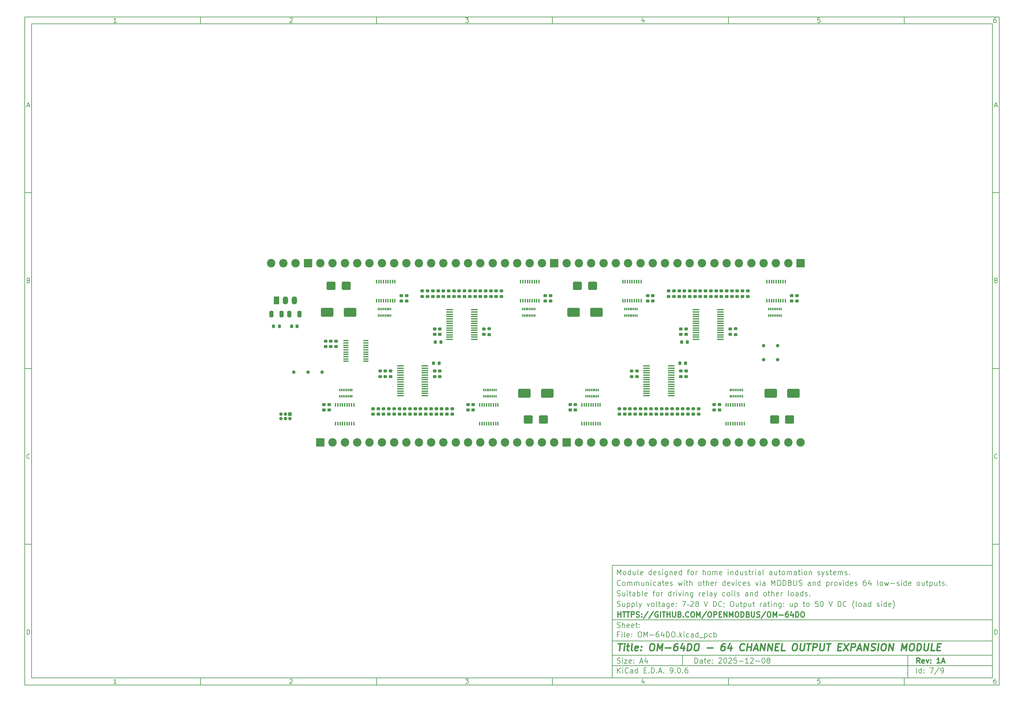
<source format=gbr>
G04 #@! TF.GenerationSoftware,KiCad,Pcbnew,9.0.6*
G04 #@! TF.CreationDate,2025-12-08T16:00:21+01:00*
G04 #@! TF.ProjectId,OM-64DO,4f4d2d36-3444-44f2-9e6b-696361645f70,1A*
G04 #@! TF.SameCoordinates,Original*
G04 #@! TF.FileFunction,Soldermask,Top*
G04 #@! TF.FilePolarity,Negative*
%FSLAX46Y46*%
G04 Gerber Fmt 4.6, Leading zero omitted, Abs format (unit mm)*
G04 Created by KiCad (PCBNEW 9.0.6) date 2025-12-08 16:00:21*
%MOMM*%
%LPD*%
G01*
G04 APERTURE LIST*
G04 Aperture macros list*
%AMRoundRect*
0 Rectangle with rounded corners*
0 $1 Rounding radius*
0 $2 $3 $4 $5 $6 $7 $8 $9 X,Y pos of 4 corners*
0 Add a 4 corners polygon primitive as box body*
4,1,4,$2,$3,$4,$5,$6,$7,$8,$9,$2,$3,0*
0 Add four circle primitives for the rounded corners*
1,1,$1+$1,$2,$3*
1,1,$1+$1,$4,$5*
1,1,$1+$1,$6,$7*
1,1,$1+$1,$8,$9*
0 Add four rect primitives between the rounded corners*
20,1,$1+$1,$2,$3,$4,$5,0*
20,1,$1+$1,$4,$5,$6,$7,0*
20,1,$1+$1,$6,$7,$8,$9,0*
20,1,$1+$1,$8,$9,$2,$3,0*%
G04 Aperture macros list end*
%ADD10C,0.100000*%
%ADD11C,0.150000*%
%ADD12C,0.300000*%
%ADD13C,0.400000*%
%ADD14RoundRect,0.218750X0.256250X-0.218750X0.256250X0.218750X-0.256250X0.218750X-0.256250X-0.218750X0*%
%ADD15RoundRect,0.225000X-0.250000X0.225000X-0.250000X-0.225000X0.250000X-0.225000X0.250000X0.225000X0*%
%ADD16RoundRect,0.218750X-0.256250X0.218750X-0.256250X-0.218750X0.256250X-0.218750X0.256250X0.218750X0*%
%ADD17R,0.300000X0.800000*%
%ADD18RoundRect,0.200000X0.200000X0.275000X-0.200000X0.275000X-0.200000X-0.275000X0.200000X-0.275000X0*%
%ADD19RoundRect,0.225000X0.250000X-0.225000X0.250000X0.225000X-0.250000X0.225000X-0.250000X-0.225000X0*%
%ADD20C,1.000000*%
%ADD21R,0.400000X1.000000*%
%ADD22RoundRect,0.200000X-0.275000X0.200000X-0.275000X-0.200000X0.275000X-0.200000X0.275000X0.200000X0*%
%ADD23RoundRect,0.250000X-1.000000X-0.900000X1.000000X-0.900000X1.000000X0.900000X-1.000000X0.900000X0*%
%ADD24RoundRect,0.250000X1.500000X1.000000X-1.500000X1.000000X-1.500000X-1.000000X1.500000X-1.000000X0*%
%ADD25RoundRect,0.250001X0.949999X0.949999X-0.949999X0.949999X-0.949999X-0.949999X0.949999X-0.949999X0*%
%ADD26C,2.400000*%
%ADD27RoundRect,0.100000X0.850000X0.100000X-0.850000X0.100000X-0.850000X-0.100000X0.850000X-0.100000X0*%
%ADD28RoundRect,0.250000X-0.325000X-0.650000X0.325000X-0.650000X0.325000X0.650000X-0.325000X0.650000X0*%
%ADD29RoundRect,0.200000X0.275000X-0.200000X0.275000X0.200000X-0.275000X0.200000X-0.275000X-0.200000X0*%
%ADD30RoundRect,0.250000X1.000000X0.900000X-1.000000X0.900000X-1.000000X-0.900000X1.000000X-0.900000X0*%
%ADD31RoundRect,0.100000X-0.850000X-0.100000X0.850000X-0.100000X0.850000X0.100000X-0.850000X0.100000X0*%
%ADD32RoundRect,0.250000X-1.500000X-1.000000X1.500000X-1.000000X1.500000X1.000000X-1.500000X1.000000X0*%
%ADD33RoundRect,0.200000X-0.200000X-0.275000X0.200000X-0.275000X0.200000X0.275000X-0.200000X0.275000X0*%
%ADD34R,1.000000X1.000000*%
%ADD35RoundRect,0.100000X-0.637500X-0.100000X0.637500X-0.100000X0.637500X0.100000X-0.637500X0.100000X0*%
%ADD36RoundRect,0.250000X0.325000X0.650000X-0.325000X0.650000X-0.325000X-0.650000X0.325000X-0.650000X0*%
%ADD37RoundRect,0.250001X-0.949999X-0.949999X0.949999X-0.949999X0.949999X0.949999X-0.949999X0.949999X0*%
%ADD38RoundRect,0.218750X-0.218750X-0.256250X0.218750X-0.256250X0.218750X0.256250X-0.218750X0.256250X0*%
%ADD39R,1.500000X2.300000*%
%ADD40O,1.500000X2.300000*%
G04 APERTURE END LIST*
D10*
D11*
X177002200Y-166007200D02*
X285002200Y-166007200D01*
X285002200Y-198007200D01*
X177002200Y-198007200D01*
X177002200Y-166007200D01*
D10*
D11*
X10000000Y-10000000D02*
X287002200Y-10000000D01*
X287002200Y-200007200D01*
X10000000Y-200007200D01*
X10000000Y-10000000D01*
D10*
D11*
X12000000Y-12000000D02*
X285002200Y-12000000D01*
X285002200Y-198007200D01*
X12000000Y-198007200D01*
X12000000Y-12000000D01*
D10*
D11*
X60000000Y-12000000D02*
X60000000Y-10000000D01*
D10*
D11*
X110000000Y-12000000D02*
X110000000Y-10000000D01*
D10*
D11*
X160000000Y-12000000D02*
X160000000Y-10000000D01*
D10*
D11*
X210000000Y-12000000D02*
X210000000Y-10000000D01*
D10*
D11*
X260000000Y-12000000D02*
X260000000Y-10000000D01*
D10*
D11*
X36089160Y-11593604D02*
X35346303Y-11593604D01*
X35717731Y-11593604D02*
X35717731Y-10293604D01*
X35717731Y-10293604D02*
X35593922Y-10479319D01*
X35593922Y-10479319D02*
X35470112Y-10603128D01*
X35470112Y-10603128D02*
X35346303Y-10665033D01*
D10*
D11*
X85346303Y-10417414D02*
X85408207Y-10355509D01*
X85408207Y-10355509D02*
X85532017Y-10293604D01*
X85532017Y-10293604D02*
X85841541Y-10293604D01*
X85841541Y-10293604D02*
X85965350Y-10355509D01*
X85965350Y-10355509D02*
X86027255Y-10417414D01*
X86027255Y-10417414D02*
X86089160Y-10541223D01*
X86089160Y-10541223D02*
X86089160Y-10665033D01*
X86089160Y-10665033D02*
X86027255Y-10850747D01*
X86027255Y-10850747D02*
X85284398Y-11593604D01*
X85284398Y-11593604D02*
X86089160Y-11593604D01*
D10*
D11*
X135284398Y-10293604D02*
X136089160Y-10293604D01*
X136089160Y-10293604D02*
X135655826Y-10788842D01*
X135655826Y-10788842D02*
X135841541Y-10788842D01*
X135841541Y-10788842D02*
X135965350Y-10850747D01*
X135965350Y-10850747D02*
X136027255Y-10912652D01*
X136027255Y-10912652D02*
X136089160Y-11036461D01*
X136089160Y-11036461D02*
X136089160Y-11345985D01*
X136089160Y-11345985D02*
X136027255Y-11469795D01*
X136027255Y-11469795D02*
X135965350Y-11531700D01*
X135965350Y-11531700D02*
X135841541Y-11593604D01*
X135841541Y-11593604D02*
X135470112Y-11593604D01*
X135470112Y-11593604D02*
X135346303Y-11531700D01*
X135346303Y-11531700D02*
X135284398Y-11469795D01*
D10*
D11*
X185965350Y-10726938D02*
X185965350Y-11593604D01*
X185655826Y-10231700D02*
X185346303Y-11160271D01*
X185346303Y-11160271D02*
X186151064Y-11160271D01*
D10*
D11*
X236027255Y-10293604D02*
X235408207Y-10293604D01*
X235408207Y-10293604D02*
X235346303Y-10912652D01*
X235346303Y-10912652D02*
X235408207Y-10850747D01*
X235408207Y-10850747D02*
X235532017Y-10788842D01*
X235532017Y-10788842D02*
X235841541Y-10788842D01*
X235841541Y-10788842D02*
X235965350Y-10850747D01*
X235965350Y-10850747D02*
X236027255Y-10912652D01*
X236027255Y-10912652D02*
X236089160Y-11036461D01*
X236089160Y-11036461D02*
X236089160Y-11345985D01*
X236089160Y-11345985D02*
X236027255Y-11469795D01*
X236027255Y-11469795D02*
X235965350Y-11531700D01*
X235965350Y-11531700D02*
X235841541Y-11593604D01*
X235841541Y-11593604D02*
X235532017Y-11593604D01*
X235532017Y-11593604D02*
X235408207Y-11531700D01*
X235408207Y-11531700D02*
X235346303Y-11469795D01*
D10*
D11*
X285965350Y-10293604D02*
X285717731Y-10293604D01*
X285717731Y-10293604D02*
X285593922Y-10355509D01*
X285593922Y-10355509D02*
X285532017Y-10417414D01*
X285532017Y-10417414D02*
X285408207Y-10603128D01*
X285408207Y-10603128D02*
X285346303Y-10850747D01*
X285346303Y-10850747D02*
X285346303Y-11345985D01*
X285346303Y-11345985D02*
X285408207Y-11469795D01*
X285408207Y-11469795D02*
X285470112Y-11531700D01*
X285470112Y-11531700D02*
X285593922Y-11593604D01*
X285593922Y-11593604D02*
X285841541Y-11593604D01*
X285841541Y-11593604D02*
X285965350Y-11531700D01*
X285965350Y-11531700D02*
X286027255Y-11469795D01*
X286027255Y-11469795D02*
X286089160Y-11345985D01*
X286089160Y-11345985D02*
X286089160Y-11036461D01*
X286089160Y-11036461D02*
X286027255Y-10912652D01*
X286027255Y-10912652D02*
X285965350Y-10850747D01*
X285965350Y-10850747D02*
X285841541Y-10788842D01*
X285841541Y-10788842D02*
X285593922Y-10788842D01*
X285593922Y-10788842D02*
X285470112Y-10850747D01*
X285470112Y-10850747D02*
X285408207Y-10912652D01*
X285408207Y-10912652D02*
X285346303Y-11036461D01*
D10*
D11*
X60000000Y-198007200D02*
X60000000Y-200007200D01*
D10*
D11*
X110000000Y-198007200D02*
X110000000Y-200007200D01*
D10*
D11*
X160000000Y-198007200D02*
X160000000Y-200007200D01*
D10*
D11*
X210000000Y-198007200D02*
X210000000Y-200007200D01*
D10*
D11*
X260000000Y-198007200D02*
X260000000Y-200007200D01*
D10*
D11*
X36089160Y-199600804D02*
X35346303Y-199600804D01*
X35717731Y-199600804D02*
X35717731Y-198300804D01*
X35717731Y-198300804D02*
X35593922Y-198486519D01*
X35593922Y-198486519D02*
X35470112Y-198610328D01*
X35470112Y-198610328D02*
X35346303Y-198672233D01*
D10*
D11*
X85346303Y-198424614D02*
X85408207Y-198362709D01*
X85408207Y-198362709D02*
X85532017Y-198300804D01*
X85532017Y-198300804D02*
X85841541Y-198300804D01*
X85841541Y-198300804D02*
X85965350Y-198362709D01*
X85965350Y-198362709D02*
X86027255Y-198424614D01*
X86027255Y-198424614D02*
X86089160Y-198548423D01*
X86089160Y-198548423D02*
X86089160Y-198672233D01*
X86089160Y-198672233D02*
X86027255Y-198857947D01*
X86027255Y-198857947D02*
X85284398Y-199600804D01*
X85284398Y-199600804D02*
X86089160Y-199600804D01*
D10*
D11*
X135284398Y-198300804D02*
X136089160Y-198300804D01*
X136089160Y-198300804D02*
X135655826Y-198796042D01*
X135655826Y-198796042D02*
X135841541Y-198796042D01*
X135841541Y-198796042D02*
X135965350Y-198857947D01*
X135965350Y-198857947D02*
X136027255Y-198919852D01*
X136027255Y-198919852D02*
X136089160Y-199043661D01*
X136089160Y-199043661D02*
X136089160Y-199353185D01*
X136089160Y-199353185D02*
X136027255Y-199476995D01*
X136027255Y-199476995D02*
X135965350Y-199538900D01*
X135965350Y-199538900D02*
X135841541Y-199600804D01*
X135841541Y-199600804D02*
X135470112Y-199600804D01*
X135470112Y-199600804D02*
X135346303Y-199538900D01*
X135346303Y-199538900D02*
X135284398Y-199476995D01*
D10*
D11*
X185965350Y-198734138D02*
X185965350Y-199600804D01*
X185655826Y-198238900D02*
X185346303Y-199167471D01*
X185346303Y-199167471D02*
X186151064Y-199167471D01*
D10*
D11*
X236027255Y-198300804D02*
X235408207Y-198300804D01*
X235408207Y-198300804D02*
X235346303Y-198919852D01*
X235346303Y-198919852D02*
X235408207Y-198857947D01*
X235408207Y-198857947D02*
X235532017Y-198796042D01*
X235532017Y-198796042D02*
X235841541Y-198796042D01*
X235841541Y-198796042D02*
X235965350Y-198857947D01*
X235965350Y-198857947D02*
X236027255Y-198919852D01*
X236027255Y-198919852D02*
X236089160Y-199043661D01*
X236089160Y-199043661D02*
X236089160Y-199353185D01*
X236089160Y-199353185D02*
X236027255Y-199476995D01*
X236027255Y-199476995D02*
X235965350Y-199538900D01*
X235965350Y-199538900D02*
X235841541Y-199600804D01*
X235841541Y-199600804D02*
X235532017Y-199600804D01*
X235532017Y-199600804D02*
X235408207Y-199538900D01*
X235408207Y-199538900D02*
X235346303Y-199476995D01*
D10*
D11*
X285965350Y-198300804D02*
X285717731Y-198300804D01*
X285717731Y-198300804D02*
X285593922Y-198362709D01*
X285593922Y-198362709D02*
X285532017Y-198424614D01*
X285532017Y-198424614D02*
X285408207Y-198610328D01*
X285408207Y-198610328D02*
X285346303Y-198857947D01*
X285346303Y-198857947D02*
X285346303Y-199353185D01*
X285346303Y-199353185D02*
X285408207Y-199476995D01*
X285408207Y-199476995D02*
X285470112Y-199538900D01*
X285470112Y-199538900D02*
X285593922Y-199600804D01*
X285593922Y-199600804D02*
X285841541Y-199600804D01*
X285841541Y-199600804D02*
X285965350Y-199538900D01*
X285965350Y-199538900D02*
X286027255Y-199476995D01*
X286027255Y-199476995D02*
X286089160Y-199353185D01*
X286089160Y-199353185D02*
X286089160Y-199043661D01*
X286089160Y-199043661D02*
X286027255Y-198919852D01*
X286027255Y-198919852D02*
X285965350Y-198857947D01*
X285965350Y-198857947D02*
X285841541Y-198796042D01*
X285841541Y-198796042D02*
X285593922Y-198796042D01*
X285593922Y-198796042D02*
X285470112Y-198857947D01*
X285470112Y-198857947D02*
X285408207Y-198919852D01*
X285408207Y-198919852D02*
X285346303Y-199043661D01*
D10*
D11*
X10000000Y-60000000D02*
X12000000Y-60000000D01*
D10*
D11*
X10000000Y-110000000D02*
X12000000Y-110000000D01*
D10*
D11*
X10000000Y-160000000D02*
X12000000Y-160000000D01*
D10*
D11*
X10690476Y-35222176D02*
X11309523Y-35222176D01*
X10566666Y-35593604D02*
X10999999Y-34293604D01*
X10999999Y-34293604D02*
X11433333Y-35593604D01*
D10*
D11*
X11092857Y-84912652D02*
X11278571Y-84974557D01*
X11278571Y-84974557D02*
X11340476Y-85036461D01*
X11340476Y-85036461D02*
X11402380Y-85160271D01*
X11402380Y-85160271D02*
X11402380Y-85345985D01*
X11402380Y-85345985D02*
X11340476Y-85469795D01*
X11340476Y-85469795D02*
X11278571Y-85531700D01*
X11278571Y-85531700D02*
X11154761Y-85593604D01*
X11154761Y-85593604D02*
X10659523Y-85593604D01*
X10659523Y-85593604D02*
X10659523Y-84293604D01*
X10659523Y-84293604D02*
X11092857Y-84293604D01*
X11092857Y-84293604D02*
X11216666Y-84355509D01*
X11216666Y-84355509D02*
X11278571Y-84417414D01*
X11278571Y-84417414D02*
X11340476Y-84541223D01*
X11340476Y-84541223D02*
X11340476Y-84665033D01*
X11340476Y-84665033D02*
X11278571Y-84788842D01*
X11278571Y-84788842D02*
X11216666Y-84850747D01*
X11216666Y-84850747D02*
X11092857Y-84912652D01*
X11092857Y-84912652D02*
X10659523Y-84912652D01*
D10*
D11*
X11402380Y-135469795D02*
X11340476Y-135531700D01*
X11340476Y-135531700D02*
X11154761Y-135593604D01*
X11154761Y-135593604D02*
X11030952Y-135593604D01*
X11030952Y-135593604D02*
X10845238Y-135531700D01*
X10845238Y-135531700D02*
X10721428Y-135407890D01*
X10721428Y-135407890D02*
X10659523Y-135284080D01*
X10659523Y-135284080D02*
X10597619Y-135036461D01*
X10597619Y-135036461D02*
X10597619Y-134850747D01*
X10597619Y-134850747D02*
X10659523Y-134603128D01*
X10659523Y-134603128D02*
X10721428Y-134479319D01*
X10721428Y-134479319D02*
X10845238Y-134355509D01*
X10845238Y-134355509D02*
X11030952Y-134293604D01*
X11030952Y-134293604D02*
X11154761Y-134293604D01*
X11154761Y-134293604D02*
X11340476Y-134355509D01*
X11340476Y-134355509D02*
X11402380Y-134417414D01*
D10*
D11*
X10659523Y-185593604D02*
X10659523Y-184293604D01*
X10659523Y-184293604D02*
X10969047Y-184293604D01*
X10969047Y-184293604D02*
X11154761Y-184355509D01*
X11154761Y-184355509D02*
X11278571Y-184479319D01*
X11278571Y-184479319D02*
X11340476Y-184603128D01*
X11340476Y-184603128D02*
X11402380Y-184850747D01*
X11402380Y-184850747D02*
X11402380Y-185036461D01*
X11402380Y-185036461D02*
X11340476Y-185284080D01*
X11340476Y-185284080D02*
X11278571Y-185407890D01*
X11278571Y-185407890D02*
X11154761Y-185531700D01*
X11154761Y-185531700D02*
X10969047Y-185593604D01*
X10969047Y-185593604D02*
X10659523Y-185593604D01*
D10*
D11*
X287002200Y-60000000D02*
X285002200Y-60000000D01*
D10*
D11*
X287002200Y-110000000D02*
X285002200Y-110000000D01*
D10*
D11*
X287002200Y-160000000D02*
X285002200Y-160000000D01*
D10*
D11*
X285692676Y-35222176D02*
X286311723Y-35222176D01*
X285568866Y-35593604D02*
X286002199Y-34293604D01*
X286002199Y-34293604D02*
X286435533Y-35593604D01*
D10*
D11*
X286095057Y-84912652D02*
X286280771Y-84974557D01*
X286280771Y-84974557D02*
X286342676Y-85036461D01*
X286342676Y-85036461D02*
X286404580Y-85160271D01*
X286404580Y-85160271D02*
X286404580Y-85345985D01*
X286404580Y-85345985D02*
X286342676Y-85469795D01*
X286342676Y-85469795D02*
X286280771Y-85531700D01*
X286280771Y-85531700D02*
X286156961Y-85593604D01*
X286156961Y-85593604D02*
X285661723Y-85593604D01*
X285661723Y-85593604D02*
X285661723Y-84293604D01*
X285661723Y-84293604D02*
X286095057Y-84293604D01*
X286095057Y-84293604D02*
X286218866Y-84355509D01*
X286218866Y-84355509D02*
X286280771Y-84417414D01*
X286280771Y-84417414D02*
X286342676Y-84541223D01*
X286342676Y-84541223D02*
X286342676Y-84665033D01*
X286342676Y-84665033D02*
X286280771Y-84788842D01*
X286280771Y-84788842D02*
X286218866Y-84850747D01*
X286218866Y-84850747D02*
X286095057Y-84912652D01*
X286095057Y-84912652D02*
X285661723Y-84912652D01*
D10*
D11*
X286404580Y-135469795D02*
X286342676Y-135531700D01*
X286342676Y-135531700D02*
X286156961Y-135593604D01*
X286156961Y-135593604D02*
X286033152Y-135593604D01*
X286033152Y-135593604D02*
X285847438Y-135531700D01*
X285847438Y-135531700D02*
X285723628Y-135407890D01*
X285723628Y-135407890D02*
X285661723Y-135284080D01*
X285661723Y-135284080D02*
X285599819Y-135036461D01*
X285599819Y-135036461D02*
X285599819Y-134850747D01*
X285599819Y-134850747D02*
X285661723Y-134603128D01*
X285661723Y-134603128D02*
X285723628Y-134479319D01*
X285723628Y-134479319D02*
X285847438Y-134355509D01*
X285847438Y-134355509D02*
X286033152Y-134293604D01*
X286033152Y-134293604D02*
X286156961Y-134293604D01*
X286156961Y-134293604D02*
X286342676Y-134355509D01*
X286342676Y-134355509D02*
X286404580Y-134417414D01*
D10*
D11*
X285661723Y-185593604D02*
X285661723Y-184293604D01*
X285661723Y-184293604D02*
X285971247Y-184293604D01*
X285971247Y-184293604D02*
X286156961Y-184355509D01*
X286156961Y-184355509D02*
X286280771Y-184479319D01*
X286280771Y-184479319D02*
X286342676Y-184603128D01*
X286342676Y-184603128D02*
X286404580Y-184850747D01*
X286404580Y-184850747D02*
X286404580Y-185036461D01*
X286404580Y-185036461D02*
X286342676Y-185284080D01*
X286342676Y-185284080D02*
X286280771Y-185407890D01*
X286280771Y-185407890D02*
X286156961Y-185531700D01*
X286156961Y-185531700D02*
X285971247Y-185593604D01*
X285971247Y-185593604D02*
X285661723Y-185593604D01*
D10*
D11*
X200458026Y-193793328D02*
X200458026Y-192293328D01*
X200458026Y-192293328D02*
X200815169Y-192293328D01*
X200815169Y-192293328D02*
X201029455Y-192364757D01*
X201029455Y-192364757D02*
X201172312Y-192507614D01*
X201172312Y-192507614D02*
X201243741Y-192650471D01*
X201243741Y-192650471D02*
X201315169Y-192936185D01*
X201315169Y-192936185D02*
X201315169Y-193150471D01*
X201315169Y-193150471D02*
X201243741Y-193436185D01*
X201243741Y-193436185D02*
X201172312Y-193579042D01*
X201172312Y-193579042D02*
X201029455Y-193721900D01*
X201029455Y-193721900D02*
X200815169Y-193793328D01*
X200815169Y-193793328D02*
X200458026Y-193793328D01*
X202600884Y-193793328D02*
X202600884Y-193007614D01*
X202600884Y-193007614D02*
X202529455Y-192864757D01*
X202529455Y-192864757D02*
X202386598Y-192793328D01*
X202386598Y-192793328D02*
X202100884Y-192793328D01*
X202100884Y-192793328D02*
X201958026Y-192864757D01*
X202600884Y-193721900D02*
X202458026Y-193793328D01*
X202458026Y-193793328D02*
X202100884Y-193793328D01*
X202100884Y-193793328D02*
X201958026Y-193721900D01*
X201958026Y-193721900D02*
X201886598Y-193579042D01*
X201886598Y-193579042D02*
X201886598Y-193436185D01*
X201886598Y-193436185D02*
X201958026Y-193293328D01*
X201958026Y-193293328D02*
X202100884Y-193221900D01*
X202100884Y-193221900D02*
X202458026Y-193221900D01*
X202458026Y-193221900D02*
X202600884Y-193150471D01*
X203100884Y-192793328D02*
X203672312Y-192793328D01*
X203315169Y-192293328D02*
X203315169Y-193579042D01*
X203315169Y-193579042D02*
X203386598Y-193721900D01*
X203386598Y-193721900D02*
X203529455Y-193793328D01*
X203529455Y-193793328D02*
X203672312Y-193793328D01*
X204743741Y-193721900D02*
X204600884Y-193793328D01*
X204600884Y-193793328D02*
X204315170Y-193793328D01*
X204315170Y-193793328D02*
X204172312Y-193721900D01*
X204172312Y-193721900D02*
X204100884Y-193579042D01*
X204100884Y-193579042D02*
X204100884Y-193007614D01*
X204100884Y-193007614D02*
X204172312Y-192864757D01*
X204172312Y-192864757D02*
X204315170Y-192793328D01*
X204315170Y-192793328D02*
X204600884Y-192793328D01*
X204600884Y-192793328D02*
X204743741Y-192864757D01*
X204743741Y-192864757D02*
X204815170Y-193007614D01*
X204815170Y-193007614D02*
X204815170Y-193150471D01*
X204815170Y-193150471D02*
X204100884Y-193293328D01*
X205458026Y-193650471D02*
X205529455Y-193721900D01*
X205529455Y-193721900D02*
X205458026Y-193793328D01*
X205458026Y-193793328D02*
X205386598Y-193721900D01*
X205386598Y-193721900D02*
X205458026Y-193650471D01*
X205458026Y-193650471D02*
X205458026Y-193793328D01*
X205458026Y-192864757D02*
X205529455Y-192936185D01*
X205529455Y-192936185D02*
X205458026Y-193007614D01*
X205458026Y-193007614D02*
X205386598Y-192936185D01*
X205386598Y-192936185D02*
X205458026Y-192864757D01*
X205458026Y-192864757D02*
X205458026Y-193007614D01*
X207243741Y-192436185D02*
X207315169Y-192364757D01*
X207315169Y-192364757D02*
X207458027Y-192293328D01*
X207458027Y-192293328D02*
X207815169Y-192293328D01*
X207815169Y-192293328D02*
X207958027Y-192364757D01*
X207958027Y-192364757D02*
X208029455Y-192436185D01*
X208029455Y-192436185D02*
X208100884Y-192579042D01*
X208100884Y-192579042D02*
X208100884Y-192721900D01*
X208100884Y-192721900D02*
X208029455Y-192936185D01*
X208029455Y-192936185D02*
X207172312Y-193793328D01*
X207172312Y-193793328D02*
X208100884Y-193793328D01*
X209029455Y-192293328D02*
X209172312Y-192293328D01*
X209172312Y-192293328D02*
X209315169Y-192364757D01*
X209315169Y-192364757D02*
X209386598Y-192436185D01*
X209386598Y-192436185D02*
X209458026Y-192579042D01*
X209458026Y-192579042D02*
X209529455Y-192864757D01*
X209529455Y-192864757D02*
X209529455Y-193221900D01*
X209529455Y-193221900D02*
X209458026Y-193507614D01*
X209458026Y-193507614D02*
X209386598Y-193650471D01*
X209386598Y-193650471D02*
X209315169Y-193721900D01*
X209315169Y-193721900D02*
X209172312Y-193793328D01*
X209172312Y-193793328D02*
X209029455Y-193793328D01*
X209029455Y-193793328D02*
X208886598Y-193721900D01*
X208886598Y-193721900D02*
X208815169Y-193650471D01*
X208815169Y-193650471D02*
X208743740Y-193507614D01*
X208743740Y-193507614D02*
X208672312Y-193221900D01*
X208672312Y-193221900D02*
X208672312Y-192864757D01*
X208672312Y-192864757D02*
X208743740Y-192579042D01*
X208743740Y-192579042D02*
X208815169Y-192436185D01*
X208815169Y-192436185D02*
X208886598Y-192364757D01*
X208886598Y-192364757D02*
X209029455Y-192293328D01*
X210100883Y-192436185D02*
X210172311Y-192364757D01*
X210172311Y-192364757D02*
X210315169Y-192293328D01*
X210315169Y-192293328D02*
X210672311Y-192293328D01*
X210672311Y-192293328D02*
X210815169Y-192364757D01*
X210815169Y-192364757D02*
X210886597Y-192436185D01*
X210886597Y-192436185D02*
X210958026Y-192579042D01*
X210958026Y-192579042D02*
X210958026Y-192721900D01*
X210958026Y-192721900D02*
X210886597Y-192936185D01*
X210886597Y-192936185D02*
X210029454Y-193793328D01*
X210029454Y-193793328D02*
X210958026Y-193793328D01*
X212315168Y-192293328D02*
X211600882Y-192293328D01*
X211600882Y-192293328D02*
X211529454Y-193007614D01*
X211529454Y-193007614D02*
X211600882Y-192936185D01*
X211600882Y-192936185D02*
X211743740Y-192864757D01*
X211743740Y-192864757D02*
X212100882Y-192864757D01*
X212100882Y-192864757D02*
X212243740Y-192936185D01*
X212243740Y-192936185D02*
X212315168Y-193007614D01*
X212315168Y-193007614D02*
X212386597Y-193150471D01*
X212386597Y-193150471D02*
X212386597Y-193507614D01*
X212386597Y-193507614D02*
X212315168Y-193650471D01*
X212315168Y-193650471D02*
X212243740Y-193721900D01*
X212243740Y-193721900D02*
X212100882Y-193793328D01*
X212100882Y-193793328D02*
X211743740Y-193793328D01*
X211743740Y-193793328D02*
X211600882Y-193721900D01*
X211600882Y-193721900D02*
X211529454Y-193650471D01*
X213029453Y-193221900D02*
X214172311Y-193221900D01*
X215672311Y-193793328D02*
X214815168Y-193793328D01*
X215243739Y-193793328D02*
X215243739Y-192293328D01*
X215243739Y-192293328D02*
X215100882Y-192507614D01*
X215100882Y-192507614D02*
X214958025Y-192650471D01*
X214958025Y-192650471D02*
X214815168Y-192721900D01*
X216243739Y-192436185D02*
X216315167Y-192364757D01*
X216315167Y-192364757D02*
X216458025Y-192293328D01*
X216458025Y-192293328D02*
X216815167Y-192293328D01*
X216815167Y-192293328D02*
X216958025Y-192364757D01*
X216958025Y-192364757D02*
X217029453Y-192436185D01*
X217029453Y-192436185D02*
X217100882Y-192579042D01*
X217100882Y-192579042D02*
X217100882Y-192721900D01*
X217100882Y-192721900D02*
X217029453Y-192936185D01*
X217029453Y-192936185D02*
X216172310Y-193793328D01*
X216172310Y-193793328D02*
X217100882Y-193793328D01*
X217743738Y-193221900D02*
X218886596Y-193221900D01*
X219886596Y-192293328D02*
X220029453Y-192293328D01*
X220029453Y-192293328D02*
X220172310Y-192364757D01*
X220172310Y-192364757D02*
X220243739Y-192436185D01*
X220243739Y-192436185D02*
X220315167Y-192579042D01*
X220315167Y-192579042D02*
X220386596Y-192864757D01*
X220386596Y-192864757D02*
X220386596Y-193221900D01*
X220386596Y-193221900D02*
X220315167Y-193507614D01*
X220315167Y-193507614D02*
X220243739Y-193650471D01*
X220243739Y-193650471D02*
X220172310Y-193721900D01*
X220172310Y-193721900D02*
X220029453Y-193793328D01*
X220029453Y-193793328D02*
X219886596Y-193793328D01*
X219886596Y-193793328D02*
X219743739Y-193721900D01*
X219743739Y-193721900D02*
X219672310Y-193650471D01*
X219672310Y-193650471D02*
X219600881Y-193507614D01*
X219600881Y-193507614D02*
X219529453Y-193221900D01*
X219529453Y-193221900D02*
X219529453Y-192864757D01*
X219529453Y-192864757D02*
X219600881Y-192579042D01*
X219600881Y-192579042D02*
X219672310Y-192436185D01*
X219672310Y-192436185D02*
X219743739Y-192364757D01*
X219743739Y-192364757D02*
X219886596Y-192293328D01*
X221243738Y-192936185D02*
X221100881Y-192864757D01*
X221100881Y-192864757D02*
X221029452Y-192793328D01*
X221029452Y-192793328D02*
X220958024Y-192650471D01*
X220958024Y-192650471D02*
X220958024Y-192579042D01*
X220958024Y-192579042D02*
X221029452Y-192436185D01*
X221029452Y-192436185D02*
X221100881Y-192364757D01*
X221100881Y-192364757D02*
X221243738Y-192293328D01*
X221243738Y-192293328D02*
X221529452Y-192293328D01*
X221529452Y-192293328D02*
X221672310Y-192364757D01*
X221672310Y-192364757D02*
X221743738Y-192436185D01*
X221743738Y-192436185D02*
X221815167Y-192579042D01*
X221815167Y-192579042D02*
X221815167Y-192650471D01*
X221815167Y-192650471D02*
X221743738Y-192793328D01*
X221743738Y-192793328D02*
X221672310Y-192864757D01*
X221672310Y-192864757D02*
X221529452Y-192936185D01*
X221529452Y-192936185D02*
X221243738Y-192936185D01*
X221243738Y-192936185D02*
X221100881Y-193007614D01*
X221100881Y-193007614D02*
X221029452Y-193079042D01*
X221029452Y-193079042D02*
X220958024Y-193221900D01*
X220958024Y-193221900D02*
X220958024Y-193507614D01*
X220958024Y-193507614D02*
X221029452Y-193650471D01*
X221029452Y-193650471D02*
X221100881Y-193721900D01*
X221100881Y-193721900D02*
X221243738Y-193793328D01*
X221243738Y-193793328D02*
X221529452Y-193793328D01*
X221529452Y-193793328D02*
X221672310Y-193721900D01*
X221672310Y-193721900D02*
X221743738Y-193650471D01*
X221743738Y-193650471D02*
X221815167Y-193507614D01*
X221815167Y-193507614D02*
X221815167Y-193221900D01*
X221815167Y-193221900D02*
X221743738Y-193079042D01*
X221743738Y-193079042D02*
X221672310Y-193007614D01*
X221672310Y-193007614D02*
X221529452Y-192936185D01*
D10*
D11*
X177002200Y-194507200D02*
X285002200Y-194507200D01*
D10*
D11*
X178458026Y-196593328D02*
X178458026Y-195093328D01*
X179315169Y-196593328D02*
X178672312Y-195736185D01*
X179315169Y-195093328D02*
X178458026Y-195950471D01*
X179958026Y-196593328D02*
X179958026Y-195593328D01*
X179958026Y-195093328D02*
X179886598Y-195164757D01*
X179886598Y-195164757D02*
X179958026Y-195236185D01*
X179958026Y-195236185D02*
X180029455Y-195164757D01*
X180029455Y-195164757D02*
X179958026Y-195093328D01*
X179958026Y-195093328D02*
X179958026Y-195236185D01*
X181529455Y-196450471D02*
X181458027Y-196521900D01*
X181458027Y-196521900D02*
X181243741Y-196593328D01*
X181243741Y-196593328D02*
X181100884Y-196593328D01*
X181100884Y-196593328D02*
X180886598Y-196521900D01*
X180886598Y-196521900D02*
X180743741Y-196379042D01*
X180743741Y-196379042D02*
X180672312Y-196236185D01*
X180672312Y-196236185D02*
X180600884Y-195950471D01*
X180600884Y-195950471D02*
X180600884Y-195736185D01*
X180600884Y-195736185D02*
X180672312Y-195450471D01*
X180672312Y-195450471D02*
X180743741Y-195307614D01*
X180743741Y-195307614D02*
X180886598Y-195164757D01*
X180886598Y-195164757D02*
X181100884Y-195093328D01*
X181100884Y-195093328D02*
X181243741Y-195093328D01*
X181243741Y-195093328D02*
X181458027Y-195164757D01*
X181458027Y-195164757D02*
X181529455Y-195236185D01*
X182815170Y-196593328D02*
X182815170Y-195807614D01*
X182815170Y-195807614D02*
X182743741Y-195664757D01*
X182743741Y-195664757D02*
X182600884Y-195593328D01*
X182600884Y-195593328D02*
X182315170Y-195593328D01*
X182315170Y-195593328D02*
X182172312Y-195664757D01*
X182815170Y-196521900D02*
X182672312Y-196593328D01*
X182672312Y-196593328D02*
X182315170Y-196593328D01*
X182315170Y-196593328D02*
X182172312Y-196521900D01*
X182172312Y-196521900D02*
X182100884Y-196379042D01*
X182100884Y-196379042D02*
X182100884Y-196236185D01*
X182100884Y-196236185D02*
X182172312Y-196093328D01*
X182172312Y-196093328D02*
X182315170Y-196021900D01*
X182315170Y-196021900D02*
X182672312Y-196021900D01*
X182672312Y-196021900D02*
X182815170Y-195950471D01*
X184172313Y-196593328D02*
X184172313Y-195093328D01*
X184172313Y-196521900D02*
X184029455Y-196593328D01*
X184029455Y-196593328D02*
X183743741Y-196593328D01*
X183743741Y-196593328D02*
X183600884Y-196521900D01*
X183600884Y-196521900D02*
X183529455Y-196450471D01*
X183529455Y-196450471D02*
X183458027Y-196307614D01*
X183458027Y-196307614D02*
X183458027Y-195879042D01*
X183458027Y-195879042D02*
X183529455Y-195736185D01*
X183529455Y-195736185D02*
X183600884Y-195664757D01*
X183600884Y-195664757D02*
X183743741Y-195593328D01*
X183743741Y-195593328D02*
X184029455Y-195593328D01*
X184029455Y-195593328D02*
X184172313Y-195664757D01*
X186029455Y-195807614D02*
X186529455Y-195807614D01*
X186743741Y-196593328D02*
X186029455Y-196593328D01*
X186029455Y-196593328D02*
X186029455Y-195093328D01*
X186029455Y-195093328D02*
X186743741Y-195093328D01*
X187386598Y-196450471D02*
X187458027Y-196521900D01*
X187458027Y-196521900D02*
X187386598Y-196593328D01*
X187386598Y-196593328D02*
X187315170Y-196521900D01*
X187315170Y-196521900D02*
X187386598Y-196450471D01*
X187386598Y-196450471D02*
X187386598Y-196593328D01*
X188100884Y-196593328D02*
X188100884Y-195093328D01*
X188100884Y-195093328D02*
X188458027Y-195093328D01*
X188458027Y-195093328D02*
X188672313Y-195164757D01*
X188672313Y-195164757D02*
X188815170Y-195307614D01*
X188815170Y-195307614D02*
X188886599Y-195450471D01*
X188886599Y-195450471D02*
X188958027Y-195736185D01*
X188958027Y-195736185D02*
X188958027Y-195950471D01*
X188958027Y-195950471D02*
X188886599Y-196236185D01*
X188886599Y-196236185D02*
X188815170Y-196379042D01*
X188815170Y-196379042D02*
X188672313Y-196521900D01*
X188672313Y-196521900D02*
X188458027Y-196593328D01*
X188458027Y-196593328D02*
X188100884Y-196593328D01*
X189600884Y-196450471D02*
X189672313Y-196521900D01*
X189672313Y-196521900D02*
X189600884Y-196593328D01*
X189600884Y-196593328D02*
X189529456Y-196521900D01*
X189529456Y-196521900D02*
X189600884Y-196450471D01*
X189600884Y-196450471D02*
X189600884Y-196593328D01*
X190243742Y-196164757D02*
X190958028Y-196164757D01*
X190100885Y-196593328D02*
X190600885Y-195093328D01*
X190600885Y-195093328D02*
X191100885Y-196593328D01*
X191600884Y-196450471D02*
X191672313Y-196521900D01*
X191672313Y-196521900D02*
X191600884Y-196593328D01*
X191600884Y-196593328D02*
X191529456Y-196521900D01*
X191529456Y-196521900D02*
X191600884Y-196450471D01*
X191600884Y-196450471D02*
X191600884Y-196593328D01*
X193529456Y-196593328D02*
X193815170Y-196593328D01*
X193815170Y-196593328D02*
X193958027Y-196521900D01*
X193958027Y-196521900D02*
X194029456Y-196450471D01*
X194029456Y-196450471D02*
X194172313Y-196236185D01*
X194172313Y-196236185D02*
X194243742Y-195950471D01*
X194243742Y-195950471D02*
X194243742Y-195379042D01*
X194243742Y-195379042D02*
X194172313Y-195236185D01*
X194172313Y-195236185D02*
X194100885Y-195164757D01*
X194100885Y-195164757D02*
X193958027Y-195093328D01*
X193958027Y-195093328D02*
X193672313Y-195093328D01*
X193672313Y-195093328D02*
X193529456Y-195164757D01*
X193529456Y-195164757D02*
X193458027Y-195236185D01*
X193458027Y-195236185D02*
X193386599Y-195379042D01*
X193386599Y-195379042D02*
X193386599Y-195736185D01*
X193386599Y-195736185D02*
X193458027Y-195879042D01*
X193458027Y-195879042D02*
X193529456Y-195950471D01*
X193529456Y-195950471D02*
X193672313Y-196021900D01*
X193672313Y-196021900D02*
X193958027Y-196021900D01*
X193958027Y-196021900D02*
X194100885Y-195950471D01*
X194100885Y-195950471D02*
X194172313Y-195879042D01*
X194172313Y-195879042D02*
X194243742Y-195736185D01*
X194886598Y-196450471D02*
X194958027Y-196521900D01*
X194958027Y-196521900D02*
X194886598Y-196593328D01*
X194886598Y-196593328D02*
X194815170Y-196521900D01*
X194815170Y-196521900D02*
X194886598Y-196450471D01*
X194886598Y-196450471D02*
X194886598Y-196593328D01*
X195886599Y-195093328D02*
X196029456Y-195093328D01*
X196029456Y-195093328D02*
X196172313Y-195164757D01*
X196172313Y-195164757D02*
X196243742Y-195236185D01*
X196243742Y-195236185D02*
X196315170Y-195379042D01*
X196315170Y-195379042D02*
X196386599Y-195664757D01*
X196386599Y-195664757D02*
X196386599Y-196021900D01*
X196386599Y-196021900D02*
X196315170Y-196307614D01*
X196315170Y-196307614D02*
X196243742Y-196450471D01*
X196243742Y-196450471D02*
X196172313Y-196521900D01*
X196172313Y-196521900D02*
X196029456Y-196593328D01*
X196029456Y-196593328D02*
X195886599Y-196593328D01*
X195886599Y-196593328D02*
X195743742Y-196521900D01*
X195743742Y-196521900D02*
X195672313Y-196450471D01*
X195672313Y-196450471D02*
X195600884Y-196307614D01*
X195600884Y-196307614D02*
X195529456Y-196021900D01*
X195529456Y-196021900D02*
X195529456Y-195664757D01*
X195529456Y-195664757D02*
X195600884Y-195379042D01*
X195600884Y-195379042D02*
X195672313Y-195236185D01*
X195672313Y-195236185D02*
X195743742Y-195164757D01*
X195743742Y-195164757D02*
X195886599Y-195093328D01*
X197029455Y-196450471D02*
X197100884Y-196521900D01*
X197100884Y-196521900D02*
X197029455Y-196593328D01*
X197029455Y-196593328D02*
X196958027Y-196521900D01*
X196958027Y-196521900D02*
X197029455Y-196450471D01*
X197029455Y-196450471D02*
X197029455Y-196593328D01*
X198386599Y-195093328D02*
X198100884Y-195093328D01*
X198100884Y-195093328D02*
X197958027Y-195164757D01*
X197958027Y-195164757D02*
X197886599Y-195236185D01*
X197886599Y-195236185D02*
X197743741Y-195450471D01*
X197743741Y-195450471D02*
X197672313Y-195736185D01*
X197672313Y-195736185D02*
X197672313Y-196307614D01*
X197672313Y-196307614D02*
X197743741Y-196450471D01*
X197743741Y-196450471D02*
X197815170Y-196521900D01*
X197815170Y-196521900D02*
X197958027Y-196593328D01*
X197958027Y-196593328D02*
X198243741Y-196593328D01*
X198243741Y-196593328D02*
X198386599Y-196521900D01*
X198386599Y-196521900D02*
X198458027Y-196450471D01*
X198458027Y-196450471D02*
X198529456Y-196307614D01*
X198529456Y-196307614D02*
X198529456Y-195950471D01*
X198529456Y-195950471D02*
X198458027Y-195807614D01*
X198458027Y-195807614D02*
X198386599Y-195736185D01*
X198386599Y-195736185D02*
X198243741Y-195664757D01*
X198243741Y-195664757D02*
X197958027Y-195664757D01*
X197958027Y-195664757D02*
X197815170Y-195736185D01*
X197815170Y-195736185D02*
X197743741Y-195807614D01*
X197743741Y-195807614D02*
X197672313Y-195950471D01*
D10*
D11*
X177002200Y-191507200D02*
X285002200Y-191507200D01*
D10*
D12*
X264413853Y-193785528D02*
X263913853Y-193071242D01*
X263556710Y-193785528D02*
X263556710Y-192285528D01*
X263556710Y-192285528D02*
X264128139Y-192285528D01*
X264128139Y-192285528D02*
X264270996Y-192356957D01*
X264270996Y-192356957D02*
X264342425Y-192428385D01*
X264342425Y-192428385D02*
X264413853Y-192571242D01*
X264413853Y-192571242D02*
X264413853Y-192785528D01*
X264413853Y-192785528D02*
X264342425Y-192928385D01*
X264342425Y-192928385D02*
X264270996Y-192999814D01*
X264270996Y-192999814D02*
X264128139Y-193071242D01*
X264128139Y-193071242D02*
X263556710Y-193071242D01*
X265628139Y-193714100D02*
X265485282Y-193785528D01*
X265485282Y-193785528D02*
X265199568Y-193785528D01*
X265199568Y-193785528D02*
X265056710Y-193714100D01*
X265056710Y-193714100D02*
X264985282Y-193571242D01*
X264985282Y-193571242D02*
X264985282Y-192999814D01*
X264985282Y-192999814D02*
X265056710Y-192856957D01*
X265056710Y-192856957D02*
X265199568Y-192785528D01*
X265199568Y-192785528D02*
X265485282Y-192785528D01*
X265485282Y-192785528D02*
X265628139Y-192856957D01*
X265628139Y-192856957D02*
X265699568Y-192999814D01*
X265699568Y-192999814D02*
X265699568Y-193142671D01*
X265699568Y-193142671D02*
X264985282Y-193285528D01*
X266199567Y-192785528D02*
X266556710Y-193785528D01*
X266556710Y-193785528D02*
X266913853Y-192785528D01*
X267485281Y-193642671D02*
X267556710Y-193714100D01*
X267556710Y-193714100D02*
X267485281Y-193785528D01*
X267485281Y-193785528D02*
X267413853Y-193714100D01*
X267413853Y-193714100D02*
X267485281Y-193642671D01*
X267485281Y-193642671D02*
X267485281Y-193785528D01*
X267485281Y-192856957D02*
X267556710Y-192928385D01*
X267556710Y-192928385D02*
X267485281Y-192999814D01*
X267485281Y-192999814D02*
X267413853Y-192928385D01*
X267413853Y-192928385D02*
X267485281Y-192856957D01*
X267485281Y-192856957D02*
X267485281Y-192999814D01*
X270128139Y-193785528D02*
X269270996Y-193785528D01*
X269699567Y-193785528D02*
X269699567Y-192285528D01*
X269699567Y-192285528D02*
X269556710Y-192499814D01*
X269556710Y-192499814D02*
X269413853Y-192642671D01*
X269413853Y-192642671D02*
X269270996Y-192714100D01*
X270699567Y-193356957D02*
X271413853Y-193356957D01*
X270556710Y-193785528D02*
X271056710Y-192285528D01*
X271056710Y-192285528D02*
X271556710Y-193785528D01*
D10*
D11*
X178386598Y-193721900D02*
X178600884Y-193793328D01*
X178600884Y-193793328D02*
X178958026Y-193793328D01*
X178958026Y-193793328D02*
X179100884Y-193721900D01*
X179100884Y-193721900D02*
X179172312Y-193650471D01*
X179172312Y-193650471D02*
X179243741Y-193507614D01*
X179243741Y-193507614D02*
X179243741Y-193364757D01*
X179243741Y-193364757D02*
X179172312Y-193221900D01*
X179172312Y-193221900D02*
X179100884Y-193150471D01*
X179100884Y-193150471D02*
X178958026Y-193079042D01*
X178958026Y-193079042D02*
X178672312Y-193007614D01*
X178672312Y-193007614D02*
X178529455Y-192936185D01*
X178529455Y-192936185D02*
X178458026Y-192864757D01*
X178458026Y-192864757D02*
X178386598Y-192721900D01*
X178386598Y-192721900D02*
X178386598Y-192579042D01*
X178386598Y-192579042D02*
X178458026Y-192436185D01*
X178458026Y-192436185D02*
X178529455Y-192364757D01*
X178529455Y-192364757D02*
X178672312Y-192293328D01*
X178672312Y-192293328D02*
X179029455Y-192293328D01*
X179029455Y-192293328D02*
X179243741Y-192364757D01*
X179886597Y-193793328D02*
X179886597Y-192793328D01*
X179886597Y-192293328D02*
X179815169Y-192364757D01*
X179815169Y-192364757D02*
X179886597Y-192436185D01*
X179886597Y-192436185D02*
X179958026Y-192364757D01*
X179958026Y-192364757D02*
X179886597Y-192293328D01*
X179886597Y-192293328D02*
X179886597Y-192436185D01*
X180458026Y-192793328D02*
X181243741Y-192793328D01*
X181243741Y-192793328D02*
X180458026Y-193793328D01*
X180458026Y-193793328D02*
X181243741Y-193793328D01*
X182386598Y-193721900D02*
X182243741Y-193793328D01*
X182243741Y-193793328D02*
X181958027Y-193793328D01*
X181958027Y-193793328D02*
X181815169Y-193721900D01*
X181815169Y-193721900D02*
X181743741Y-193579042D01*
X181743741Y-193579042D02*
X181743741Y-193007614D01*
X181743741Y-193007614D02*
X181815169Y-192864757D01*
X181815169Y-192864757D02*
X181958027Y-192793328D01*
X181958027Y-192793328D02*
X182243741Y-192793328D01*
X182243741Y-192793328D02*
X182386598Y-192864757D01*
X182386598Y-192864757D02*
X182458027Y-193007614D01*
X182458027Y-193007614D02*
X182458027Y-193150471D01*
X182458027Y-193150471D02*
X181743741Y-193293328D01*
X183100883Y-193650471D02*
X183172312Y-193721900D01*
X183172312Y-193721900D02*
X183100883Y-193793328D01*
X183100883Y-193793328D02*
X183029455Y-193721900D01*
X183029455Y-193721900D02*
X183100883Y-193650471D01*
X183100883Y-193650471D02*
X183100883Y-193793328D01*
X183100883Y-192864757D02*
X183172312Y-192936185D01*
X183172312Y-192936185D02*
X183100883Y-193007614D01*
X183100883Y-193007614D02*
X183029455Y-192936185D01*
X183029455Y-192936185D02*
X183100883Y-192864757D01*
X183100883Y-192864757D02*
X183100883Y-193007614D01*
X184886598Y-193364757D02*
X185600884Y-193364757D01*
X184743741Y-193793328D02*
X185243741Y-192293328D01*
X185243741Y-192293328D02*
X185743741Y-193793328D01*
X186886598Y-192793328D02*
X186886598Y-193793328D01*
X186529455Y-192221900D02*
X186172312Y-193293328D01*
X186172312Y-193293328D02*
X187100883Y-193293328D01*
D10*
D11*
X263458026Y-196593328D02*
X263458026Y-195093328D01*
X264815170Y-196593328D02*
X264815170Y-195093328D01*
X264815170Y-196521900D02*
X264672312Y-196593328D01*
X264672312Y-196593328D02*
X264386598Y-196593328D01*
X264386598Y-196593328D02*
X264243741Y-196521900D01*
X264243741Y-196521900D02*
X264172312Y-196450471D01*
X264172312Y-196450471D02*
X264100884Y-196307614D01*
X264100884Y-196307614D02*
X264100884Y-195879042D01*
X264100884Y-195879042D02*
X264172312Y-195736185D01*
X264172312Y-195736185D02*
X264243741Y-195664757D01*
X264243741Y-195664757D02*
X264386598Y-195593328D01*
X264386598Y-195593328D02*
X264672312Y-195593328D01*
X264672312Y-195593328D02*
X264815170Y-195664757D01*
X265529455Y-196450471D02*
X265600884Y-196521900D01*
X265600884Y-196521900D02*
X265529455Y-196593328D01*
X265529455Y-196593328D02*
X265458027Y-196521900D01*
X265458027Y-196521900D02*
X265529455Y-196450471D01*
X265529455Y-196450471D02*
X265529455Y-196593328D01*
X265529455Y-195664757D02*
X265600884Y-195736185D01*
X265600884Y-195736185D02*
X265529455Y-195807614D01*
X265529455Y-195807614D02*
X265458027Y-195736185D01*
X265458027Y-195736185D02*
X265529455Y-195664757D01*
X265529455Y-195664757D02*
X265529455Y-195807614D01*
X267243741Y-195093328D02*
X268243741Y-195093328D01*
X268243741Y-195093328D02*
X267600884Y-196593328D01*
X269886598Y-195021900D02*
X268600884Y-196950471D01*
X270458027Y-196593328D02*
X270743741Y-196593328D01*
X270743741Y-196593328D02*
X270886598Y-196521900D01*
X270886598Y-196521900D02*
X270958027Y-196450471D01*
X270958027Y-196450471D02*
X271100884Y-196236185D01*
X271100884Y-196236185D02*
X271172313Y-195950471D01*
X271172313Y-195950471D02*
X271172313Y-195379042D01*
X271172313Y-195379042D02*
X271100884Y-195236185D01*
X271100884Y-195236185D02*
X271029456Y-195164757D01*
X271029456Y-195164757D02*
X270886598Y-195093328D01*
X270886598Y-195093328D02*
X270600884Y-195093328D01*
X270600884Y-195093328D02*
X270458027Y-195164757D01*
X270458027Y-195164757D02*
X270386598Y-195236185D01*
X270386598Y-195236185D02*
X270315170Y-195379042D01*
X270315170Y-195379042D02*
X270315170Y-195736185D01*
X270315170Y-195736185D02*
X270386598Y-195879042D01*
X270386598Y-195879042D02*
X270458027Y-195950471D01*
X270458027Y-195950471D02*
X270600884Y-196021900D01*
X270600884Y-196021900D02*
X270886598Y-196021900D01*
X270886598Y-196021900D02*
X271029456Y-195950471D01*
X271029456Y-195950471D02*
X271100884Y-195879042D01*
X271100884Y-195879042D02*
X271172313Y-195736185D01*
D10*
D11*
X177002200Y-187507200D02*
X285002200Y-187507200D01*
D10*
D13*
X178693928Y-188211638D02*
X179836785Y-188211638D01*
X179015357Y-190211638D02*
X179265357Y-188211638D01*
X180253452Y-190211638D02*
X180420119Y-188878304D01*
X180503452Y-188211638D02*
X180396309Y-188306876D01*
X180396309Y-188306876D02*
X180479643Y-188402114D01*
X180479643Y-188402114D02*
X180586786Y-188306876D01*
X180586786Y-188306876D02*
X180503452Y-188211638D01*
X180503452Y-188211638D02*
X180479643Y-188402114D01*
X181086786Y-188878304D02*
X181848690Y-188878304D01*
X181455833Y-188211638D02*
X181241548Y-189925923D01*
X181241548Y-189925923D02*
X181312976Y-190116400D01*
X181312976Y-190116400D02*
X181491548Y-190211638D01*
X181491548Y-190211638D02*
X181682024Y-190211638D01*
X182634405Y-190211638D02*
X182455833Y-190116400D01*
X182455833Y-190116400D02*
X182384405Y-189925923D01*
X182384405Y-189925923D02*
X182598690Y-188211638D01*
X184170119Y-190116400D02*
X183967738Y-190211638D01*
X183967738Y-190211638D02*
X183586785Y-190211638D01*
X183586785Y-190211638D02*
X183408214Y-190116400D01*
X183408214Y-190116400D02*
X183336785Y-189925923D01*
X183336785Y-189925923D02*
X183432024Y-189164019D01*
X183432024Y-189164019D02*
X183551071Y-188973542D01*
X183551071Y-188973542D02*
X183753452Y-188878304D01*
X183753452Y-188878304D02*
X184134404Y-188878304D01*
X184134404Y-188878304D02*
X184312976Y-188973542D01*
X184312976Y-188973542D02*
X184384404Y-189164019D01*
X184384404Y-189164019D02*
X184360595Y-189354495D01*
X184360595Y-189354495D02*
X183384404Y-189544971D01*
X185134405Y-190021161D02*
X185217738Y-190116400D01*
X185217738Y-190116400D02*
X185110595Y-190211638D01*
X185110595Y-190211638D02*
X185027262Y-190116400D01*
X185027262Y-190116400D02*
X185134405Y-190021161D01*
X185134405Y-190021161D02*
X185110595Y-190211638D01*
X185265357Y-188973542D02*
X185348690Y-189068780D01*
X185348690Y-189068780D02*
X185241548Y-189164019D01*
X185241548Y-189164019D02*
X185158214Y-189068780D01*
X185158214Y-189068780D02*
X185265357Y-188973542D01*
X185265357Y-188973542D02*
X185241548Y-189164019D01*
X188217739Y-188211638D02*
X188598691Y-188211638D01*
X188598691Y-188211638D02*
X188777262Y-188306876D01*
X188777262Y-188306876D02*
X188943929Y-188497352D01*
X188943929Y-188497352D02*
X188991548Y-188878304D01*
X188991548Y-188878304D02*
X188908215Y-189544971D01*
X188908215Y-189544971D02*
X188765358Y-189925923D01*
X188765358Y-189925923D02*
X188551072Y-190116400D01*
X188551072Y-190116400D02*
X188348691Y-190211638D01*
X188348691Y-190211638D02*
X187967739Y-190211638D01*
X187967739Y-190211638D02*
X187789167Y-190116400D01*
X187789167Y-190116400D02*
X187622501Y-189925923D01*
X187622501Y-189925923D02*
X187574881Y-189544971D01*
X187574881Y-189544971D02*
X187658215Y-188878304D01*
X187658215Y-188878304D02*
X187801072Y-188497352D01*
X187801072Y-188497352D02*
X188015358Y-188306876D01*
X188015358Y-188306876D02*
X188217739Y-188211638D01*
X189682024Y-190211638D02*
X189932024Y-188211638D01*
X189932024Y-188211638D02*
X190420119Y-189640209D01*
X190420119Y-189640209D02*
X191265358Y-188211638D01*
X191265358Y-188211638D02*
X191015358Y-190211638D01*
X192062976Y-189449733D02*
X193586786Y-189449733D01*
X195551071Y-188211638D02*
X195170119Y-188211638D01*
X195170119Y-188211638D02*
X194967738Y-188306876D01*
X194967738Y-188306876D02*
X194860595Y-188402114D01*
X194860595Y-188402114D02*
X194634404Y-188687828D01*
X194634404Y-188687828D02*
X194491547Y-189068780D01*
X194491547Y-189068780D02*
X194396309Y-189830685D01*
X194396309Y-189830685D02*
X194467738Y-190021161D01*
X194467738Y-190021161D02*
X194551071Y-190116400D01*
X194551071Y-190116400D02*
X194729643Y-190211638D01*
X194729643Y-190211638D02*
X195110595Y-190211638D01*
X195110595Y-190211638D02*
X195312976Y-190116400D01*
X195312976Y-190116400D02*
X195420119Y-190021161D01*
X195420119Y-190021161D02*
X195539166Y-189830685D01*
X195539166Y-189830685D02*
X195598690Y-189354495D01*
X195598690Y-189354495D02*
X195527262Y-189164019D01*
X195527262Y-189164019D02*
X195443928Y-189068780D01*
X195443928Y-189068780D02*
X195265357Y-188973542D01*
X195265357Y-188973542D02*
X194884404Y-188973542D01*
X194884404Y-188973542D02*
X194682023Y-189068780D01*
X194682023Y-189068780D02*
X194574881Y-189164019D01*
X194574881Y-189164019D02*
X194455833Y-189354495D01*
X197372500Y-188878304D02*
X197205833Y-190211638D01*
X196991547Y-188116400D02*
X196336785Y-189544971D01*
X196336785Y-189544971D02*
X197574881Y-189544971D01*
X198253452Y-190211638D02*
X198503452Y-188211638D01*
X198503452Y-188211638D02*
X198979643Y-188211638D01*
X198979643Y-188211638D02*
X199253452Y-188306876D01*
X199253452Y-188306876D02*
X199420119Y-188497352D01*
X199420119Y-188497352D02*
X199491547Y-188687828D01*
X199491547Y-188687828D02*
X199539167Y-189068780D01*
X199539167Y-189068780D02*
X199503452Y-189354495D01*
X199503452Y-189354495D02*
X199360595Y-189735447D01*
X199360595Y-189735447D02*
X199241547Y-189925923D01*
X199241547Y-189925923D02*
X199027262Y-190116400D01*
X199027262Y-190116400D02*
X198729643Y-190211638D01*
X198729643Y-190211638D02*
X198253452Y-190211638D01*
X200884405Y-188211638D02*
X201265357Y-188211638D01*
X201265357Y-188211638D02*
X201443928Y-188306876D01*
X201443928Y-188306876D02*
X201610595Y-188497352D01*
X201610595Y-188497352D02*
X201658214Y-188878304D01*
X201658214Y-188878304D02*
X201574881Y-189544971D01*
X201574881Y-189544971D02*
X201432024Y-189925923D01*
X201432024Y-189925923D02*
X201217738Y-190116400D01*
X201217738Y-190116400D02*
X201015357Y-190211638D01*
X201015357Y-190211638D02*
X200634405Y-190211638D01*
X200634405Y-190211638D02*
X200455833Y-190116400D01*
X200455833Y-190116400D02*
X200289167Y-189925923D01*
X200289167Y-189925923D02*
X200241547Y-189544971D01*
X200241547Y-189544971D02*
X200324881Y-188878304D01*
X200324881Y-188878304D02*
X200467738Y-188497352D01*
X200467738Y-188497352D02*
X200682024Y-188306876D01*
X200682024Y-188306876D02*
X200884405Y-188211638D01*
X203967738Y-189449733D02*
X205491548Y-189449733D01*
X208979643Y-188211638D02*
X208598691Y-188211638D01*
X208598691Y-188211638D02*
X208396310Y-188306876D01*
X208396310Y-188306876D02*
X208289167Y-188402114D01*
X208289167Y-188402114D02*
X208062976Y-188687828D01*
X208062976Y-188687828D02*
X207920119Y-189068780D01*
X207920119Y-189068780D02*
X207824881Y-189830685D01*
X207824881Y-189830685D02*
X207896310Y-190021161D01*
X207896310Y-190021161D02*
X207979643Y-190116400D01*
X207979643Y-190116400D02*
X208158215Y-190211638D01*
X208158215Y-190211638D02*
X208539167Y-190211638D01*
X208539167Y-190211638D02*
X208741548Y-190116400D01*
X208741548Y-190116400D02*
X208848691Y-190021161D01*
X208848691Y-190021161D02*
X208967738Y-189830685D01*
X208967738Y-189830685D02*
X209027262Y-189354495D01*
X209027262Y-189354495D02*
X208955834Y-189164019D01*
X208955834Y-189164019D02*
X208872500Y-189068780D01*
X208872500Y-189068780D02*
X208693929Y-188973542D01*
X208693929Y-188973542D02*
X208312976Y-188973542D01*
X208312976Y-188973542D02*
X208110595Y-189068780D01*
X208110595Y-189068780D02*
X208003453Y-189164019D01*
X208003453Y-189164019D02*
X207884405Y-189354495D01*
X210801072Y-188878304D02*
X210634405Y-190211638D01*
X210420119Y-188116400D02*
X209765357Y-189544971D01*
X209765357Y-189544971D02*
X211003453Y-189544971D01*
X214372501Y-190021161D02*
X214265358Y-190116400D01*
X214265358Y-190116400D02*
X213967739Y-190211638D01*
X213967739Y-190211638D02*
X213777263Y-190211638D01*
X213777263Y-190211638D02*
X213503453Y-190116400D01*
X213503453Y-190116400D02*
X213336787Y-189925923D01*
X213336787Y-189925923D02*
X213265358Y-189735447D01*
X213265358Y-189735447D02*
X213217739Y-189354495D01*
X213217739Y-189354495D02*
X213253453Y-189068780D01*
X213253453Y-189068780D02*
X213396310Y-188687828D01*
X213396310Y-188687828D02*
X213515358Y-188497352D01*
X213515358Y-188497352D02*
X213729644Y-188306876D01*
X213729644Y-188306876D02*
X214027263Y-188211638D01*
X214027263Y-188211638D02*
X214217739Y-188211638D01*
X214217739Y-188211638D02*
X214491549Y-188306876D01*
X214491549Y-188306876D02*
X214574882Y-188402114D01*
X215205834Y-190211638D02*
X215455834Y-188211638D01*
X215336787Y-189164019D02*
X216479644Y-189164019D01*
X216348691Y-190211638D02*
X216598691Y-188211638D01*
X217277263Y-189640209D02*
X218229644Y-189640209D01*
X217015358Y-190211638D02*
X217932025Y-188211638D01*
X217932025Y-188211638D02*
X218348691Y-190211638D01*
X219015358Y-190211638D02*
X219265358Y-188211638D01*
X219265358Y-188211638D02*
X220158215Y-190211638D01*
X220158215Y-190211638D02*
X220408215Y-188211638D01*
X221110596Y-190211638D02*
X221360596Y-188211638D01*
X221360596Y-188211638D02*
X222253453Y-190211638D01*
X222253453Y-190211638D02*
X222503453Y-188211638D01*
X223336787Y-189164019D02*
X224003453Y-189164019D01*
X224158215Y-190211638D02*
X223205834Y-190211638D01*
X223205834Y-190211638D02*
X223455834Y-188211638D01*
X223455834Y-188211638D02*
X224408215Y-188211638D01*
X225967739Y-190211638D02*
X225015358Y-190211638D01*
X225015358Y-190211638D02*
X225265358Y-188211638D01*
X228789169Y-188211638D02*
X229170121Y-188211638D01*
X229170121Y-188211638D02*
X229348692Y-188306876D01*
X229348692Y-188306876D02*
X229515359Y-188497352D01*
X229515359Y-188497352D02*
X229562978Y-188878304D01*
X229562978Y-188878304D02*
X229479645Y-189544971D01*
X229479645Y-189544971D02*
X229336788Y-189925923D01*
X229336788Y-189925923D02*
X229122502Y-190116400D01*
X229122502Y-190116400D02*
X228920121Y-190211638D01*
X228920121Y-190211638D02*
X228539169Y-190211638D01*
X228539169Y-190211638D02*
X228360597Y-190116400D01*
X228360597Y-190116400D02*
X228193931Y-189925923D01*
X228193931Y-189925923D02*
X228146311Y-189544971D01*
X228146311Y-189544971D02*
X228229645Y-188878304D01*
X228229645Y-188878304D02*
X228372502Y-188497352D01*
X228372502Y-188497352D02*
X228586788Y-188306876D01*
X228586788Y-188306876D02*
X228789169Y-188211638D01*
X230503454Y-188211638D02*
X230301073Y-189830685D01*
X230301073Y-189830685D02*
X230372502Y-190021161D01*
X230372502Y-190021161D02*
X230455835Y-190116400D01*
X230455835Y-190116400D02*
X230634407Y-190211638D01*
X230634407Y-190211638D02*
X231015359Y-190211638D01*
X231015359Y-190211638D02*
X231217740Y-190116400D01*
X231217740Y-190116400D02*
X231324883Y-190021161D01*
X231324883Y-190021161D02*
X231443930Y-189830685D01*
X231443930Y-189830685D02*
X231646311Y-188211638D01*
X232312978Y-188211638D02*
X233455835Y-188211638D01*
X232634407Y-190211638D02*
X232884407Y-188211638D01*
X233872502Y-190211638D02*
X234122502Y-188211638D01*
X234122502Y-188211638D02*
X234884407Y-188211638D01*
X234884407Y-188211638D02*
X235062978Y-188306876D01*
X235062978Y-188306876D02*
X235146312Y-188402114D01*
X235146312Y-188402114D02*
X235217740Y-188592590D01*
X235217740Y-188592590D02*
X235182026Y-188878304D01*
X235182026Y-188878304D02*
X235062978Y-189068780D01*
X235062978Y-189068780D02*
X234955836Y-189164019D01*
X234955836Y-189164019D02*
X234753455Y-189259257D01*
X234753455Y-189259257D02*
X233991550Y-189259257D01*
X236122502Y-188211638D02*
X235920121Y-189830685D01*
X235920121Y-189830685D02*
X235991550Y-190021161D01*
X235991550Y-190021161D02*
X236074883Y-190116400D01*
X236074883Y-190116400D02*
X236253455Y-190211638D01*
X236253455Y-190211638D02*
X236634407Y-190211638D01*
X236634407Y-190211638D02*
X236836788Y-190116400D01*
X236836788Y-190116400D02*
X236943931Y-190021161D01*
X236943931Y-190021161D02*
X237062978Y-189830685D01*
X237062978Y-189830685D02*
X237265359Y-188211638D01*
X237932026Y-188211638D02*
X239074883Y-188211638D01*
X238253455Y-190211638D02*
X238503455Y-188211638D01*
X241146313Y-189164019D02*
X241812979Y-189164019D01*
X241967741Y-190211638D02*
X241015360Y-190211638D01*
X241015360Y-190211638D02*
X241265360Y-188211638D01*
X241265360Y-188211638D02*
X242217741Y-188211638D01*
X242884408Y-188211638D02*
X243967741Y-190211638D01*
X244217741Y-188211638D02*
X242634408Y-190211638D01*
X244729646Y-190211638D02*
X244979646Y-188211638D01*
X244979646Y-188211638D02*
X245741551Y-188211638D01*
X245741551Y-188211638D02*
X245920122Y-188306876D01*
X245920122Y-188306876D02*
X246003456Y-188402114D01*
X246003456Y-188402114D02*
X246074884Y-188592590D01*
X246074884Y-188592590D02*
X246039170Y-188878304D01*
X246039170Y-188878304D02*
X245920122Y-189068780D01*
X245920122Y-189068780D02*
X245812980Y-189164019D01*
X245812980Y-189164019D02*
X245610599Y-189259257D01*
X245610599Y-189259257D02*
X244848694Y-189259257D01*
X246705837Y-189640209D02*
X247658218Y-189640209D01*
X246443932Y-190211638D02*
X247360599Y-188211638D01*
X247360599Y-188211638D02*
X247777265Y-190211638D01*
X248443932Y-190211638D02*
X248693932Y-188211638D01*
X248693932Y-188211638D02*
X249586789Y-190211638D01*
X249586789Y-190211638D02*
X249836789Y-188211638D01*
X250455837Y-190116400D02*
X250729646Y-190211638D01*
X250729646Y-190211638D02*
X251205837Y-190211638D01*
X251205837Y-190211638D02*
X251408218Y-190116400D01*
X251408218Y-190116400D02*
X251515361Y-190021161D01*
X251515361Y-190021161D02*
X251634408Y-189830685D01*
X251634408Y-189830685D02*
X251658218Y-189640209D01*
X251658218Y-189640209D02*
X251586789Y-189449733D01*
X251586789Y-189449733D02*
X251503456Y-189354495D01*
X251503456Y-189354495D02*
X251324885Y-189259257D01*
X251324885Y-189259257D02*
X250955837Y-189164019D01*
X250955837Y-189164019D02*
X250777265Y-189068780D01*
X250777265Y-189068780D02*
X250693932Y-188973542D01*
X250693932Y-188973542D02*
X250622504Y-188783066D01*
X250622504Y-188783066D02*
X250646313Y-188592590D01*
X250646313Y-188592590D02*
X250765361Y-188402114D01*
X250765361Y-188402114D02*
X250872504Y-188306876D01*
X250872504Y-188306876D02*
X251074885Y-188211638D01*
X251074885Y-188211638D02*
X251551075Y-188211638D01*
X251551075Y-188211638D02*
X251824885Y-188306876D01*
X252443932Y-190211638D02*
X252693932Y-188211638D01*
X254027266Y-188211638D02*
X254408218Y-188211638D01*
X254408218Y-188211638D02*
X254586789Y-188306876D01*
X254586789Y-188306876D02*
X254753456Y-188497352D01*
X254753456Y-188497352D02*
X254801075Y-188878304D01*
X254801075Y-188878304D02*
X254717742Y-189544971D01*
X254717742Y-189544971D02*
X254574885Y-189925923D01*
X254574885Y-189925923D02*
X254360599Y-190116400D01*
X254360599Y-190116400D02*
X254158218Y-190211638D01*
X254158218Y-190211638D02*
X253777266Y-190211638D01*
X253777266Y-190211638D02*
X253598694Y-190116400D01*
X253598694Y-190116400D02*
X253432028Y-189925923D01*
X253432028Y-189925923D02*
X253384408Y-189544971D01*
X253384408Y-189544971D02*
X253467742Y-188878304D01*
X253467742Y-188878304D02*
X253610599Y-188497352D01*
X253610599Y-188497352D02*
X253824885Y-188306876D01*
X253824885Y-188306876D02*
X254027266Y-188211638D01*
X255491551Y-190211638D02*
X255741551Y-188211638D01*
X255741551Y-188211638D02*
X256634408Y-190211638D01*
X256634408Y-190211638D02*
X256884408Y-188211638D01*
X259110599Y-190211638D02*
X259360599Y-188211638D01*
X259360599Y-188211638D02*
X259848694Y-189640209D01*
X259848694Y-189640209D02*
X260693933Y-188211638D01*
X260693933Y-188211638D02*
X260443933Y-190211638D01*
X262027266Y-188211638D02*
X262408218Y-188211638D01*
X262408218Y-188211638D02*
X262586789Y-188306876D01*
X262586789Y-188306876D02*
X262753456Y-188497352D01*
X262753456Y-188497352D02*
X262801075Y-188878304D01*
X262801075Y-188878304D02*
X262717742Y-189544971D01*
X262717742Y-189544971D02*
X262574885Y-189925923D01*
X262574885Y-189925923D02*
X262360599Y-190116400D01*
X262360599Y-190116400D02*
X262158218Y-190211638D01*
X262158218Y-190211638D02*
X261777266Y-190211638D01*
X261777266Y-190211638D02*
X261598694Y-190116400D01*
X261598694Y-190116400D02*
X261432028Y-189925923D01*
X261432028Y-189925923D02*
X261384408Y-189544971D01*
X261384408Y-189544971D02*
X261467742Y-188878304D01*
X261467742Y-188878304D02*
X261610599Y-188497352D01*
X261610599Y-188497352D02*
X261824885Y-188306876D01*
X261824885Y-188306876D02*
X262027266Y-188211638D01*
X263491551Y-190211638D02*
X263741551Y-188211638D01*
X263741551Y-188211638D02*
X264217742Y-188211638D01*
X264217742Y-188211638D02*
X264491551Y-188306876D01*
X264491551Y-188306876D02*
X264658218Y-188497352D01*
X264658218Y-188497352D02*
X264729646Y-188687828D01*
X264729646Y-188687828D02*
X264777266Y-189068780D01*
X264777266Y-189068780D02*
X264741551Y-189354495D01*
X264741551Y-189354495D02*
X264598694Y-189735447D01*
X264598694Y-189735447D02*
X264479646Y-189925923D01*
X264479646Y-189925923D02*
X264265361Y-190116400D01*
X264265361Y-190116400D02*
X263967742Y-190211638D01*
X263967742Y-190211638D02*
X263491551Y-190211638D01*
X265741551Y-188211638D02*
X265539170Y-189830685D01*
X265539170Y-189830685D02*
X265610599Y-190021161D01*
X265610599Y-190021161D02*
X265693932Y-190116400D01*
X265693932Y-190116400D02*
X265872504Y-190211638D01*
X265872504Y-190211638D02*
X266253456Y-190211638D01*
X266253456Y-190211638D02*
X266455837Y-190116400D01*
X266455837Y-190116400D02*
X266562980Y-190021161D01*
X266562980Y-190021161D02*
X266682027Y-189830685D01*
X266682027Y-189830685D02*
X266884408Y-188211638D01*
X268539170Y-190211638D02*
X267586789Y-190211638D01*
X267586789Y-190211638D02*
X267836789Y-188211638D01*
X269336790Y-189164019D02*
X270003456Y-189164019D01*
X270158218Y-190211638D02*
X269205837Y-190211638D01*
X269205837Y-190211638D02*
X269455837Y-188211638D01*
X269455837Y-188211638D02*
X270408218Y-188211638D01*
D10*
D11*
X178958026Y-185607614D02*
X178458026Y-185607614D01*
X178458026Y-186393328D02*
X178458026Y-184893328D01*
X178458026Y-184893328D02*
X179172312Y-184893328D01*
X179743740Y-186393328D02*
X179743740Y-185393328D01*
X179743740Y-184893328D02*
X179672312Y-184964757D01*
X179672312Y-184964757D02*
X179743740Y-185036185D01*
X179743740Y-185036185D02*
X179815169Y-184964757D01*
X179815169Y-184964757D02*
X179743740Y-184893328D01*
X179743740Y-184893328D02*
X179743740Y-185036185D01*
X180672312Y-186393328D02*
X180529455Y-186321900D01*
X180529455Y-186321900D02*
X180458026Y-186179042D01*
X180458026Y-186179042D02*
X180458026Y-184893328D01*
X181815169Y-186321900D02*
X181672312Y-186393328D01*
X181672312Y-186393328D02*
X181386598Y-186393328D01*
X181386598Y-186393328D02*
X181243740Y-186321900D01*
X181243740Y-186321900D02*
X181172312Y-186179042D01*
X181172312Y-186179042D02*
X181172312Y-185607614D01*
X181172312Y-185607614D02*
X181243740Y-185464757D01*
X181243740Y-185464757D02*
X181386598Y-185393328D01*
X181386598Y-185393328D02*
X181672312Y-185393328D01*
X181672312Y-185393328D02*
X181815169Y-185464757D01*
X181815169Y-185464757D02*
X181886598Y-185607614D01*
X181886598Y-185607614D02*
X181886598Y-185750471D01*
X181886598Y-185750471D02*
X181172312Y-185893328D01*
X182529454Y-186250471D02*
X182600883Y-186321900D01*
X182600883Y-186321900D02*
X182529454Y-186393328D01*
X182529454Y-186393328D02*
X182458026Y-186321900D01*
X182458026Y-186321900D02*
X182529454Y-186250471D01*
X182529454Y-186250471D02*
X182529454Y-186393328D01*
X182529454Y-185464757D02*
X182600883Y-185536185D01*
X182600883Y-185536185D02*
X182529454Y-185607614D01*
X182529454Y-185607614D02*
X182458026Y-185536185D01*
X182458026Y-185536185D02*
X182529454Y-185464757D01*
X182529454Y-185464757D02*
X182529454Y-185607614D01*
X184672312Y-184893328D02*
X184958026Y-184893328D01*
X184958026Y-184893328D02*
X185100883Y-184964757D01*
X185100883Y-184964757D02*
X185243740Y-185107614D01*
X185243740Y-185107614D02*
X185315169Y-185393328D01*
X185315169Y-185393328D02*
X185315169Y-185893328D01*
X185315169Y-185893328D02*
X185243740Y-186179042D01*
X185243740Y-186179042D02*
X185100883Y-186321900D01*
X185100883Y-186321900D02*
X184958026Y-186393328D01*
X184958026Y-186393328D02*
X184672312Y-186393328D01*
X184672312Y-186393328D02*
X184529455Y-186321900D01*
X184529455Y-186321900D02*
X184386597Y-186179042D01*
X184386597Y-186179042D02*
X184315169Y-185893328D01*
X184315169Y-185893328D02*
X184315169Y-185393328D01*
X184315169Y-185393328D02*
X184386597Y-185107614D01*
X184386597Y-185107614D02*
X184529455Y-184964757D01*
X184529455Y-184964757D02*
X184672312Y-184893328D01*
X185958026Y-186393328D02*
X185958026Y-184893328D01*
X185958026Y-184893328D02*
X186458026Y-185964757D01*
X186458026Y-185964757D02*
X186958026Y-184893328D01*
X186958026Y-184893328D02*
X186958026Y-186393328D01*
X187672312Y-185821900D02*
X188815170Y-185821900D01*
X190172313Y-184893328D02*
X189886598Y-184893328D01*
X189886598Y-184893328D02*
X189743741Y-184964757D01*
X189743741Y-184964757D02*
X189672313Y-185036185D01*
X189672313Y-185036185D02*
X189529455Y-185250471D01*
X189529455Y-185250471D02*
X189458027Y-185536185D01*
X189458027Y-185536185D02*
X189458027Y-186107614D01*
X189458027Y-186107614D02*
X189529455Y-186250471D01*
X189529455Y-186250471D02*
X189600884Y-186321900D01*
X189600884Y-186321900D02*
X189743741Y-186393328D01*
X189743741Y-186393328D02*
X190029455Y-186393328D01*
X190029455Y-186393328D02*
X190172313Y-186321900D01*
X190172313Y-186321900D02*
X190243741Y-186250471D01*
X190243741Y-186250471D02*
X190315170Y-186107614D01*
X190315170Y-186107614D02*
X190315170Y-185750471D01*
X190315170Y-185750471D02*
X190243741Y-185607614D01*
X190243741Y-185607614D02*
X190172313Y-185536185D01*
X190172313Y-185536185D02*
X190029455Y-185464757D01*
X190029455Y-185464757D02*
X189743741Y-185464757D01*
X189743741Y-185464757D02*
X189600884Y-185536185D01*
X189600884Y-185536185D02*
X189529455Y-185607614D01*
X189529455Y-185607614D02*
X189458027Y-185750471D01*
X191600884Y-185393328D02*
X191600884Y-186393328D01*
X191243741Y-184821900D02*
X190886598Y-185893328D01*
X190886598Y-185893328D02*
X191815169Y-185893328D01*
X192386597Y-186393328D02*
X192386597Y-184893328D01*
X192386597Y-184893328D02*
X192743740Y-184893328D01*
X192743740Y-184893328D02*
X192958026Y-184964757D01*
X192958026Y-184964757D02*
X193100883Y-185107614D01*
X193100883Y-185107614D02*
X193172312Y-185250471D01*
X193172312Y-185250471D02*
X193243740Y-185536185D01*
X193243740Y-185536185D02*
X193243740Y-185750471D01*
X193243740Y-185750471D02*
X193172312Y-186036185D01*
X193172312Y-186036185D02*
X193100883Y-186179042D01*
X193100883Y-186179042D02*
X192958026Y-186321900D01*
X192958026Y-186321900D02*
X192743740Y-186393328D01*
X192743740Y-186393328D02*
X192386597Y-186393328D01*
X194172312Y-184893328D02*
X194458026Y-184893328D01*
X194458026Y-184893328D02*
X194600883Y-184964757D01*
X194600883Y-184964757D02*
X194743740Y-185107614D01*
X194743740Y-185107614D02*
X194815169Y-185393328D01*
X194815169Y-185393328D02*
X194815169Y-185893328D01*
X194815169Y-185893328D02*
X194743740Y-186179042D01*
X194743740Y-186179042D02*
X194600883Y-186321900D01*
X194600883Y-186321900D02*
X194458026Y-186393328D01*
X194458026Y-186393328D02*
X194172312Y-186393328D01*
X194172312Y-186393328D02*
X194029455Y-186321900D01*
X194029455Y-186321900D02*
X193886597Y-186179042D01*
X193886597Y-186179042D02*
X193815169Y-185893328D01*
X193815169Y-185893328D02*
X193815169Y-185393328D01*
X193815169Y-185393328D02*
X193886597Y-185107614D01*
X193886597Y-185107614D02*
X194029455Y-184964757D01*
X194029455Y-184964757D02*
X194172312Y-184893328D01*
X195458026Y-186250471D02*
X195529455Y-186321900D01*
X195529455Y-186321900D02*
X195458026Y-186393328D01*
X195458026Y-186393328D02*
X195386598Y-186321900D01*
X195386598Y-186321900D02*
X195458026Y-186250471D01*
X195458026Y-186250471D02*
X195458026Y-186393328D01*
X196172312Y-186393328D02*
X196172312Y-184893328D01*
X196315170Y-185821900D02*
X196743741Y-186393328D01*
X196743741Y-185393328D02*
X196172312Y-185964757D01*
X197386598Y-186393328D02*
X197386598Y-185393328D01*
X197386598Y-184893328D02*
X197315170Y-184964757D01*
X197315170Y-184964757D02*
X197386598Y-185036185D01*
X197386598Y-185036185D02*
X197458027Y-184964757D01*
X197458027Y-184964757D02*
X197386598Y-184893328D01*
X197386598Y-184893328D02*
X197386598Y-185036185D01*
X198743742Y-186321900D02*
X198600884Y-186393328D01*
X198600884Y-186393328D02*
X198315170Y-186393328D01*
X198315170Y-186393328D02*
X198172313Y-186321900D01*
X198172313Y-186321900D02*
X198100884Y-186250471D01*
X198100884Y-186250471D02*
X198029456Y-186107614D01*
X198029456Y-186107614D02*
X198029456Y-185679042D01*
X198029456Y-185679042D02*
X198100884Y-185536185D01*
X198100884Y-185536185D02*
X198172313Y-185464757D01*
X198172313Y-185464757D02*
X198315170Y-185393328D01*
X198315170Y-185393328D02*
X198600884Y-185393328D01*
X198600884Y-185393328D02*
X198743742Y-185464757D01*
X200029456Y-186393328D02*
X200029456Y-185607614D01*
X200029456Y-185607614D02*
X199958027Y-185464757D01*
X199958027Y-185464757D02*
X199815170Y-185393328D01*
X199815170Y-185393328D02*
X199529456Y-185393328D01*
X199529456Y-185393328D02*
X199386598Y-185464757D01*
X200029456Y-186321900D02*
X199886598Y-186393328D01*
X199886598Y-186393328D02*
X199529456Y-186393328D01*
X199529456Y-186393328D02*
X199386598Y-186321900D01*
X199386598Y-186321900D02*
X199315170Y-186179042D01*
X199315170Y-186179042D02*
X199315170Y-186036185D01*
X199315170Y-186036185D02*
X199386598Y-185893328D01*
X199386598Y-185893328D02*
X199529456Y-185821900D01*
X199529456Y-185821900D02*
X199886598Y-185821900D01*
X199886598Y-185821900D02*
X200029456Y-185750471D01*
X201386599Y-186393328D02*
X201386599Y-184893328D01*
X201386599Y-186321900D02*
X201243741Y-186393328D01*
X201243741Y-186393328D02*
X200958027Y-186393328D01*
X200958027Y-186393328D02*
X200815170Y-186321900D01*
X200815170Y-186321900D02*
X200743741Y-186250471D01*
X200743741Y-186250471D02*
X200672313Y-186107614D01*
X200672313Y-186107614D02*
X200672313Y-185679042D01*
X200672313Y-185679042D02*
X200743741Y-185536185D01*
X200743741Y-185536185D02*
X200815170Y-185464757D01*
X200815170Y-185464757D02*
X200958027Y-185393328D01*
X200958027Y-185393328D02*
X201243741Y-185393328D01*
X201243741Y-185393328D02*
X201386599Y-185464757D01*
X201743742Y-186536185D02*
X202886599Y-186536185D01*
X203243741Y-185393328D02*
X203243741Y-186893328D01*
X203243741Y-185464757D02*
X203386599Y-185393328D01*
X203386599Y-185393328D02*
X203672313Y-185393328D01*
X203672313Y-185393328D02*
X203815170Y-185464757D01*
X203815170Y-185464757D02*
X203886599Y-185536185D01*
X203886599Y-185536185D02*
X203958027Y-185679042D01*
X203958027Y-185679042D02*
X203958027Y-186107614D01*
X203958027Y-186107614D02*
X203886599Y-186250471D01*
X203886599Y-186250471D02*
X203815170Y-186321900D01*
X203815170Y-186321900D02*
X203672313Y-186393328D01*
X203672313Y-186393328D02*
X203386599Y-186393328D01*
X203386599Y-186393328D02*
X203243741Y-186321900D01*
X205243742Y-186321900D02*
X205100884Y-186393328D01*
X205100884Y-186393328D02*
X204815170Y-186393328D01*
X204815170Y-186393328D02*
X204672313Y-186321900D01*
X204672313Y-186321900D02*
X204600884Y-186250471D01*
X204600884Y-186250471D02*
X204529456Y-186107614D01*
X204529456Y-186107614D02*
X204529456Y-185679042D01*
X204529456Y-185679042D02*
X204600884Y-185536185D01*
X204600884Y-185536185D02*
X204672313Y-185464757D01*
X204672313Y-185464757D02*
X204815170Y-185393328D01*
X204815170Y-185393328D02*
X205100884Y-185393328D01*
X205100884Y-185393328D02*
X205243742Y-185464757D01*
X205886598Y-186393328D02*
X205886598Y-184893328D01*
X205886598Y-185464757D02*
X206029456Y-185393328D01*
X206029456Y-185393328D02*
X206315170Y-185393328D01*
X206315170Y-185393328D02*
X206458027Y-185464757D01*
X206458027Y-185464757D02*
X206529456Y-185536185D01*
X206529456Y-185536185D02*
X206600884Y-185679042D01*
X206600884Y-185679042D02*
X206600884Y-186107614D01*
X206600884Y-186107614D02*
X206529456Y-186250471D01*
X206529456Y-186250471D02*
X206458027Y-186321900D01*
X206458027Y-186321900D02*
X206315170Y-186393328D01*
X206315170Y-186393328D02*
X206029456Y-186393328D01*
X206029456Y-186393328D02*
X205886598Y-186321900D01*
D10*
D11*
X177002200Y-181507200D02*
X285002200Y-181507200D01*
D10*
D11*
X178386598Y-183621900D02*
X178600884Y-183693328D01*
X178600884Y-183693328D02*
X178958026Y-183693328D01*
X178958026Y-183693328D02*
X179100884Y-183621900D01*
X179100884Y-183621900D02*
X179172312Y-183550471D01*
X179172312Y-183550471D02*
X179243741Y-183407614D01*
X179243741Y-183407614D02*
X179243741Y-183264757D01*
X179243741Y-183264757D02*
X179172312Y-183121900D01*
X179172312Y-183121900D02*
X179100884Y-183050471D01*
X179100884Y-183050471D02*
X178958026Y-182979042D01*
X178958026Y-182979042D02*
X178672312Y-182907614D01*
X178672312Y-182907614D02*
X178529455Y-182836185D01*
X178529455Y-182836185D02*
X178458026Y-182764757D01*
X178458026Y-182764757D02*
X178386598Y-182621900D01*
X178386598Y-182621900D02*
X178386598Y-182479042D01*
X178386598Y-182479042D02*
X178458026Y-182336185D01*
X178458026Y-182336185D02*
X178529455Y-182264757D01*
X178529455Y-182264757D02*
X178672312Y-182193328D01*
X178672312Y-182193328D02*
X179029455Y-182193328D01*
X179029455Y-182193328D02*
X179243741Y-182264757D01*
X179886597Y-183693328D02*
X179886597Y-182193328D01*
X180529455Y-183693328D02*
X180529455Y-182907614D01*
X180529455Y-182907614D02*
X180458026Y-182764757D01*
X180458026Y-182764757D02*
X180315169Y-182693328D01*
X180315169Y-182693328D02*
X180100883Y-182693328D01*
X180100883Y-182693328D02*
X179958026Y-182764757D01*
X179958026Y-182764757D02*
X179886597Y-182836185D01*
X181815169Y-183621900D02*
X181672312Y-183693328D01*
X181672312Y-183693328D02*
X181386598Y-183693328D01*
X181386598Y-183693328D02*
X181243740Y-183621900D01*
X181243740Y-183621900D02*
X181172312Y-183479042D01*
X181172312Y-183479042D02*
X181172312Y-182907614D01*
X181172312Y-182907614D02*
X181243740Y-182764757D01*
X181243740Y-182764757D02*
X181386598Y-182693328D01*
X181386598Y-182693328D02*
X181672312Y-182693328D01*
X181672312Y-182693328D02*
X181815169Y-182764757D01*
X181815169Y-182764757D02*
X181886598Y-182907614D01*
X181886598Y-182907614D02*
X181886598Y-183050471D01*
X181886598Y-183050471D02*
X181172312Y-183193328D01*
X183100883Y-183621900D02*
X182958026Y-183693328D01*
X182958026Y-183693328D02*
X182672312Y-183693328D01*
X182672312Y-183693328D02*
X182529454Y-183621900D01*
X182529454Y-183621900D02*
X182458026Y-183479042D01*
X182458026Y-183479042D02*
X182458026Y-182907614D01*
X182458026Y-182907614D02*
X182529454Y-182764757D01*
X182529454Y-182764757D02*
X182672312Y-182693328D01*
X182672312Y-182693328D02*
X182958026Y-182693328D01*
X182958026Y-182693328D02*
X183100883Y-182764757D01*
X183100883Y-182764757D02*
X183172312Y-182907614D01*
X183172312Y-182907614D02*
X183172312Y-183050471D01*
X183172312Y-183050471D02*
X182458026Y-183193328D01*
X183600883Y-182693328D02*
X184172311Y-182693328D01*
X183815168Y-182193328D02*
X183815168Y-183479042D01*
X183815168Y-183479042D02*
X183886597Y-183621900D01*
X183886597Y-183621900D02*
X184029454Y-183693328D01*
X184029454Y-183693328D02*
X184172311Y-183693328D01*
X184672311Y-183550471D02*
X184743740Y-183621900D01*
X184743740Y-183621900D02*
X184672311Y-183693328D01*
X184672311Y-183693328D02*
X184600883Y-183621900D01*
X184600883Y-183621900D02*
X184672311Y-183550471D01*
X184672311Y-183550471D02*
X184672311Y-183693328D01*
X184672311Y-182764757D02*
X184743740Y-182836185D01*
X184743740Y-182836185D02*
X184672311Y-182907614D01*
X184672311Y-182907614D02*
X184600883Y-182836185D01*
X184600883Y-182836185D02*
X184672311Y-182764757D01*
X184672311Y-182764757D02*
X184672311Y-182907614D01*
D10*
D12*
X178556710Y-180685528D02*
X178556710Y-179185528D01*
X178556710Y-179899814D02*
X179413853Y-179899814D01*
X179413853Y-180685528D02*
X179413853Y-179185528D01*
X179913854Y-179185528D02*
X180770997Y-179185528D01*
X180342425Y-180685528D02*
X180342425Y-179185528D01*
X181056711Y-179185528D02*
X181913854Y-179185528D01*
X181485282Y-180685528D02*
X181485282Y-179185528D01*
X182413853Y-180685528D02*
X182413853Y-179185528D01*
X182413853Y-179185528D02*
X182985282Y-179185528D01*
X182985282Y-179185528D02*
X183128139Y-179256957D01*
X183128139Y-179256957D02*
X183199568Y-179328385D01*
X183199568Y-179328385D02*
X183270996Y-179471242D01*
X183270996Y-179471242D02*
X183270996Y-179685528D01*
X183270996Y-179685528D02*
X183199568Y-179828385D01*
X183199568Y-179828385D02*
X183128139Y-179899814D01*
X183128139Y-179899814D02*
X182985282Y-179971242D01*
X182985282Y-179971242D02*
X182413853Y-179971242D01*
X183842425Y-180614100D02*
X184056711Y-180685528D01*
X184056711Y-180685528D02*
X184413853Y-180685528D01*
X184413853Y-180685528D02*
X184556711Y-180614100D01*
X184556711Y-180614100D02*
X184628139Y-180542671D01*
X184628139Y-180542671D02*
X184699568Y-180399814D01*
X184699568Y-180399814D02*
X184699568Y-180256957D01*
X184699568Y-180256957D02*
X184628139Y-180114100D01*
X184628139Y-180114100D02*
X184556711Y-180042671D01*
X184556711Y-180042671D02*
X184413853Y-179971242D01*
X184413853Y-179971242D02*
X184128139Y-179899814D01*
X184128139Y-179899814D02*
X183985282Y-179828385D01*
X183985282Y-179828385D02*
X183913853Y-179756957D01*
X183913853Y-179756957D02*
X183842425Y-179614100D01*
X183842425Y-179614100D02*
X183842425Y-179471242D01*
X183842425Y-179471242D02*
X183913853Y-179328385D01*
X183913853Y-179328385D02*
X183985282Y-179256957D01*
X183985282Y-179256957D02*
X184128139Y-179185528D01*
X184128139Y-179185528D02*
X184485282Y-179185528D01*
X184485282Y-179185528D02*
X184699568Y-179256957D01*
X185342424Y-180542671D02*
X185413853Y-180614100D01*
X185413853Y-180614100D02*
X185342424Y-180685528D01*
X185342424Y-180685528D02*
X185270996Y-180614100D01*
X185270996Y-180614100D02*
X185342424Y-180542671D01*
X185342424Y-180542671D02*
X185342424Y-180685528D01*
X185342424Y-179756957D02*
X185413853Y-179828385D01*
X185413853Y-179828385D02*
X185342424Y-179899814D01*
X185342424Y-179899814D02*
X185270996Y-179828385D01*
X185270996Y-179828385D02*
X185342424Y-179756957D01*
X185342424Y-179756957D02*
X185342424Y-179899814D01*
X187128139Y-179114100D02*
X185842425Y-181042671D01*
X188699568Y-179114100D02*
X187413854Y-181042671D01*
X189985283Y-179256957D02*
X189842426Y-179185528D01*
X189842426Y-179185528D02*
X189628140Y-179185528D01*
X189628140Y-179185528D02*
X189413854Y-179256957D01*
X189413854Y-179256957D02*
X189270997Y-179399814D01*
X189270997Y-179399814D02*
X189199568Y-179542671D01*
X189199568Y-179542671D02*
X189128140Y-179828385D01*
X189128140Y-179828385D02*
X189128140Y-180042671D01*
X189128140Y-180042671D02*
X189199568Y-180328385D01*
X189199568Y-180328385D02*
X189270997Y-180471242D01*
X189270997Y-180471242D02*
X189413854Y-180614100D01*
X189413854Y-180614100D02*
X189628140Y-180685528D01*
X189628140Y-180685528D02*
X189770997Y-180685528D01*
X189770997Y-180685528D02*
X189985283Y-180614100D01*
X189985283Y-180614100D02*
X190056711Y-180542671D01*
X190056711Y-180542671D02*
X190056711Y-180042671D01*
X190056711Y-180042671D02*
X189770997Y-180042671D01*
X190699568Y-180685528D02*
X190699568Y-179185528D01*
X191199569Y-179185528D02*
X192056712Y-179185528D01*
X191628140Y-180685528D02*
X191628140Y-179185528D01*
X192556711Y-180685528D02*
X192556711Y-179185528D01*
X192556711Y-179899814D02*
X193413854Y-179899814D01*
X193413854Y-180685528D02*
X193413854Y-179185528D01*
X194128140Y-179185528D02*
X194128140Y-180399814D01*
X194128140Y-180399814D02*
X194199569Y-180542671D01*
X194199569Y-180542671D02*
X194270998Y-180614100D01*
X194270998Y-180614100D02*
X194413855Y-180685528D01*
X194413855Y-180685528D02*
X194699569Y-180685528D01*
X194699569Y-180685528D02*
X194842426Y-180614100D01*
X194842426Y-180614100D02*
X194913855Y-180542671D01*
X194913855Y-180542671D02*
X194985283Y-180399814D01*
X194985283Y-180399814D02*
X194985283Y-179185528D01*
X196199569Y-179899814D02*
X196413855Y-179971242D01*
X196413855Y-179971242D02*
X196485284Y-180042671D01*
X196485284Y-180042671D02*
X196556712Y-180185528D01*
X196556712Y-180185528D02*
X196556712Y-180399814D01*
X196556712Y-180399814D02*
X196485284Y-180542671D01*
X196485284Y-180542671D02*
X196413855Y-180614100D01*
X196413855Y-180614100D02*
X196270998Y-180685528D01*
X196270998Y-180685528D02*
X195699569Y-180685528D01*
X195699569Y-180685528D02*
X195699569Y-179185528D01*
X195699569Y-179185528D02*
X196199569Y-179185528D01*
X196199569Y-179185528D02*
X196342427Y-179256957D01*
X196342427Y-179256957D02*
X196413855Y-179328385D01*
X196413855Y-179328385D02*
X196485284Y-179471242D01*
X196485284Y-179471242D02*
X196485284Y-179614100D01*
X196485284Y-179614100D02*
X196413855Y-179756957D01*
X196413855Y-179756957D02*
X196342427Y-179828385D01*
X196342427Y-179828385D02*
X196199569Y-179899814D01*
X196199569Y-179899814D02*
X195699569Y-179899814D01*
X197199569Y-180542671D02*
X197270998Y-180614100D01*
X197270998Y-180614100D02*
X197199569Y-180685528D01*
X197199569Y-180685528D02*
X197128141Y-180614100D01*
X197128141Y-180614100D02*
X197199569Y-180542671D01*
X197199569Y-180542671D02*
X197199569Y-180685528D01*
X198770998Y-180542671D02*
X198699570Y-180614100D01*
X198699570Y-180614100D02*
X198485284Y-180685528D01*
X198485284Y-180685528D02*
X198342427Y-180685528D01*
X198342427Y-180685528D02*
X198128141Y-180614100D01*
X198128141Y-180614100D02*
X197985284Y-180471242D01*
X197985284Y-180471242D02*
X197913855Y-180328385D01*
X197913855Y-180328385D02*
X197842427Y-180042671D01*
X197842427Y-180042671D02*
X197842427Y-179828385D01*
X197842427Y-179828385D02*
X197913855Y-179542671D01*
X197913855Y-179542671D02*
X197985284Y-179399814D01*
X197985284Y-179399814D02*
X198128141Y-179256957D01*
X198128141Y-179256957D02*
X198342427Y-179185528D01*
X198342427Y-179185528D02*
X198485284Y-179185528D01*
X198485284Y-179185528D02*
X198699570Y-179256957D01*
X198699570Y-179256957D02*
X198770998Y-179328385D01*
X199699570Y-179185528D02*
X199985284Y-179185528D01*
X199985284Y-179185528D02*
X200128141Y-179256957D01*
X200128141Y-179256957D02*
X200270998Y-179399814D01*
X200270998Y-179399814D02*
X200342427Y-179685528D01*
X200342427Y-179685528D02*
X200342427Y-180185528D01*
X200342427Y-180185528D02*
X200270998Y-180471242D01*
X200270998Y-180471242D02*
X200128141Y-180614100D01*
X200128141Y-180614100D02*
X199985284Y-180685528D01*
X199985284Y-180685528D02*
X199699570Y-180685528D01*
X199699570Y-180685528D02*
X199556713Y-180614100D01*
X199556713Y-180614100D02*
X199413855Y-180471242D01*
X199413855Y-180471242D02*
X199342427Y-180185528D01*
X199342427Y-180185528D02*
X199342427Y-179685528D01*
X199342427Y-179685528D02*
X199413855Y-179399814D01*
X199413855Y-179399814D02*
X199556713Y-179256957D01*
X199556713Y-179256957D02*
X199699570Y-179185528D01*
X200985284Y-180685528D02*
X200985284Y-179185528D01*
X200985284Y-179185528D02*
X201485284Y-180256957D01*
X201485284Y-180256957D02*
X201985284Y-179185528D01*
X201985284Y-179185528D02*
X201985284Y-180685528D01*
X203770999Y-179114100D02*
X202485285Y-181042671D01*
X204556714Y-179185528D02*
X204842428Y-179185528D01*
X204842428Y-179185528D02*
X204985285Y-179256957D01*
X204985285Y-179256957D02*
X205128142Y-179399814D01*
X205128142Y-179399814D02*
X205199571Y-179685528D01*
X205199571Y-179685528D02*
X205199571Y-180185528D01*
X205199571Y-180185528D02*
X205128142Y-180471242D01*
X205128142Y-180471242D02*
X204985285Y-180614100D01*
X204985285Y-180614100D02*
X204842428Y-180685528D01*
X204842428Y-180685528D02*
X204556714Y-180685528D01*
X204556714Y-180685528D02*
X204413857Y-180614100D01*
X204413857Y-180614100D02*
X204270999Y-180471242D01*
X204270999Y-180471242D02*
X204199571Y-180185528D01*
X204199571Y-180185528D02*
X204199571Y-179685528D01*
X204199571Y-179685528D02*
X204270999Y-179399814D01*
X204270999Y-179399814D02*
X204413857Y-179256957D01*
X204413857Y-179256957D02*
X204556714Y-179185528D01*
X205842428Y-180685528D02*
X205842428Y-179185528D01*
X205842428Y-179185528D02*
X206413857Y-179185528D01*
X206413857Y-179185528D02*
X206556714Y-179256957D01*
X206556714Y-179256957D02*
X206628143Y-179328385D01*
X206628143Y-179328385D02*
X206699571Y-179471242D01*
X206699571Y-179471242D02*
X206699571Y-179685528D01*
X206699571Y-179685528D02*
X206628143Y-179828385D01*
X206628143Y-179828385D02*
X206556714Y-179899814D01*
X206556714Y-179899814D02*
X206413857Y-179971242D01*
X206413857Y-179971242D02*
X205842428Y-179971242D01*
X207342428Y-179899814D02*
X207842428Y-179899814D01*
X208056714Y-180685528D02*
X207342428Y-180685528D01*
X207342428Y-180685528D02*
X207342428Y-179185528D01*
X207342428Y-179185528D02*
X208056714Y-179185528D01*
X208699571Y-180685528D02*
X208699571Y-179185528D01*
X208699571Y-179185528D02*
X209556714Y-180685528D01*
X209556714Y-180685528D02*
X209556714Y-179185528D01*
X210271000Y-180685528D02*
X210271000Y-179185528D01*
X210271000Y-179185528D02*
X210771000Y-180256957D01*
X210771000Y-180256957D02*
X211271000Y-179185528D01*
X211271000Y-179185528D02*
X211271000Y-180685528D01*
X212271001Y-179185528D02*
X212556715Y-179185528D01*
X212556715Y-179185528D02*
X212699572Y-179256957D01*
X212699572Y-179256957D02*
X212842429Y-179399814D01*
X212842429Y-179399814D02*
X212913858Y-179685528D01*
X212913858Y-179685528D02*
X212913858Y-180185528D01*
X212913858Y-180185528D02*
X212842429Y-180471242D01*
X212842429Y-180471242D02*
X212699572Y-180614100D01*
X212699572Y-180614100D02*
X212556715Y-180685528D01*
X212556715Y-180685528D02*
X212271001Y-180685528D01*
X212271001Y-180685528D02*
X212128144Y-180614100D01*
X212128144Y-180614100D02*
X211985286Y-180471242D01*
X211985286Y-180471242D02*
X211913858Y-180185528D01*
X211913858Y-180185528D02*
X211913858Y-179685528D01*
X211913858Y-179685528D02*
X211985286Y-179399814D01*
X211985286Y-179399814D02*
X212128144Y-179256957D01*
X212128144Y-179256957D02*
X212271001Y-179185528D01*
X213556715Y-180685528D02*
X213556715Y-179185528D01*
X213556715Y-179185528D02*
X213913858Y-179185528D01*
X213913858Y-179185528D02*
X214128144Y-179256957D01*
X214128144Y-179256957D02*
X214271001Y-179399814D01*
X214271001Y-179399814D02*
X214342430Y-179542671D01*
X214342430Y-179542671D02*
X214413858Y-179828385D01*
X214413858Y-179828385D02*
X214413858Y-180042671D01*
X214413858Y-180042671D02*
X214342430Y-180328385D01*
X214342430Y-180328385D02*
X214271001Y-180471242D01*
X214271001Y-180471242D02*
X214128144Y-180614100D01*
X214128144Y-180614100D02*
X213913858Y-180685528D01*
X213913858Y-180685528D02*
X213556715Y-180685528D01*
X215556715Y-179899814D02*
X215771001Y-179971242D01*
X215771001Y-179971242D02*
X215842430Y-180042671D01*
X215842430Y-180042671D02*
X215913858Y-180185528D01*
X215913858Y-180185528D02*
X215913858Y-180399814D01*
X215913858Y-180399814D02*
X215842430Y-180542671D01*
X215842430Y-180542671D02*
X215771001Y-180614100D01*
X215771001Y-180614100D02*
X215628144Y-180685528D01*
X215628144Y-180685528D02*
X215056715Y-180685528D01*
X215056715Y-180685528D02*
X215056715Y-179185528D01*
X215056715Y-179185528D02*
X215556715Y-179185528D01*
X215556715Y-179185528D02*
X215699573Y-179256957D01*
X215699573Y-179256957D02*
X215771001Y-179328385D01*
X215771001Y-179328385D02*
X215842430Y-179471242D01*
X215842430Y-179471242D02*
X215842430Y-179614100D01*
X215842430Y-179614100D02*
X215771001Y-179756957D01*
X215771001Y-179756957D02*
X215699573Y-179828385D01*
X215699573Y-179828385D02*
X215556715Y-179899814D01*
X215556715Y-179899814D02*
X215056715Y-179899814D01*
X216556715Y-179185528D02*
X216556715Y-180399814D01*
X216556715Y-180399814D02*
X216628144Y-180542671D01*
X216628144Y-180542671D02*
X216699573Y-180614100D01*
X216699573Y-180614100D02*
X216842430Y-180685528D01*
X216842430Y-180685528D02*
X217128144Y-180685528D01*
X217128144Y-180685528D02*
X217271001Y-180614100D01*
X217271001Y-180614100D02*
X217342430Y-180542671D01*
X217342430Y-180542671D02*
X217413858Y-180399814D01*
X217413858Y-180399814D02*
X217413858Y-179185528D01*
X218056716Y-180614100D02*
X218271002Y-180685528D01*
X218271002Y-180685528D02*
X218628144Y-180685528D01*
X218628144Y-180685528D02*
X218771002Y-180614100D01*
X218771002Y-180614100D02*
X218842430Y-180542671D01*
X218842430Y-180542671D02*
X218913859Y-180399814D01*
X218913859Y-180399814D02*
X218913859Y-180256957D01*
X218913859Y-180256957D02*
X218842430Y-180114100D01*
X218842430Y-180114100D02*
X218771002Y-180042671D01*
X218771002Y-180042671D02*
X218628144Y-179971242D01*
X218628144Y-179971242D02*
X218342430Y-179899814D01*
X218342430Y-179899814D02*
X218199573Y-179828385D01*
X218199573Y-179828385D02*
X218128144Y-179756957D01*
X218128144Y-179756957D02*
X218056716Y-179614100D01*
X218056716Y-179614100D02*
X218056716Y-179471242D01*
X218056716Y-179471242D02*
X218128144Y-179328385D01*
X218128144Y-179328385D02*
X218199573Y-179256957D01*
X218199573Y-179256957D02*
X218342430Y-179185528D01*
X218342430Y-179185528D02*
X218699573Y-179185528D01*
X218699573Y-179185528D02*
X218913859Y-179256957D01*
X220628144Y-179114100D02*
X219342430Y-181042671D01*
X221413859Y-179185528D02*
X221699573Y-179185528D01*
X221699573Y-179185528D02*
X221842430Y-179256957D01*
X221842430Y-179256957D02*
X221985287Y-179399814D01*
X221985287Y-179399814D02*
X222056716Y-179685528D01*
X222056716Y-179685528D02*
X222056716Y-180185528D01*
X222056716Y-180185528D02*
X221985287Y-180471242D01*
X221985287Y-180471242D02*
X221842430Y-180614100D01*
X221842430Y-180614100D02*
X221699573Y-180685528D01*
X221699573Y-180685528D02*
X221413859Y-180685528D01*
X221413859Y-180685528D02*
X221271002Y-180614100D01*
X221271002Y-180614100D02*
X221128144Y-180471242D01*
X221128144Y-180471242D02*
X221056716Y-180185528D01*
X221056716Y-180185528D02*
X221056716Y-179685528D01*
X221056716Y-179685528D02*
X221128144Y-179399814D01*
X221128144Y-179399814D02*
X221271002Y-179256957D01*
X221271002Y-179256957D02*
X221413859Y-179185528D01*
X222699573Y-180685528D02*
X222699573Y-179185528D01*
X222699573Y-179185528D02*
X223199573Y-180256957D01*
X223199573Y-180256957D02*
X223699573Y-179185528D01*
X223699573Y-179185528D02*
X223699573Y-180685528D01*
X224413859Y-180114100D02*
X225556717Y-180114100D01*
X226913860Y-179185528D02*
X226628145Y-179185528D01*
X226628145Y-179185528D02*
X226485288Y-179256957D01*
X226485288Y-179256957D02*
X226413860Y-179328385D01*
X226413860Y-179328385D02*
X226271002Y-179542671D01*
X226271002Y-179542671D02*
X226199574Y-179828385D01*
X226199574Y-179828385D02*
X226199574Y-180399814D01*
X226199574Y-180399814D02*
X226271002Y-180542671D01*
X226271002Y-180542671D02*
X226342431Y-180614100D01*
X226342431Y-180614100D02*
X226485288Y-180685528D01*
X226485288Y-180685528D02*
X226771002Y-180685528D01*
X226771002Y-180685528D02*
X226913860Y-180614100D01*
X226913860Y-180614100D02*
X226985288Y-180542671D01*
X226985288Y-180542671D02*
X227056717Y-180399814D01*
X227056717Y-180399814D02*
X227056717Y-180042671D01*
X227056717Y-180042671D02*
X226985288Y-179899814D01*
X226985288Y-179899814D02*
X226913860Y-179828385D01*
X226913860Y-179828385D02*
X226771002Y-179756957D01*
X226771002Y-179756957D02*
X226485288Y-179756957D01*
X226485288Y-179756957D02*
X226342431Y-179828385D01*
X226342431Y-179828385D02*
X226271002Y-179899814D01*
X226271002Y-179899814D02*
X226199574Y-180042671D01*
X228342431Y-179685528D02*
X228342431Y-180685528D01*
X227985288Y-179114100D02*
X227628145Y-180185528D01*
X227628145Y-180185528D02*
X228556716Y-180185528D01*
X229128144Y-180685528D02*
X229128144Y-179185528D01*
X229128144Y-179185528D02*
X229485287Y-179185528D01*
X229485287Y-179185528D02*
X229699573Y-179256957D01*
X229699573Y-179256957D02*
X229842430Y-179399814D01*
X229842430Y-179399814D02*
X229913859Y-179542671D01*
X229913859Y-179542671D02*
X229985287Y-179828385D01*
X229985287Y-179828385D02*
X229985287Y-180042671D01*
X229985287Y-180042671D02*
X229913859Y-180328385D01*
X229913859Y-180328385D02*
X229842430Y-180471242D01*
X229842430Y-180471242D02*
X229699573Y-180614100D01*
X229699573Y-180614100D02*
X229485287Y-180685528D01*
X229485287Y-180685528D02*
X229128144Y-180685528D01*
X230913859Y-179185528D02*
X231199573Y-179185528D01*
X231199573Y-179185528D02*
X231342430Y-179256957D01*
X231342430Y-179256957D02*
X231485287Y-179399814D01*
X231485287Y-179399814D02*
X231556716Y-179685528D01*
X231556716Y-179685528D02*
X231556716Y-180185528D01*
X231556716Y-180185528D02*
X231485287Y-180471242D01*
X231485287Y-180471242D02*
X231342430Y-180614100D01*
X231342430Y-180614100D02*
X231199573Y-180685528D01*
X231199573Y-180685528D02*
X230913859Y-180685528D01*
X230913859Y-180685528D02*
X230771002Y-180614100D01*
X230771002Y-180614100D02*
X230628144Y-180471242D01*
X230628144Y-180471242D02*
X230556716Y-180185528D01*
X230556716Y-180185528D02*
X230556716Y-179685528D01*
X230556716Y-179685528D02*
X230628144Y-179399814D01*
X230628144Y-179399814D02*
X230771002Y-179256957D01*
X230771002Y-179256957D02*
X230913859Y-179185528D01*
D10*
D11*
X178386598Y-177621900D02*
X178600884Y-177693328D01*
X178600884Y-177693328D02*
X178958026Y-177693328D01*
X178958026Y-177693328D02*
X179100884Y-177621900D01*
X179100884Y-177621900D02*
X179172312Y-177550471D01*
X179172312Y-177550471D02*
X179243741Y-177407614D01*
X179243741Y-177407614D02*
X179243741Y-177264757D01*
X179243741Y-177264757D02*
X179172312Y-177121900D01*
X179172312Y-177121900D02*
X179100884Y-177050471D01*
X179100884Y-177050471D02*
X178958026Y-176979042D01*
X178958026Y-176979042D02*
X178672312Y-176907614D01*
X178672312Y-176907614D02*
X178529455Y-176836185D01*
X178529455Y-176836185D02*
X178458026Y-176764757D01*
X178458026Y-176764757D02*
X178386598Y-176621900D01*
X178386598Y-176621900D02*
X178386598Y-176479042D01*
X178386598Y-176479042D02*
X178458026Y-176336185D01*
X178458026Y-176336185D02*
X178529455Y-176264757D01*
X178529455Y-176264757D02*
X178672312Y-176193328D01*
X178672312Y-176193328D02*
X179029455Y-176193328D01*
X179029455Y-176193328D02*
X179243741Y-176264757D01*
X180529455Y-176693328D02*
X180529455Y-177693328D01*
X179886597Y-176693328D02*
X179886597Y-177479042D01*
X179886597Y-177479042D02*
X179958026Y-177621900D01*
X179958026Y-177621900D02*
X180100883Y-177693328D01*
X180100883Y-177693328D02*
X180315169Y-177693328D01*
X180315169Y-177693328D02*
X180458026Y-177621900D01*
X180458026Y-177621900D02*
X180529455Y-177550471D01*
X181243740Y-176693328D02*
X181243740Y-178193328D01*
X181243740Y-176764757D02*
X181386598Y-176693328D01*
X181386598Y-176693328D02*
X181672312Y-176693328D01*
X181672312Y-176693328D02*
X181815169Y-176764757D01*
X181815169Y-176764757D02*
X181886598Y-176836185D01*
X181886598Y-176836185D02*
X181958026Y-176979042D01*
X181958026Y-176979042D02*
X181958026Y-177407614D01*
X181958026Y-177407614D02*
X181886598Y-177550471D01*
X181886598Y-177550471D02*
X181815169Y-177621900D01*
X181815169Y-177621900D02*
X181672312Y-177693328D01*
X181672312Y-177693328D02*
X181386598Y-177693328D01*
X181386598Y-177693328D02*
X181243740Y-177621900D01*
X182600883Y-176693328D02*
X182600883Y-178193328D01*
X182600883Y-176764757D02*
X182743741Y-176693328D01*
X182743741Y-176693328D02*
X183029455Y-176693328D01*
X183029455Y-176693328D02*
X183172312Y-176764757D01*
X183172312Y-176764757D02*
X183243741Y-176836185D01*
X183243741Y-176836185D02*
X183315169Y-176979042D01*
X183315169Y-176979042D02*
X183315169Y-177407614D01*
X183315169Y-177407614D02*
X183243741Y-177550471D01*
X183243741Y-177550471D02*
X183172312Y-177621900D01*
X183172312Y-177621900D02*
X183029455Y-177693328D01*
X183029455Y-177693328D02*
X182743741Y-177693328D01*
X182743741Y-177693328D02*
X182600883Y-177621900D01*
X184172312Y-177693328D02*
X184029455Y-177621900D01*
X184029455Y-177621900D02*
X183958026Y-177479042D01*
X183958026Y-177479042D02*
X183958026Y-176193328D01*
X184600883Y-176693328D02*
X184958026Y-177693328D01*
X185315169Y-176693328D02*
X184958026Y-177693328D01*
X184958026Y-177693328D02*
X184815169Y-178050471D01*
X184815169Y-178050471D02*
X184743740Y-178121900D01*
X184743740Y-178121900D02*
X184600883Y-178193328D01*
X186886597Y-176693328D02*
X187243740Y-177693328D01*
X187243740Y-177693328D02*
X187600883Y-176693328D01*
X188386597Y-177693328D02*
X188243740Y-177621900D01*
X188243740Y-177621900D02*
X188172311Y-177550471D01*
X188172311Y-177550471D02*
X188100883Y-177407614D01*
X188100883Y-177407614D02*
X188100883Y-176979042D01*
X188100883Y-176979042D02*
X188172311Y-176836185D01*
X188172311Y-176836185D02*
X188243740Y-176764757D01*
X188243740Y-176764757D02*
X188386597Y-176693328D01*
X188386597Y-176693328D02*
X188600883Y-176693328D01*
X188600883Y-176693328D02*
X188743740Y-176764757D01*
X188743740Y-176764757D02*
X188815169Y-176836185D01*
X188815169Y-176836185D02*
X188886597Y-176979042D01*
X188886597Y-176979042D02*
X188886597Y-177407614D01*
X188886597Y-177407614D02*
X188815169Y-177550471D01*
X188815169Y-177550471D02*
X188743740Y-177621900D01*
X188743740Y-177621900D02*
X188600883Y-177693328D01*
X188600883Y-177693328D02*
X188386597Y-177693328D01*
X189743740Y-177693328D02*
X189600883Y-177621900D01*
X189600883Y-177621900D02*
X189529454Y-177479042D01*
X189529454Y-177479042D02*
X189529454Y-176193328D01*
X190100883Y-176693328D02*
X190672311Y-176693328D01*
X190315168Y-176193328D02*
X190315168Y-177479042D01*
X190315168Y-177479042D02*
X190386597Y-177621900D01*
X190386597Y-177621900D02*
X190529454Y-177693328D01*
X190529454Y-177693328D02*
X190672311Y-177693328D01*
X191815169Y-177693328D02*
X191815169Y-176907614D01*
X191815169Y-176907614D02*
X191743740Y-176764757D01*
X191743740Y-176764757D02*
X191600883Y-176693328D01*
X191600883Y-176693328D02*
X191315169Y-176693328D01*
X191315169Y-176693328D02*
X191172311Y-176764757D01*
X191815169Y-177621900D02*
X191672311Y-177693328D01*
X191672311Y-177693328D02*
X191315169Y-177693328D01*
X191315169Y-177693328D02*
X191172311Y-177621900D01*
X191172311Y-177621900D02*
X191100883Y-177479042D01*
X191100883Y-177479042D02*
X191100883Y-177336185D01*
X191100883Y-177336185D02*
X191172311Y-177193328D01*
X191172311Y-177193328D02*
X191315169Y-177121900D01*
X191315169Y-177121900D02*
X191672311Y-177121900D01*
X191672311Y-177121900D02*
X191815169Y-177050471D01*
X193172312Y-176693328D02*
X193172312Y-177907614D01*
X193172312Y-177907614D02*
X193100883Y-178050471D01*
X193100883Y-178050471D02*
X193029454Y-178121900D01*
X193029454Y-178121900D02*
X192886597Y-178193328D01*
X192886597Y-178193328D02*
X192672312Y-178193328D01*
X192672312Y-178193328D02*
X192529454Y-178121900D01*
X193172312Y-177621900D02*
X193029454Y-177693328D01*
X193029454Y-177693328D02*
X192743740Y-177693328D01*
X192743740Y-177693328D02*
X192600883Y-177621900D01*
X192600883Y-177621900D02*
X192529454Y-177550471D01*
X192529454Y-177550471D02*
X192458026Y-177407614D01*
X192458026Y-177407614D02*
X192458026Y-176979042D01*
X192458026Y-176979042D02*
X192529454Y-176836185D01*
X192529454Y-176836185D02*
X192600883Y-176764757D01*
X192600883Y-176764757D02*
X192743740Y-176693328D01*
X192743740Y-176693328D02*
X193029454Y-176693328D01*
X193029454Y-176693328D02*
X193172312Y-176764757D01*
X194458026Y-177621900D02*
X194315169Y-177693328D01*
X194315169Y-177693328D02*
X194029455Y-177693328D01*
X194029455Y-177693328D02*
X193886597Y-177621900D01*
X193886597Y-177621900D02*
X193815169Y-177479042D01*
X193815169Y-177479042D02*
X193815169Y-176907614D01*
X193815169Y-176907614D02*
X193886597Y-176764757D01*
X193886597Y-176764757D02*
X194029455Y-176693328D01*
X194029455Y-176693328D02*
X194315169Y-176693328D01*
X194315169Y-176693328D02*
X194458026Y-176764757D01*
X194458026Y-176764757D02*
X194529455Y-176907614D01*
X194529455Y-176907614D02*
X194529455Y-177050471D01*
X194529455Y-177050471D02*
X193815169Y-177193328D01*
X195172311Y-177550471D02*
X195243740Y-177621900D01*
X195243740Y-177621900D02*
X195172311Y-177693328D01*
X195172311Y-177693328D02*
X195100883Y-177621900D01*
X195100883Y-177621900D02*
X195172311Y-177550471D01*
X195172311Y-177550471D02*
X195172311Y-177693328D01*
X195172311Y-176764757D02*
X195243740Y-176836185D01*
X195243740Y-176836185D02*
X195172311Y-176907614D01*
X195172311Y-176907614D02*
X195100883Y-176836185D01*
X195100883Y-176836185D02*
X195172311Y-176764757D01*
X195172311Y-176764757D02*
X195172311Y-176907614D01*
X196886597Y-176193328D02*
X197886597Y-176193328D01*
X197886597Y-176193328D02*
X197243740Y-177693328D01*
X198815168Y-177193328D02*
X198243740Y-177193328D01*
X199243740Y-176336185D02*
X199315168Y-176264757D01*
X199315168Y-176264757D02*
X199458026Y-176193328D01*
X199458026Y-176193328D02*
X199815168Y-176193328D01*
X199815168Y-176193328D02*
X199958026Y-176264757D01*
X199958026Y-176264757D02*
X200029454Y-176336185D01*
X200029454Y-176336185D02*
X200100883Y-176479042D01*
X200100883Y-176479042D02*
X200100883Y-176621900D01*
X200100883Y-176621900D02*
X200029454Y-176836185D01*
X200029454Y-176836185D02*
X199172311Y-177693328D01*
X199172311Y-177693328D02*
X200100883Y-177693328D01*
X200958025Y-176836185D02*
X200815168Y-176764757D01*
X200815168Y-176764757D02*
X200743739Y-176693328D01*
X200743739Y-176693328D02*
X200672311Y-176550471D01*
X200672311Y-176550471D02*
X200672311Y-176479042D01*
X200672311Y-176479042D02*
X200743739Y-176336185D01*
X200743739Y-176336185D02*
X200815168Y-176264757D01*
X200815168Y-176264757D02*
X200958025Y-176193328D01*
X200958025Y-176193328D02*
X201243739Y-176193328D01*
X201243739Y-176193328D02*
X201386597Y-176264757D01*
X201386597Y-176264757D02*
X201458025Y-176336185D01*
X201458025Y-176336185D02*
X201529454Y-176479042D01*
X201529454Y-176479042D02*
X201529454Y-176550471D01*
X201529454Y-176550471D02*
X201458025Y-176693328D01*
X201458025Y-176693328D02*
X201386597Y-176764757D01*
X201386597Y-176764757D02*
X201243739Y-176836185D01*
X201243739Y-176836185D02*
X200958025Y-176836185D01*
X200958025Y-176836185D02*
X200815168Y-176907614D01*
X200815168Y-176907614D02*
X200743739Y-176979042D01*
X200743739Y-176979042D02*
X200672311Y-177121900D01*
X200672311Y-177121900D02*
X200672311Y-177407614D01*
X200672311Y-177407614D02*
X200743739Y-177550471D01*
X200743739Y-177550471D02*
X200815168Y-177621900D01*
X200815168Y-177621900D02*
X200958025Y-177693328D01*
X200958025Y-177693328D02*
X201243739Y-177693328D01*
X201243739Y-177693328D02*
X201386597Y-177621900D01*
X201386597Y-177621900D02*
X201458025Y-177550471D01*
X201458025Y-177550471D02*
X201529454Y-177407614D01*
X201529454Y-177407614D02*
X201529454Y-177121900D01*
X201529454Y-177121900D02*
X201458025Y-176979042D01*
X201458025Y-176979042D02*
X201386597Y-176907614D01*
X201386597Y-176907614D02*
X201243739Y-176836185D01*
X203100882Y-176193328D02*
X203600882Y-177693328D01*
X203600882Y-177693328D02*
X204100882Y-176193328D01*
X205743738Y-177693328D02*
X205743738Y-176193328D01*
X205743738Y-176193328D02*
X206100881Y-176193328D01*
X206100881Y-176193328D02*
X206315167Y-176264757D01*
X206315167Y-176264757D02*
X206458024Y-176407614D01*
X206458024Y-176407614D02*
X206529453Y-176550471D01*
X206529453Y-176550471D02*
X206600881Y-176836185D01*
X206600881Y-176836185D02*
X206600881Y-177050471D01*
X206600881Y-177050471D02*
X206529453Y-177336185D01*
X206529453Y-177336185D02*
X206458024Y-177479042D01*
X206458024Y-177479042D02*
X206315167Y-177621900D01*
X206315167Y-177621900D02*
X206100881Y-177693328D01*
X206100881Y-177693328D02*
X205743738Y-177693328D01*
X208100881Y-177550471D02*
X208029453Y-177621900D01*
X208029453Y-177621900D02*
X207815167Y-177693328D01*
X207815167Y-177693328D02*
X207672310Y-177693328D01*
X207672310Y-177693328D02*
X207458024Y-177621900D01*
X207458024Y-177621900D02*
X207315167Y-177479042D01*
X207315167Y-177479042D02*
X207243738Y-177336185D01*
X207243738Y-177336185D02*
X207172310Y-177050471D01*
X207172310Y-177050471D02*
X207172310Y-176836185D01*
X207172310Y-176836185D02*
X207243738Y-176550471D01*
X207243738Y-176550471D02*
X207315167Y-176407614D01*
X207315167Y-176407614D02*
X207458024Y-176264757D01*
X207458024Y-176264757D02*
X207672310Y-176193328D01*
X207672310Y-176193328D02*
X207815167Y-176193328D01*
X207815167Y-176193328D02*
X208029453Y-176264757D01*
X208029453Y-176264757D02*
X208100881Y-176336185D01*
X208815167Y-177621900D02*
X208815167Y-177693328D01*
X208815167Y-177693328D02*
X208743738Y-177836185D01*
X208743738Y-177836185D02*
X208672310Y-177907614D01*
X208743738Y-176764757D02*
X208815167Y-176836185D01*
X208815167Y-176836185D02*
X208743738Y-176907614D01*
X208743738Y-176907614D02*
X208672310Y-176836185D01*
X208672310Y-176836185D02*
X208743738Y-176764757D01*
X208743738Y-176764757D02*
X208743738Y-176907614D01*
X210886596Y-176193328D02*
X211172310Y-176193328D01*
X211172310Y-176193328D02*
X211315167Y-176264757D01*
X211315167Y-176264757D02*
X211458024Y-176407614D01*
X211458024Y-176407614D02*
X211529453Y-176693328D01*
X211529453Y-176693328D02*
X211529453Y-177193328D01*
X211529453Y-177193328D02*
X211458024Y-177479042D01*
X211458024Y-177479042D02*
X211315167Y-177621900D01*
X211315167Y-177621900D02*
X211172310Y-177693328D01*
X211172310Y-177693328D02*
X210886596Y-177693328D01*
X210886596Y-177693328D02*
X210743739Y-177621900D01*
X210743739Y-177621900D02*
X210600881Y-177479042D01*
X210600881Y-177479042D02*
X210529453Y-177193328D01*
X210529453Y-177193328D02*
X210529453Y-176693328D01*
X210529453Y-176693328D02*
X210600881Y-176407614D01*
X210600881Y-176407614D02*
X210743739Y-176264757D01*
X210743739Y-176264757D02*
X210886596Y-176193328D01*
X212815168Y-176693328D02*
X212815168Y-177693328D01*
X212172310Y-176693328D02*
X212172310Y-177479042D01*
X212172310Y-177479042D02*
X212243739Y-177621900D01*
X212243739Y-177621900D02*
X212386596Y-177693328D01*
X212386596Y-177693328D02*
X212600882Y-177693328D01*
X212600882Y-177693328D02*
X212743739Y-177621900D01*
X212743739Y-177621900D02*
X212815168Y-177550471D01*
X213315168Y-176693328D02*
X213886596Y-176693328D01*
X213529453Y-176193328D02*
X213529453Y-177479042D01*
X213529453Y-177479042D02*
X213600882Y-177621900D01*
X213600882Y-177621900D02*
X213743739Y-177693328D01*
X213743739Y-177693328D02*
X213886596Y-177693328D01*
X214386596Y-176693328D02*
X214386596Y-178193328D01*
X214386596Y-176764757D02*
X214529454Y-176693328D01*
X214529454Y-176693328D02*
X214815168Y-176693328D01*
X214815168Y-176693328D02*
X214958025Y-176764757D01*
X214958025Y-176764757D02*
X215029454Y-176836185D01*
X215029454Y-176836185D02*
X215100882Y-176979042D01*
X215100882Y-176979042D02*
X215100882Y-177407614D01*
X215100882Y-177407614D02*
X215029454Y-177550471D01*
X215029454Y-177550471D02*
X214958025Y-177621900D01*
X214958025Y-177621900D02*
X214815168Y-177693328D01*
X214815168Y-177693328D02*
X214529454Y-177693328D01*
X214529454Y-177693328D02*
X214386596Y-177621900D01*
X216386597Y-176693328D02*
X216386597Y-177693328D01*
X215743739Y-176693328D02*
X215743739Y-177479042D01*
X215743739Y-177479042D02*
X215815168Y-177621900D01*
X215815168Y-177621900D02*
X215958025Y-177693328D01*
X215958025Y-177693328D02*
X216172311Y-177693328D01*
X216172311Y-177693328D02*
X216315168Y-177621900D01*
X216315168Y-177621900D02*
X216386597Y-177550471D01*
X216886597Y-176693328D02*
X217458025Y-176693328D01*
X217100882Y-176193328D02*
X217100882Y-177479042D01*
X217100882Y-177479042D02*
X217172311Y-177621900D01*
X217172311Y-177621900D02*
X217315168Y-177693328D01*
X217315168Y-177693328D02*
X217458025Y-177693328D01*
X219100882Y-177693328D02*
X219100882Y-176693328D01*
X219100882Y-176979042D02*
X219172311Y-176836185D01*
X219172311Y-176836185D02*
X219243740Y-176764757D01*
X219243740Y-176764757D02*
X219386597Y-176693328D01*
X219386597Y-176693328D02*
X219529454Y-176693328D01*
X220672311Y-177693328D02*
X220672311Y-176907614D01*
X220672311Y-176907614D02*
X220600882Y-176764757D01*
X220600882Y-176764757D02*
X220458025Y-176693328D01*
X220458025Y-176693328D02*
X220172311Y-176693328D01*
X220172311Y-176693328D02*
X220029453Y-176764757D01*
X220672311Y-177621900D02*
X220529453Y-177693328D01*
X220529453Y-177693328D02*
X220172311Y-177693328D01*
X220172311Y-177693328D02*
X220029453Y-177621900D01*
X220029453Y-177621900D02*
X219958025Y-177479042D01*
X219958025Y-177479042D02*
X219958025Y-177336185D01*
X219958025Y-177336185D02*
X220029453Y-177193328D01*
X220029453Y-177193328D02*
X220172311Y-177121900D01*
X220172311Y-177121900D02*
X220529453Y-177121900D01*
X220529453Y-177121900D02*
X220672311Y-177050471D01*
X221172311Y-176693328D02*
X221743739Y-176693328D01*
X221386596Y-176193328D02*
X221386596Y-177479042D01*
X221386596Y-177479042D02*
X221458025Y-177621900D01*
X221458025Y-177621900D02*
X221600882Y-177693328D01*
X221600882Y-177693328D02*
X221743739Y-177693328D01*
X222243739Y-177693328D02*
X222243739Y-176693328D01*
X222243739Y-176193328D02*
X222172311Y-176264757D01*
X222172311Y-176264757D02*
X222243739Y-176336185D01*
X222243739Y-176336185D02*
X222315168Y-176264757D01*
X222315168Y-176264757D02*
X222243739Y-176193328D01*
X222243739Y-176193328D02*
X222243739Y-176336185D01*
X222958025Y-176693328D02*
X222958025Y-177693328D01*
X222958025Y-176836185D02*
X223029454Y-176764757D01*
X223029454Y-176764757D02*
X223172311Y-176693328D01*
X223172311Y-176693328D02*
X223386597Y-176693328D01*
X223386597Y-176693328D02*
X223529454Y-176764757D01*
X223529454Y-176764757D02*
X223600883Y-176907614D01*
X223600883Y-176907614D02*
X223600883Y-177693328D01*
X224958026Y-176693328D02*
X224958026Y-177907614D01*
X224958026Y-177907614D02*
X224886597Y-178050471D01*
X224886597Y-178050471D02*
X224815168Y-178121900D01*
X224815168Y-178121900D02*
X224672311Y-178193328D01*
X224672311Y-178193328D02*
X224458026Y-178193328D01*
X224458026Y-178193328D02*
X224315168Y-178121900D01*
X224958026Y-177621900D02*
X224815168Y-177693328D01*
X224815168Y-177693328D02*
X224529454Y-177693328D01*
X224529454Y-177693328D02*
X224386597Y-177621900D01*
X224386597Y-177621900D02*
X224315168Y-177550471D01*
X224315168Y-177550471D02*
X224243740Y-177407614D01*
X224243740Y-177407614D02*
X224243740Y-176979042D01*
X224243740Y-176979042D02*
X224315168Y-176836185D01*
X224315168Y-176836185D02*
X224386597Y-176764757D01*
X224386597Y-176764757D02*
X224529454Y-176693328D01*
X224529454Y-176693328D02*
X224815168Y-176693328D01*
X224815168Y-176693328D02*
X224958026Y-176764757D01*
X225672311Y-177550471D02*
X225743740Y-177621900D01*
X225743740Y-177621900D02*
X225672311Y-177693328D01*
X225672311Y-177693328D02*
X225600883Y-177621900D01*
X225600883Y-177621900D02*
X225672311Y-177550471D01*
X225672311Y-177550471D02*
X225672311Y-177693328D01*
X225672311Y-176764757D02*
X225743740Y-176836185D01*
X225743740Y-176836185D02*
X225672311Y-176907614D01*
X225672311Y-176907614D02*
X225600883Y-176836185D01*
X225600883Y-176836185D02*
X225672311Y-176764757D01*
X225672311Y-176764757D02*
X225672311Y-176907614D01*
X228172312Y-176693328D02*
X228172312Y-177693328D01*
X227529454Y-176693328D02*
X227529454Y-177479042D01*
X227529454Y-177479042D02*
X227600883Y-177621900D01*
X227600883Y-177621900D02*
X227743740Y-177693328D01*
X227743740Y-177693328D02*
X227958026Y-177693328D01*
X227958026Y-177693328D02*
X228100883Y-177621900D01*
X228100883Y-177621900D02*
X228172312Y-177550471D01*
X228886597Y-176693328D02*
X228886597Y-178193328D01*
X228886597Y-176764757D02*
X229029455Y-176693328D01*
X229029455Y-176693328D02*
X229315169Y-176693328D01*
X229315169Y-176693328D02*
X229458026Y-176764757D01*
X229458026Y-176764757D02*
X229529455Y-176836185D01*
X229529455Y-176836185D02*
X229600883Y-176979042D01*
X229600883Y-176979042D02*
X229600883Y-177407614D01*
X229600883Y-177407614D02*
X229529455Y-177550471D01*
X229529455Y-177550471D02*
X229458026Y-177621900D01*
X229458026Y-177621900D02*
X229315169Y-177693328D01*
X229315169Y-177693328D02*
X229029455Y-177693328D01*
X229029455Y-177693328D02*
X228886597Y-177621900D01*
X231172312Y-176693328D02*
X231743740Y-176693328D01*
X231386597Y-176193328D02*
X231386597Y-177479042D01*
X231386597Y-177479042D02*
X231458026Y-177621900D01*
X231458026Y-177621900D02*
X231600883Y-177693328D01*
X231600883Y-177693328D02*
X231743740Y-177693328D01*
X232458026Y-177693328D02*
X232315169Y-177621900D01*
X232315169Y-177621900D02*
X232243740Y-177550471D01*
X232243740Y-177550471D02*
X232172312Y-177407614D01*
X232172312Y-177407614D02*
X232172312Y-176979042D01*
X232172312Y-176979042D02*
X232243740Y-176836185D01*
X232243740Y-176836185D02*
X232315169Y-176764757D01*
X232315169Y-176764757D02*
X232458026Y-176693328D01*
X232458026Y-176693328D02*
X232672312Y-176693328D01*
X232672312Y-176693328D02*
X232815169Y-176764757D01*
X232815169Y-176764757D02*
X232886598Y-176836185D01*
X232886598Y-176836185D02*
X232958026Y-176979042D01*
X232958026Y-176979042D02*
X232958026Y-177407614D01*
X232958026Y-177407614D02*
X232886598Y-177550471D01*
X232886598Y-177550471D02*
X232815169Y-177621900D01*
X232815169Y-177621900D02*
X232672312Y-177693328D01*
X232672312Y-177693328D02*
X232458026Y-177693328D01*
X235458026Y-176193328D02*
X234743740Y-176193328D01*
X234743740Y-176193328D02*
X234672312Y-176907614D01*
X234672312Y-176907614D02*
X234743740Y-176836185D01*
X234743740Y-176836185D02*
X234886598Y-176764757D01*
X234886598Y-176764757D02*
X235243740Y-176764757D01*
X235243740Y-176764757D02*
X235386598Y-176836185D01*
X235386598Y-176836185D02*
X235458026Y-176907614D01*
X235458026Y-176907614D02*
X235529455Y-177050471D01*
X235529455Y-177050471D02*
X235529455Y-177407614D01*
X235529455Y-177407614D02*
X235458026Y-177550471D01*
X235458026Y-177550471D02*
X235386598Y-177621900D01*
X235386598Y-177621900D02*
X235243740Y-177693328D01*
X235243740Y-177693328D02*
X234886598Y-177693328D01*
X234886598Y-177693328D02*
X234743740Y-177621900D01*
X234743740Y-177621900D02*
X234672312Y-177550471D01*
X236458026Y-176193328D02*
X236600883Y-176193328D01*
X236600883Y-176193328D02*
X236743740Y-176264757D01*
X236743740Y-176264757D02*
X236815169Y-176336185D01*
X236815169Y-176336185D02*
X236886597Y-176479042D01*
X236886597Y-176479042D02*
X236958026Y-176764757D01*
X236958026Y-176764757D02*
X236958026Y-177121900D01*
X236958026Y-177121900D02*
X236886597Y-177407614D01*
X236886597Y-177407614D02*
X236815169Y-177550471D01*
X236815169Y-177550471D02*
X236743740Y-177621900D01*
X236743740Y-177621900D02*
X236600883Y-177693328D01*
X236600883Y-177693328D02*
X236458026Y-177693328D01*
X236458026Y-177693328D02*
X236315169Y-177621900D01*
X236315169Y-177621900D02*
X236243740Y-177550471D01*
X236243740Y-177550471D02*
X236172311Y-177407614D01*
X236172311Y-177407614D02*
X236100883Y-177121900D01*
X236100883Y-177121900D02*
X236100883Y-176764757D01*
X236100883Y-176764757D02*
X236172311Y-176479042D01*
X236172311Y-176479042D02*
X236243740Y-176336185D01*
X236243740Y-176336185D02*
X236315169Y-176264757D01*
X236315169Y-176264757D02*
X236458026Y-176193328D01*
X238529454Y-176193328D02*
X239029454Y-177693328D01*
X239029454Y-177693328D02*
X239529454Y-176193328D01*
X241172310Y-177693328D02*
X241172310Y-176193328D01*
X241172310Y-176193328D02*
X241529453Y-176193328D01*
X241529453Y-176193328D02*
X241743739Y-176264757D01*
X241743739Y-176264757D02*
X241886596Y-176407614D01*
X241886596Y-176407614D02*
X241958025Y-176550471D01*
X241958025Y-176550471D02*
X242029453Y-176836185D01*
X242029453Y-176836185D02*
X242029453Y-177050471D01*
X242029453Y-177050471D02*
X241958025Y-177336185D01*
X241958025Y-177336185D02*
X241886596Y-177479042D01*
X241886596Y-177479042D02*
X241743739Y-177621900D01*
X241743739Y-177621900D02*
X241529453Y-177693328D01*
X241529453Y-177693328D02*
X241172310Y-177693328D01*
X243529453Y-177550471D02*
X243458025Y-177621900D01*
X243458025Y-177621900D02*
X243243739Y-177693328D01*
X243243739Y-177693328D02*
X243100882Y-177693328D01*
X243100882Y-177693328D02*
X242886596Y-177621900D01*
X242886596Y-177621900D02*
X242743739Y-177479042D01*
X242743739Y-177479042D02*
X242672310Y-177336185D01*
X242672310Y-177336185D02*
X242600882Y-177050471D01*
X242600882Y-177050471D02*
X242600882Y-176836185D01*
X242600882Y-176836185D02*
X242672310Y-176550471D01*
X242672310Y-176550471D02*
X242743739Y-176407614D01*
X242743739Y-176407614D02*
X242886596Y-176264757D01*
X242886596Y-176264757D02*
X243100882Y-176193328D01*
X243100882Y-176193328D02*
X243243739Y-176193328D01*
X243243739Y-176193328D02*
X243458025Y-176264757D01*
X243458025Y-176264757D02*
X243529453Y-176336185D01*
X245743739Y-178264757D02*
X245672310Y-178193328D01*
X245672310Y-178193328D02*
X245529453Y-177979042D01*
X245529453Y-177979042D02*
X245458025Y-177836185D01*
X245458025Y-177836185D02*
X245386596Y-177621900D01*
X245386596Y-177621900D02*
X245315167Y-177264757D01*
X245315167Y-177264757D02*
X245315167Y-176979042D01*
X245315167Y-176979042D02*
X245386596Y-176621900D01*
X245386596Y-176621900D02*
X245458025Y-176407614D01*
X245458025Y-176407614D02*
X245529453Y-176264757D01*
X245529453Y-176264757D02*
X245672310Y-176050471D01*
X245672310Y-176050471D02*
X245743739Y-175979042D01*
X246529453Y-177693328D02*
X246386596Y-177621900D01*
X246386596Y-177621900D02*
X246315167Y-177479042D01*
X246315167Y-177479042D02*
X246315167Y-176193328D01*
X247315167Y-177693328D02*
X247172310Y-177621900D01*
X247172310Y-177621900D02*
X247100881Y-177550471D01*
X247100881Y-177550471D02*
X247029453Y-177407614D01*
X247029453Y-177407614D02*
X247029453Y-176979042D01*
X247029453Y-176979042D02*
X247100881Y-176836185D01*
X247100881Y-176836185D02*
X247172310Y-176764757D01*
X247172310Y-176764757D02*
X247315167Y-176693328D01*
X247315167Y-176693328D02*
X247529453Y-176693328D01*
X247529453Y-176693328D02*
X247672310Y-176764757D01*
X247672310Y-176764757D02*
X247743739Y-176836185D01*
X247743739Y-176836185D02*
X247815167Y-176979042D01*
X247815167Y-176979042D02*
X247815167Y-177407614D01*
X247815167Y-177407614D02*
X247743739Y-177550471D01*
X247743739Y-177550471D02*
X247672310Y-177621900D01*
X247672310Y-177621900D02*
X247529453Y-177693328D01*
X247529453Y-177693328D02*
X247315167Y-177693328D01*
X249100882Y-177693328D02*
X249100882Y-176907614D01*
X249100882Y-176907614D02*
X249029453Y-176764757D01*
X249029453Y-176764757D02*
X248886596Y-176693328D01*
X248886596Y-176693328D02*
X248600882Y-176693328D01*
X248600882Y-176693328D02*
X248458024Y-176764757D01*
X249100882Y-177621900D02*
X248958024Y-177693328D01*
X248958024Y-177693328D02*
X248600882Y-177693328D01*
X248600882Y-177693328D02*
X248458024Y-177621900D01*
X248458024Y-177621900D02*
X248386596Y-177479042D01*
X248386596Y-177479042D02*
X248386596Y-177336185D01*
X248386596Y-177336185D02*
X248458024Y-177193328D01*
X248458024Y-177193328D02*
X248600882Y-177121900D01*
X248600882Y-177121900D02*
X248958024Y-177121900D01*
X248958024Y-177121900D02*
X249100882Y-177050471D01*
X250458025Y-177693328D02*
X250458025Y-176193328D01*
X250458025Y-177621900D02*
X250315167Y-177693328D01*
X250315167Y-177693328D02*
X250029453Y-177693328D01*
X250029453Y-177693328D02*
X249886596Y-177621900D01*
X249886596Y-177621900D02*
X249815167Y-177550471D01*
X249815167Y-177550471D02*
X249743739Y-177407614D01*
X249743739Y-177407614D02*
X249743739Y-176979042D01*
X249743739Y-176979042D02*
X249815167Y-176836185D01*
X249815167Y-176836185D02*
X249886596Y-176764757D01*
X249886596Y-176764757D02*
X250029453Y-176693328D01*
X250029453Y-176693328D02*
X250315167Y-176693328D01*
X250315167Y-176693328D02*
X250458025Y-176764757D01*
X252243739Y-177621900D02*
X252386596Y-177693328D01*
X252386596Y-177693328D02*
X252672310Y-177693328D01*
X252672310Y-177693328D02*
X252815167Y-177621900D01*
X252815167Y-177621900D02*
X252886596Y-177479042D01*
X252886596Y-177479042D02*
X252886596Y-177407614D01*
X252886596Y-177407614D02*
X252815167Y-177264757D01*
X252815167Y-177264757D02*
X252672310Y-177193328D01*
X252672310Y-177193328D02*
X252458025Y-177193328D01*
X252458025Y-177193328D02*
X252315167Y-177121900D01*
X252315167Y-177121900D02*
X252243739Y-176979042D01*
X252243739Y-176979042D02*
X252243739Y-176907614D01*
X252243739Y-176907614D02*
X252315167Y-176764757D01*
X252315167Y-176764757D02*
X252458025Y-176693328D01*
X252458025Y-176693328D02*
X252672310Y-176693328D01*
X252672310Y-176693328D02*
X252815167Y-176764757D01*
X253529453Y-177693328D02*
X253529453Y-176693328D01*
X253529453Y-176193328D02*
X253458025Y-176264757D01*
X253458025Y-176264757D02*
X253529453Y-176336185D01*
X253529453Y-176336185D02*
X253600882Y-176264757D01*
X253600882Y-176264757D02*
X253529453Y-176193328D01*
X253529453Y-176193328D02*
X253529453Y-176336185D01*
X254886597Y-177693328D02*
X254886597Y-176193328D01*
X254886597Y-177621900D02*
X254743739Y-177693328D01*
X254743739Y-177693328D02*
X254458025Y-177693328D01*
X254458025Y-177693328D02*
X254315168Y-177621900D01*
X254315168Y-177621900D02*
X254243739Y-177550471D01*
X254243739Y-177550471D02*
X254172311Y-177407614D01*
X254172311Y-177407614D02*
X254172311Y-176979042D01*
X254172311Y-176979042D02*
X254243739Y-176836185D01*
X254243739Y-176836185D02*
X254315168Y-176764757D01*
X254315168Y-176764757D02*
X254458025Y-176693328D01*
X254458025Y-176693328D02*
X254743739Y-176693328D01*
X254743739Y-176693328D02*
X254886597Y-176764757D01*
X256172311Y-177621900D02*
X256029454Y-177693328D01*
X256029454Y-177693328D02*
X255743740Y-177693328D01*
X255743740Y-177693328D02*
X255600882Y-177621900D01*
X255600882Y-177621900D02*
X255529454Y-177479042D01*
X255529454Y-177479042D02*
X255529454Y-176907614D01*
X255529454Y-176907614D02*
X255600882Y-176764757D01*
X255600882Y-176764757D02*
X255743740Y-176693328D01*
X255743740Y-176693328D02*
X256029454Y-176693328D01*
X256029454Y-176693328D02*
X256172311Y-176764757D01*
X256172311Y-176764757D02*
X256243740Y-176907614D01*
X256243740Y-176907614D02*
X256243740Y-177050471D01*
X256243740Y-177050471D02*
X255529454Y-177193328D01*
X256743739Y-178264757D02*
X256815168Y-178193328D01*
X256815168Y-178193328D02*
X256958025Y-177979042D01*
X256958025Y-177979042D02*
X257029454Y-177836185D01*
X257029454Y-177836185D02*
X257100882Y-177621900D01*
X257100882Y-177621900D02*
X257172311Y-177264757D01*
X257172311Y-177264757D02*
X257172311Y-176979042D01*
X257172311Y-176979042D02*
X257100882Y-176621900D01*
X257100882Y-176621900D02*
X257029454Y-176407614D01*
X257029454Y-176407614D02*
X256958025Y-176264757D01*
X256958025Y-176264757D02*
X256815168Y-176050471D01*
X256815168Y-176050471D02*
X256743739Y-175979042D01*
D10*
D11*
X178386598Y-174621900D02*
X178600884Y-174693328D01*
X178600884Y-174693328D02*
X178958026Y-174693328D01*
X178958026Y-174693328D02*
X179100884Y-174621900D01*
X179100884Y-174621900D02*
X179172312Y-174550471D01*
X179172312Y-174550471D02*
X179243741Y-174407614D01*
X179243741Y-174407614D02*
X179243741Y-174264757D01*
X179243741Y-174264757D02*
X179172312Y-174121900D01*
X179172312Y-174121900D02*
X179100884Y-174050471D01*
X179100884Y-174050471D02*
X178958026Y-173979042D01*
X178958026Y-173979042D02*
X178672312Y-173907614D01*
X178672312Y-173907614D02*
X178529455Y-173836185D01*
X178529455Y-173836185D02*
X178458026Y-173764757D01*
X178458026Y-173764757D02*
X178386598Y-173621900D01*
X178386598Y-173621900D02*
X178386598Y-173479042D01*
X178386598Y-173479042D02*
X178458026Y-173336185D01*
X178458026Y-173336185D02*
X178529455Y-173264757D01*
X178529455Y-173264757D02*
X178672312Y-173193328D01*
X178672312Y-173193328D02*
X179029455Y-173193328D01*
X179029455Y-173193328D02*
X179243741Y-173264757D01*
X180529455Y-173693328D02*
X180529455Y-174693328D01*
X179886597Y-173693328D02*
X179886597Y-174479042D01*
X179886597Y-174479042D02*
X179958026Y-174621900D01*
X179958026Y-174621900D02*
X180100883Y-174693328D01*
X180100883Y-174693328D02*
X180315169Y-174693328D01*
X180315169Y-174693328D02*
X180458026Y-174621900D01*
X180458026Y-174621900D02*
X180529455Y-174550471D01*
X181243740Y-174693328D02*
X181243740Y-173693328D01*
X181243740Y-173193328D02*
X181172312Y-173264757D01*
X181172312Y-173264757D02*
X181243740Y-173336185D01*
X181243740Y-173336185D02*
X181315169Y-173264757D01*
X181315169Y-173264757D02*
X181243740Y-173193328D01*
X181243740Y-173193328D02*
X181243740Y-173336185D01*
X181743741Y-173693328D02*
X182315169Y-173693328D01*
X181958026Y-173193328D02*
X181958026Y-174479042D01*
X181958026Y-174479042D02*
X182029455Y-174621900D01*
X182029455Y-174621900D02*
X182172312Y-174693328D01*
X182172312Y-174693328D02*
X182315169Y-174693328D01*
X183458027Y-174693328D02*
X183458027Y-173907614D01*
X183458027Y-173907614D02*
X183386598Y-173764757D01*
X183386598Y-173764757D02*
X183243741Y-173693328D01*
X183243741Y-173693328D02*
X182958027Y-173693328D01*
X182958027Y-173693328D02*
X182815169Y-173764757D01*
X183458027Y-174621900D02*
X183315169Y-174693328D01*
X183315169Y-174693328D02*
X182958027Y-174693328D01*
X182958027Y-174693328D02*
X182815169Y-174621900D01*
X182815169Y-174621900D02*
X182743741Y-174479042D01*
X182743741Y-174479042D02*
X182743741Y-174336185D01*
X182743741Y-174336185D02*
X182815169Y-174193328D01*
X182815169Y-174193328D02*
X182958027Y-174121900D01*
X182958027Y-174121900D02*
X183315169Y-174121900D01*
X183315169Y-174121900D02*
X183458027Y-174050471D01*
X184172312Y-174693328D02*
X184172312Y-173193328D01*
X184172312Y-173764757D02*
X184315170Y-173693328D01*
X184315170Y-173693328D02*
X184600884Y-173693328D01*
X184600884Y-173693328D02*
X184743741Y-173764757D01*
X184743741Y-173764757D02*
X184815170Y-173836185D01*
X184815170Y-173836185D02*
X184886598Y-173979042D01*
X184886598Y-173979042D02*
X184886598Y-174407614D01*
X184886598Y-174407614D02*
X184815170Y-174550471D01*
X184815170Y-174550471D02*
X184743741Y-174621900D01*
X184743741Y-174621900D02*
X184600884Y-174693328D01*
X184600884Y-174693328D02*
X184315170Y-174693328D01*
X184315170Y-174693328D02*
X184172312Y-174621900D01*
X185743741Y-174693328D02*
X185600884Y-174621900D01*
X185600884Y-174621900D02*
X185529455Y-174479042D01*
X185529455Y-174479042D02*
X185529455Y-173193328D01*
X186886598Y-174621900D02*
X186743741Y-174693328D01*
X186743741Y-174693328D02*
X186458027Y-174693328D01*
X186458027Y-174693328D02*
X186315169Y-174621900D01*
X186315169Y-174621900D02*
X186243741Y-174479042D01*
X186243741Y-174479042D02*
X186243741Y-173907614D01*
X186243741Y-173907614D02*
X186315169Y-173764757D01*
X186315169Y-173764757D02*
X186458027Y-173693328D01*
X186458027Y-173693328D02*
X186743741Y-173693328D01*
X186743741Y-173693328D02*
X186886598Y-173764757D01*
X186886598Y-173764757D02*
X186958027Y-173907614D01*
X186958027Y-173907614D02*
X186958027Y-174050471D01*
X186958027Y-174050471D02*
X186243741Y-174193328D01*
X188529455Y-173693328D02*
X189100883Y-173693328D01*
X188743740Y-174693328D02*
X188743740Y-173407614D01*
X188743740Y-173407614D02*
X188815169Y-173264757D01*
X188815169Y-173264757D02*
X188958026Y-173193328D01*
X188958026Y-173193328D02*
X189100883Y-173193328D01*
X189815169Y-174693328D02*
X189672312Y-174621900D01*
X189672312Y-174621900D02*
X189600883Y-174550471D01*
X189600883Y-174550471D02*
X189529455Y-174407614D01*
X189529455Y-174407614D02*
X189529455Y-173979042D01*
X189529455Y-173979042D02*
X189600883Y-173836185D01*
X189600883Y-173836185D02*
X189672312Y-173764757D01*
X189672312Y-173764757D02*
X189815169Y-173693328D01*
X189815169Y-173693328D02*
X190029455Y-173693328D01*
X190029455Y-173693328D02*
X190172312Y-173764757D01*
X190172312Y-173764757D02*
X190243741Y-173836185D01*
X190243741Y-173836185D02*
X190315169Y-173979042D01*
X190315169Y-173979042D02*
X190315169Y-174407614D01*
X190315169Y-174407614D02*
X190243741Y-174550471D01*
X190243741Y-174550471D02*
X190172312Y-174621900D01*
X190172312Y-174621900D02*
X190029455Y-174693328D01*
X190029455Y-174693328D02*
X189815169Y-174693328D01*
X190958026Y-174693328D02*
X190958026Y-173693328D01*
X190958026Y-173979042D02*
X191029455Y-173836185D01*
X191029455Y-173836185D02*
X191100884Y-173764757D01*
X191100884Y-173764757D02*
X191243741Y-173693328D01*
X191243741Y-173693328D02*
X191386598Y-173693328D01*
X193672312Y-174693328D02*
X193672312Y-173193328D01*
X193672312Y-174621900D02*
X193529454Y-174693328D01*
X193529454Y-174693328D02*
X193243740Y-174693328D01*
X193243740Y-174693328D02*
X193100883Y-174621900D01*
X193100883Y-174621900D02*
X193029454Y-174550471D01*
X193029454Y-174550471D02*
X192958026Y-174407614D01*
X192958026Y-174407614D02*
X192958026Y-173979042D01*
X192958026Y-173979042D02*
X193029454Y-173836185D01*
X193029454Y-173836185D02*
X193100883Y-173764757D01*
X193100883Y-173764757D02*
X193243740Y-173693328D01*
X193243740Y-173693328D02*
X193529454Y-173693328D01*
X193529454Y-173693328D02*
X193672312Y-173764757D01*
X194386597Y-174693328D02*
X194386597Y-173693328D01*
X194386597Y-173979042D02*
X194458026Y-173836185D01*
X194458026Y-173836185D02*
X194529455Y-173764757D01*
X194529455Y-173764757D02*
X194672312Y-173693328D01*
X194672312Y-173693328D02*
X194815169Y-173693328D01*
X195315168Y-174693328D02*
X195315168Y-173693328D01*
X195315168Y-173193328D02*
X195243740Y-173264757D01*
X195243740Y-173264757D02*
X195315168Y-173336185D01*
X195315168Y-173336185D02*
X195386597Y-173264757D01*
X195386597Y-173264757D02*
X195315168Y-173193328D01*
X195315168Y-173193328D02*
X195315168Y-173336185D01*
X195886597Y-173693328D02*
X196243740Y-174693328D01*
X196243740Y-174693328D02*
X196600883Y-173693328D01*
X197172311Y-174693328D02*
X197172311Y-173693328D01*
X197172311Y-173193328D02*
X197100883Y-173264757D01*
X197100883Y-173264757D02*
X197172311Y-173336185D01*
X197172311Y-173336185D02*
X197243740Y-173264757D01*
X197243740Y-173264757D02*
X197172311Y-173193328D01*
X197172311Y-173193328D02*
X197172311Y-173336185D01*
X197886597Y-173693328D02*
X197886597Y-174693328D01*
X197886597Y-173836185D02*
X197958026Y-173764757D01*
X197958026Y-173764757D02*
X198100883Y-173693328D01*
X198100883Y-173693328D02*
X198315169Y-173693328D01*
X198315169Y-173693328D02*
X198458026Y-173764757D01*
X198458026Y-173764757D02*
X198529455Y-173907614D01*
X198529455Y-173907614D02*
X198529455Y-174693328D01*
X199886598Y-173693328D02*
X199886598Y-174907614D01*
X199886598Y-174907614D02*
X199815169Y-175050471D01*
X199815169Y-175050471D02*
X199743740Y-175121900D01*
X199743740Y-175121900D02*
X199600883Y-175193328D01*
X199600883Y-175193328D02*
X199386598Y-175193328D01*
X199386598Y-175193328D02*
X199243740Y-175121900D01*
X199886598Y-174621900D02*
X199743740Y-174693328D01*
X199743740Y-174693328D02*
X199458026Y-174693328D01*
X199458026Y-174693328D02*
X199315169Y-174621900D01*
X199315169Y-174621900D02*
X199243740Y-174550471D01*
X199243740Y-174550471D02*
X199172312Y-174407614D01*
X199172312Y-174407614D02*
X199172312Y-173979042D01*
X199172312Y-173979042D02*
X199243740Y-173836185D01*
X199243740Y-173836185D02*
X199315169Y-173764757D01*
X199315169Y-173764757D02*
X199458026Y-173693328D01*
X199458026Y-173693328D02*
X199743740Y-173693328D01*
X199743740Y-173693328D02*
X199886598Y-173764757D01*
X201743740Y-174693328D02*
X201743740Y-173693328D01*
X201743740Y-173979042D02*
X201815169Y-173836185D01*
X201815169Y-173836185D02*
X201886598Y-173764757D01*
X201886598Y-173764757D02*
X202029455Y-173693328D01*
X202029455Y-173693328D02*
X202172312Y-173693328D01*
X203243740Y-174621900D02*
X203100883Y-174693328D01*
X203100883Y-174693328D02*
X202815169Y-174693328D01*
X202815169Y-174693328D02*
X202672311Y-174621900D01*
X202672311Y-174621900D02*
X202600883Y-174479042D01*
X202600883Y-174479042D02*
X202600883Y-173907614D01*
X202600883Y-173907614D02*
X202672311Y-173764757D01*
X202672311Y-173764757D02*
X202815169Y-173693328D01*
X202815169Y-173693328D02*
X203100883Y-173693328D01*
X203100883Y-173693328D02*
X203243740Y-173764757D01*
X203243740Y-173764757D02*
X203315169Y-173907614D01*
X203315169Y-173907614D02*
X203315169Y-174050471D01*
X203315169Y-174050471D02*
X202600883Y-174193328D01*
X204172311Y-174693328D02*
X204029454Y-174621900D01*
X204029454Y-174621900D02*
X203958025Y-174479042D01*
X203958025Y-174479042D02*
X203958025Y-173193328D01*
X205386597Y-174693328D02*
X205386597Y-173907614D01*
X205386597Y-173907614D02*
X205315168Y-173764757D01*
X205315168Y-173764757D02*
X205172311Y-173693328D01*
X205172311Y-173693328D02*
X204886597Y-173693328D01*
X204886597Y-173693328D02*
X204743739Y-173764757D01*
X205386597Y-174621900D02*
X205243739Y-174693328D01*
X205243739Y-174693328D02*
X204886597Y-174693328D01*
X204886597Y-174693328D02*
X204743739Y-174621900D01*
X204743739Y-174621900D02*
X204672311Y-174479042D01*
X204672311Y-174479042D02*
X204672311Y-174336185D01*
X204672311Y-174336185D02*
X204743739Y-174193328D01*
X204743739Y-174193328D02*
X204886597Y-174121900D01*
X204886597Y-174121900D02*
X205243739Y-174121900D01*
X205243739Y-174121900D02*
X205386597Y-174050471D01*
X205958025Y-173693328D02*
X206315168Y-174693328D01*
X206672311Y-173693328D02*
X206315168Y-174693328D01*
X206315168Y-174693328D02*
X206172311Y-175050471D01*
X206172311Y-175050471D02*
X206100882Y-175121900D01*
X206100882Y-175121900D02*
X205958025Y-175193328D01*
X209029454Y-174621900D02*
X208886596Y-174693328D01*
X208886596Y-174693328D02*
X208600882Y-174693328D01*
X208600882Y-174693328D02*
X208458025Y-174621900D01*
X208458025Y-174621900D02*
X208386596Y-174550471D01*
X208386596Y-174550471D02*
X208315168Y-174407614D01*
X208315168Y-174407614D02*
X208315168Y-173979042D01*
X208315168Y-173979042D02*
X208386596Y-173836185D01*
X208386596Y-173836185D02*
X208458025Y-173764757D01*
X208458025Y-173764757D02*
X208600882Y-173693328D01*
X208600882Y-173693328D02*
X208886596Y-173693328D01*
X208886596Y-173693328D02*
X209029454Y-173764757D01*
X209886596Y-174693328D02*
X209743739Y-174621900D01*
X209743739Y-174621900D02*
X209672310Y-174550471D01*
X209672310Y-174550471D02*
X209600882Y-174407614D01*
X209600882Y-174407614D02*
X209600882Y-173979042D01*
X209600882Y-173979042D02*
X209672310Y-173836185D01*
X209672310Y-173836185D02*
X209743739Y-173764757D01*
X209743739Y-173764757D02*
X209886596Y-173693328D01*
X209886596Y-173693328D02*
X210100882Y-173693328D01*
X210100882Y-173693328D02*
X210243739Y-173764757D01*
X210243739Y-173764757D02*
X210315168Y-173836185D01*
X210315168Y-173836185D02*
X210386596Y-173979042D01*
X210386596Y-173979042D02*
X210386596Y-174407614D01*
X210386596Y-174407614D02*
X210315168Y-174550471D01*
X210315168Y-174550471D02*
X210243739Y-174621900D01*
X210243739Y-174621900D02*
X210100882Y-174693328D01*
X210100882Y-174693328D02*
X209886596Y-174693328D01*
X211029453Y-174693328D02*
X211029453Y-173693328D01*
X211029453Y-173193328D02*
X210958025Y-173264757D01*
X210958025Y-173264757D02*
X211029453Y-173336185D01*
X211029453Y-173336185D02*
X211100882Y-173264757D01*
X211100882Y-173264757D02*
X211029453Y-173193328D01*
X211029453Y-173193328D02*
X211029453Y-173336185D01*
X211958025Y-174693328D02*
X211815168Y-174621900D01*
X211815168Y-174621900D02*
X211743739Y-174479042D01*
X211743739Y-174479042D02*
X211743739Y-173193328D01*
X212458025Y-174621900D02*
X212600882Y-174693328D01*
X212600882Y-174693328D02*
X212886596Y-174693328D01*
X212886596Y-174693328D02*
X213029453Y-174621900D01*
X213029453Y-174621900D02*
X213100882Y-174479042D01*
X213100882Y-174479042D02*
X213100882Y-174407614D01*
X213100882Y-174407614D02*
X213029453Y-174264757D01*
X213029453Y-174264757D02*
X212886596Y-174193328D01*
X212886596Y-174193328D02*
X212672311Y-174193328D01*
X212672311Y-174193328D02*
X212529453Y-174121900D01*
X212529453Y-174121900D02*
X212458025Y-173979042D01*
X212458025Y-173979042D02*
X212458025Y-173907614D01*
X212458025Y-173907614D02*
X212529453Y-173764757D01*
X212529453Y-173764757D02*
X212672311Y-173693328D01*
X212672311Y-173693328D02*
X212886596Y-173693328D01*
X212886596Y-173693328D02*
X213029453Y-173764757D01*
X215529454Y-174693328D02*
X215529454Y-173907614D01*
X215529454Y-173907614D02*
X215458025Y-173764757D01*
X215458025Y-173764757D02*
X215315168Y-173693328D01*
X215315168Y-173693328D02*
X215029454Y-173693328D01*
X215029454Y-173693328D02*
X214886596Y-173764757D01*
X215529454Y-174621900D02*
X215386596Y-174693328D01*
X215386596Y-174693328D02*
X215029454Y-174693328D01*
X215029454Y-174693328D02*
X214886596Y-174621900D01*
X214886596Y-174621900D02*
X214815168Y-174479042D01*
X214815168Y-174479042D02*
X214815168Y-174336185D01*
X214815168Y-174336185D02*
X214886596Y-174193328D01*
X214886596Y-174193328D02*
X215029454Y-174121900D01*
X215029454Y-174121900D02*
X215386596Y-174121900D01*
X215386596Y-174121900D02*
X215529454Y-174050471D01*
X216243739Y-173693328D02*
X216243739Y-174693328D01*
X216243739Y-173836185D02*
X216315168Y-173764757D01*
X216315168Y-173764757D02*
X216458025Y-173693328D01*
X216458025Y-173693328D02*
X216672311Y-173693328D01*
X216672311Y-173693328D02*
X216815168Y-173764757D01*
X216815168Y-173764757D02*
X216886597Y-173907614D01*
X216886597Y-173907614D02*
X216886597Y-174693328D01*
X218243740Y-174693328D02*
X218243740Y-173193328D01*
X218243740Y-174621900D02*
X218100882Y-174693328D01*
X218100882Y-174693328D02*
X217815168Y-174693328D01*
X217815168Y-174693328D02*
X217672311Y-174621900D01*
X217672311Y-174621900D02*
X217600882Y-174550471D01*
X217600882Y-174550471D02*
X217529454Y-174407614D01*
X217529454Y-174407614D02*
X217529454Y-173979042D01*
X217529454Y-173979042D02*
X217600882Y-173836185D01*
X217600882Y-173836185D02*
X217672311Y-173764757D01*
X217672311Y-173764757D02*
X217815168Y-173693328D01*
X217815168Y-173693328D02*
X218100882Y-173693328D01*
X218100882Y-173693328D02*
X218243740Y-173764757D01*
X220315168Y-174693328D02*
X220172311Y-174621900D01*
X220172311Y-174621900D02*
X220100882Y-174550471D01*
X220100882Y-174550471D02*
X220029454Y-174407614D01*
X220029454Y-174407614D02*
X220029454Y-173979042D01*
X220029454Y-173979042D02*
X220100882Y-173836185D01*
X220100882Y-173836185D02*
X220172311Y-173764757D01*
X220172311Y-173764757D02*
X220315168Y-173693328D01*
X220315168Y-173693328D02*
X220529454Y-173693328D01*
X220529454Y-173693328D02*
X220672311Y-173764757D01*
X220672311Y-173764757D02*
X220743740Y-173836185D01*
X220743740Y-173836185D02*
X220815168Y-173979042D01*
X220815168Y-173979042D02*
X220815168Y-174407614D01*
X220815168Y-174407614D02*
X220743740Y-174550471D01*
X220743740Y-174550471D02*
X220672311Y-174621900D01*
X220672311Y-174621900D02*
X220529454Y-174693328D01*
X220529454Y-174693328D02*
X220315168Y-174693328D01*
X221243740Y-173693328D02*
X221815168Y-173693328D01*
X221458025Y-173193328D02*
X221458025Y-174479042D01*
X221458025Y-174479042D02*
X221529454Y-174621900D01*
X221529454Y-174621900D02*
X221672311Y-174693328D01*
X221672311Y-174693328D02*
X221815168Y-174693328D01*
X222315168Y-174693328D02*
X222315168Y-173193328D01*
X222958026Y-174693328D02*
X222958026Y-173907614D01*
X222958026Y-173907614D02*
X222886597Y-173764757D01*
X222886597Y-173764757D02*
X222743740Y-173693328D01*
X222743740Y-173693328D02*
X222529454Y-173693328D01*
X222529454Y-173693328D02*
X222386597Y-173764757D01*
X222386597Y-173764757D02*
X222315168Y-173836185D01*
X224243740Y-174621900D02*
X224100883Y-174693328D01*
X224100883Y-174693328D02*
X223815169Y-174693328D01*
X223815169Y-174693328D02*
X223672311Y-174621900D01*
X223672311Y-174621900D02*
X223600883Y-174479042D01*
X223600883Y-174479042D02*
X223600883Y-173907614D01*
X223600883Y-173907614D02*
X223672311Y-173764757D01*
X223672311Y-173764757D02*
X223815169Y-173693328D01*
X223815169Y-173693328D02*
X224100883Y-173693328D01*
X224100883Y-173693328D02*
X224243740Y-173764757D01*
X224243740Y-173764757D02*
X224315169Y-173907614D01*
X224315169Y-173907614D02*
X224315169Y-174050471D01*
X224315169Y-174050471D02*
X223600883Y-174193328D01*
X224958025Y-174693328D02*
X224958025Y-173693328D01*
X224958025Y-173979042D02*
X225029454Y-173836185D01*
X225029454Y-173836185D02*
X225100883Y-173764757D01*
X225100883Y-173764757D02*
X225243740Y-173693328D01*
X225243740Y-173693328D02*
X225386597Y-173693328D01*
X227243739Y-174693328D02*
X227100882Y-174621900D01*
X227100882Y-174621900D02*
X227029453Y-174479042D01*
X227029453Y-174479042D02*
X227029453Y-173193328D01*
X228029453Y-174693328D02*
X227886596Y-174621900D01*
X227886596Y-174621900D02*
X227815167Y-174550471D01*
X227815167Y-174550471D02*
X227743739Y-174407614D01*
X227743739Y-174407614D02*
X227743739Y-173979042D01*
X227743739Y-173979042D02*
X227815167Y-173836185D01*
X227815167Y-173836185D02*
X227886596Y-173764757D01*
X227886596Y-173764757D02*
X228029453Y-173693328D01*
X228029453Y-173693328D02*
X228243739Y-173693328D01*
X228243739Y-173693328D02*
X228386596Y-173764757D01*
X228386596Y-173764757D02*
X228458025Y-173836185D01*
X228458025Y-173836185D02*
X228529453Y-173979042D01*
X228529453Y-173979042D02*
X228529453Y-174407614D01*
X228529453Y-174407614D02*
X228458025Y-174550471D01*
X228458025Y-174550471D02*
X228386596Y-174621900D01*
X228386596Y-174621900D02*
X228243739Y-174693328D01*
X228243739Y-174693328D02*
X228029453Y-174693328D01*
X229815168Y-174693328D02*
X229815168Y-173907614D01*
X229815168Y-173907614D02*
X229743739Y-173764757D01*
X229743739Y-173764757D02*
X229600882Y-173693328D01*
X229600882Y-173693328D02*
X229315168Y-173693328D01*
X229315168Y-173693328D02*
X229172310Y-173764757D01*
X229815168Y-174621900D02*
X229672310Y-174693328D01*
X229672310Y-174693328D02*
X229315168Y-174693328D01*
X229315168Y-174693328D02*
X229172310Y-174621900D01*
X229172310Y-174621900D02*
X229100882Y-174479042D01*
X229100882Y-174479042D02*
X229100882Y-174336185D01*
X229100882Y-174336185D02*
X229172310Y-174193328D01*
X229172310Y-174193328D02*
X229315168Y-174121900D01*
X229315168Y-174121900D02*
X229672310Y-174121900D01*
X229672310Y-174121900D02*
X229815168Y-174050471D01*
X231172311Y-174693328D02*
X231172311Y-173193328D01*
X231172311Y-174621900D02*
X231029453Y-174693328D01*
X231029453Y-174693328D02*
X230743739Y-174693328D01*
X230743739Y-174693328D02*
X230600882Y-174621900D01*
X230600882Y-174621900D02*
X230529453Y-174550471D01*
X230529453Y-174550471D02*
X230458025Y-174407614D01*
X230458025Y-174407614D02*
X230458025Y-173979042D01*
X230458025Y-173979042D02*
X230529453Y-173836185D01*
X230529453Y-173836185D02*
X230600882Y-173764757D01*
X230600882Y-173764757D02*
X230743739Y-173693328D01*
X230743739Y-173693328D02*
X231029453Y-173693328D01*
X231029453Y-173693328D02*
X231172311Y-173764757D01*
X231815168Y-174621900D02*
X231958025Y-174693328D01*
X231958025Y-174693328D02*
X232243739Y-174693328D01*
X232243739Y-174693328D02*
X232386596Y-174621900D01*
X232386596Y-174621900D02*
X232458025Y-174479042D01*
X232458025Y-174479042D02*
X232458025Y-174407614D01*
X232458025Y-174407614D02*
X232386596Y-174264757D01*
X232386596Y-174264757D02*
X232243739Y-174193328D01*
X232243739Y-174193328D02*
X232029454Y-174193328D01*
X232029454Y-174193328D02*
X231886596Y-174121900D01*
X231886596Y-174121900D02*
X231815168Y-173979042D01*
X231815168Y-173979042D02*
X231815168Y-173907614D01*
X231815168Y-173907614D02*
X231886596Y-173764757D01*
X231886596Y-173764757D02*
X232029454Y-173693328D01*
X232029454Y-173693328D02*
X232243739Y-173693328D01*
X232243739Y-173693328D02*
X232386596Y-173764757D01*
X233100882Y-174550471D02*
X233172311Y-174621900D01*
X233172311Y-174621900D02*
X233100882Y-174693328D01*
X233100882Y-174693328D02*
X233029454Y-174621900D01*
X233029454Y-174621900D02*
X233100882Y-174550471D01*
X233100882Y-174550471D02*
X233100882Y-174693328D01*
D10*
D11*
X179315169Y-171550471D02*
X179243741Y-171621900D01*
X179243741Y-171621900D02*
X179029455Y-171693328D01*
X179029455Y-171693328D02*
X178886598Y-171693328D01*
X178886598Y-171693328D02*
X178672312Y-171621900D01*
X178672312Y-171621900D02*
X178529455Y-171479042D01*
X178529455Y-171479042D02*
X178458026Y-171336185D01*
X178458026Y-171336185D02*
X178386598Y-171050471D01*
X178386598Y-171050471D02*
X178386598Y-170836185D01*
X178386598Y-170836185D02*
X178458026Y-170550471D01*
X178458026Y-170550471D02*
X178529455Y-170407614D01*
X178529455Y-170407614D02*
X178672312Y-170264757D01*
X178672312Y-170264757D02*
X178886598Y-170193328D01*
X178886598Y-170193328D02*
X179029455Y-170193328D01*
X179029455Y-170193328D02*
X179243741Y-170264757D01*
X179243741Y-170264757D02*
X179315169Y-170336185D01*
X180172312Y-171693328D02*
X180029455Y-171621900D01*
X180029455Y-171621900D02*
X179958026Y-171550471D01*
X179958026Y-171550471D02*
X179886598Y-171407614D01*
X179886598Y-171407614D02*
X179886598Y-170979042D01*
X179886598Y-170979042D02*
X179958026Y-170836185D01*
X179958026Y-170836185D02*
X180029455Y-170764757D01*
X180029455Y-170764757D02*
X180172312Y-170693328D01*
X180172312Y-170693328D02*
X180386598Y-170693328D01*
X180386598Y-170693328D02*
X180529455Y-170764757D01*
X180529455Y-170764757D02*
X180600884Y-170836185D01*
X180600884Y-170836185D02*
X180672312Y-170979042D01*
X180672312Y-170979042D02*
X180672312Y-171407614D01*
X180672312Y-171407614D02*
X180600884Y-171550471D01*
X180600884Y-171550471D02*
X180529455Y-171621900D01*
X180529455Y-171621900D02*
X180386598Y-171693328D01*
X180386598Y-171693328D02*
X180172312Y-171693328D01*
X181315169Y-171693328D02*
X181315169Y-170693328D01*
X181315169Y-170836185D02*
X181386598Y-170764757D01*
X181386598Y-170764757D02*
X181529455Y-170693328D01*
X181529455Y-170693328D02*
X181743741Y-170693328D01*
X181743741Y-170693328D02*
X181886598Y-170764757D01*
X181886598Y-170764757D02*
X181958027Y-170907614D01*
X181958027Y-170907614D02*
X181958027Y-171693328D01*
X181958027Y-170907614D02*
X182029455Y-170764757D01*
X182029455Y-170764757D02*
X182172312Y-170693328D01*
X182172312Y-170693328D02*
X182386598Y-170693328D01*
X182386598Y-170693328D02*
X182529455Y-170764757D01*
X182529455Y-170764757D02*
X182600884Y-170907614D01*
X182600884Y-170907614D02*
X182600884Y-171693328D01*
X183315169Y-171693328D02*
X183315169Y-170693328D01*
X183315169Y-170836185D02*
X183386598Y-170764757D01*
X183386598Y-170764757D02*
X183529455Y-170693328D01*
X183529455Y-170693328D02*
X183743741Y-170693328D01*
X183743741Y-170693328D02*
X183886598Y-170764757D01*
X183886598Y-170764757D02*
X183958027Y-170907614D01*
X183958027Y-170907614D02*
X183958027Y-171693328D01*
X183958027Y-170907614D02*
X184029455Y-170764757D01*
X184029455Y-170764757D02*
X184172312Y-170693328D01*
X184172312Y-170693328D02*
X184386598Y-170693328D01*
X184386598Y-170693328D02*
X184529455Y-170764757D01*
X184529455Y-170764757D02*
X184600884Y-170907614D01*
X184600884Y-170907614D02*
X184600884Y-171693328D01*
X185958027Y-170693328D02*
X185958027Y-171693328D01*
X185315169Y-170693328D02*
X185315169Y-171479042D01*
X185315169Y-171479042D02*
X185386598Y-171621900D01*
X185386598Y-171621900D02*
X185529455Y-171693328D01*
X185529455Y-171693328D02*
X185743741Y-171693328D01*
X185743741Y-171693328D02*
X185886598Y-171621900D01*
X185886598Y-171621900D02*
X185958027Y-171550471D01*
X186672312Y-170693328D02*
X186672312Y-171693328D01*
X186672312Y-170836185D02*
X186743741Y-170764757D01*
X186743741Y-170764757D02*
X186886598Y-170693328D01*
X186886598Y-170693328D02*
X187100884Y-170693328D01*
X187100884Y-170693328D02*
X187243741Y-170764757D01*
X187243741Y-170764757D02*
X187315170Y-170907614D01*
X187315170Y-170907614D02*
X187315170Y-171693328D01*
X188029455Y-171693328D02*
X188029455Y-170693328D01*
X188029455Y-170193328D02*
X187958027Y-170264757D01*
X187958027Y-170264757D02*
X188029455Y-170336185D01*
X188029455Y-170336185D02*
X188100884Y-170264757D01*
X188100884Y-170264757D02*
X188029455Y-170193328D01*
X188029455Y-170193328D02*
X188029455Y-170336185D01*
X189386599Y-171621900D02*
X189243741Y-171693328D01*
X189243741Y-171693328D02*
X188958027Y-171693328D01*
X188958027Y-171693328D02*
X188815170Y-171621900D01*
X188815170Y-171621900D02*
X188743741Y-171550471D01*
X188743741Y-171550471D02*
X188672313Y-171407614D01*
X188672313Y-171407614D02*
X188672313Y-170979042D01*
X188672313Y-170979042D02*
X188743741Y-170836185D01*
X188743741Y-170836185D02*
X188815170Y-170764757D01*
X188815170Y-170764757D02*
X188958027Y-170693328D01*
X188958027Y-170693328D02*
X189243741Y-170693328D01*
X189243741Y-170693328D02*
X189386599Y-170764757D01*
X190672313Y-171693328D02*
X190672313Y-170907614D01*
X190672313Y-170907614D02*
X190600884Y-170764757D01*
X190600884Y-170764757D02*
X190458027Y-170693328D01*
X190458027Y-170693328D02*
X190172313Y-170693328D01*
X190172313Y-170693328D02*
X190029455Y-170764757D01*
X190672313Y-171621900D02*
X190529455Y-171693328D01*
X190529455Y-171693328D02*
X190172313Y-171693328D01*
X190172313Y-171693328D02*
X190029455Y-171621900D01*
X190029455Y-171621900D02*
X189958027Y-171479042D01*
X189958027Y-171479042D02*
X189958027Y-171336185D01*
X189958027Y-171336185D02*
X190029455Y-171193328D01*
X190029455Y-171193328D02*
X190172313Y-171121900D01*
X190172313Y-171121900D02*
X190529455Y-171121900D01*
X190529455Y-171121900D02*
X190672313Y-171050471D01*
X191172313Y-170693328D02*
X191743741Y-170693328D01*
X191386598Y-170193328D02*
X191386598Y-171479042D01*
X191386598Y-171479042D02*
X191458027Y-171621900D01*
X191458027Y-171621900D02*
X191600884Y-171693328D01*
X191600884Y-171693328D02*
X191743741Y-171693328D01*
X192815170Y-171621900D02*
X192672313Y-171693328D01*
X192672313Y-171693328D02*
X192386599Y-171693328D01*
X192386599Y-171693328D02*
X192243741Y-171621900D01*
X192243741Y-171621900D02*
X192172313Y-171479042D01*
X192172313Y-171479042D02*
X192172313Y-170907614D01*
X192172313Y-170907614D02*
X192243741Y-170764757D01*
X192243741Y-170764757D02*
X192386599Y-170693328D01*
X192386599Y-170693328D02*
X192672313Y-170693328D01*
X192672313Y-170693328D02*
X192815170Y-170764757D01*
X192815170Y-170764757D02*
X192886599Y-170907614D01*
X192886599Y-170907614D02*
X192886599Y-171050471D01*
X192886599Y-171050471D02*
X192172313Y-171193328D01*
X193458027Y-171621900D02*
X193600884Y-171693328D01*
X193600884Y-171693328D02*
X193886598Y-171693328D01*
X193886598Y-171693328D02*
X194029455Y-171621900D01*
X194029455Y-171621900D02*
X194100884Y-171479042D01*
X194100884Y-171479042D02*
X194100884Y-171407614D01*
X194100884Y-171407614D02*
X194029455Y-171264757D01*
X194029455Y-171264757D02*
X193886598Y-171193328D01*
X193886598Y-171193328D02*
X193672313Y-171193328D01*
X193672313Y-171193328D02*
X193529455Y-171121900D01*
X193529455Y-171121900D02*
X193458027Y-170979042D01*
X193458027Y-170979042D02*
X193458027Y-170907614D01*
X193458027Y-170907614D02*
X193529455Y-170764757D01*
X193529455Y-170764757D02*
X193672313Y-170693328D01*
X193672313Y-170693328D02*
X193886598Y-170693328D01*
X193886598Y-170693328D02*
X194029455Y-170764757D01*
X195743741Y-170693328D02*
X196029456Y-171693328D01*
X196029456Y-171693328D02*
X196315170Y-170979042D01*
X196315170Y-170979042D02*
X196600884Y-171693328D01*
X196600884Y-171693328D02*
X196886598Y-170693328D01*
X197458027Y-171693328D02*
X197458027Y-170693328D01*
X197458027Y-170193328D02*
X197386599Y-170264757D01*
X197386599Y-170264757D02*
X197458027Y-170336185D01*
X197458027Y-170336185D02*
X197529456Y-170264757D01*
X197529456Y-170264757D02*
X197458027Y-170193328D01*
X197458027Y-170193328D02*
X197458027Y-170336185D01*
X197958028Y-170693328D02*
X198529456Y-170693328D01*
X198172313Y-170193328D02*
X198172313Y-171479042D01*
X198172313Y-171479042D02*
X198243742Y-171621900D01*
X198243742Y-171621900D02*
X198386599Y-171693328D01*
X198386599Y-171693328D02*
X198529456Y-171693328D01*
X199029456Y-171693328D02*
X199029456Y-170193328D01*
X199672314Y-171693328D02*
X199672314Y-170907614D01*
X199672314Y-170907614D02*
X199600885Y-170764757D01*
X199600885Y-170764757D02*
X199458028Y-170693328D01*
X199458028Y-170693328D02*
X199243742Y-170693328D01*
X199243742Y-170693328D02*
X199100885Y-170764757D01*
X199100885Y-170764757D02*
X199029456Y-170836185D01*
X201743742Y-171693328D02*
X201600885Y-171621900D01*
X201600885Y-171621900D02*
X201529456Y-171550471D01*
X201529456Y-171550471D02*
X201458028Y-171407614D01*
X201458028Y-171407614D02*
X201458028Y-170979042D01*
X201458028Y-170979042D02*
X201529456Y-170836185D01*
X201529456Y-170836185D02*
X201600885Y-170764757D01*
X201600885Y-170764757D02*
X201743742Y-170693328D01*
X201743742Y-170693328D02*
X201958028Y-170693328D01*
X201958028Y-170693328D02*
X202100885Y-170764757D01*
X202100885Y-170764757D02*
X202172314Y-170836185D01*
X202172314Y-170836185D02*
X202243742Y-170979042D01*
X202243742Y-170979042D02*
X202243742Y-171407614D01*
X202243742Y-171407614D02*
X202172314Y-171550471D01*
X202172314Y-171550471D02*
X202100885Y-171621900D01*
X202100885Y-171621900D02*
X201958028Y-171693328D01*
X201958028Y-171693328D02*
X201743742Y-171693328D01*
X202672314Y-170693328D02*
X203243742Y-170693328D01*
X202886599Y-170193328D02*
X202886599Y-171479042D01*
X202886599Y-171479042D02*
X202958028Y-171621900D01*
X202958028Y-171621900D02*
X203100885Y-171693328D01*
X203100885Y-171693328D02*
X203243742Y-171693328D01*
X203743742Y-171693328D02*
X203743742Y-170193328D01*
X204386600Y-171693328D02*
X204386600Y-170907614D01*
X204386600Y-170907614D02*
X204315171Y-170764757D01*
X204315171Y-170764757D02*
X204172314Y-170693328D01*
X204172314Y-170693328D02*
X203958028Y-170693328D01*
X203958028Y-170693328D02*
X203815171Y-170764757D01*
X203815171Y-170764757D02*
X203743742Y-170836185D01*
X205672314Y-171621900D02*
X205529457Y-171693328D01*
X205529457Y-171693328D02*
X205243743Y-171693328D01*
X205243743Y-171693328D02*
X205100885Y-171621900D01*
X205100885Y-171621900D02*
X205029457Y-171479042D01*
X205029457Y-171479042D02*
X205029457Y-170907614D01*
X205029457Y-170907614D02*
X205100885Y-170764757D01*
X205100885Y-170764757D02*
X205243743Y-170693328D01*
X205243743Y-170693328D02*
X205529457Y-170693328D01*
X205529457Y-170693328D02*
X205672314Y-170764757D01*
X205672314Y-170764757D02*
X205743743Y-170907614D01*
X205743743Y-170907614D02*
X205743743Y-171050471D01*
X205743743Y-171050471D02*
X205029457Y-171193328D01*
X206386599Y-171693328D02*
X206386599Y-170693328D01*
X206386599Y-170979042D02*
X206458028Y-170836185D01*
X206458028Y-170836185D02*
X206529457Y-170764757D01*
X206529457Y-170764757D02*
X206672314Y-170693328D01*
X206672314Y-170693328D02*
X206815171Y-170693328D01*
X209100885Y-171693328D02*
X209100885Y-170193328D01*
X209100885Y-171621900D02*
X208958027Y-171693328D01*
X208958027Y-171693328D02*
X208672313Y-171693328D01*
X208672313Y-171693328D02*
X208529456Y-171621900D01*
X208529456Y-171621900D02*
X208458027Y-171550471D01*
X208458027Y-171550471D02*
X208386599Y-171407614D01*
X208386599Y-171407614D02*
X208386599Y-170979042D01*
X208386599Y-170979042D02*
X208458027Y-170836185D01*
X208458027Y-170836185D02*
X208529456Y-170764757D01*
X208529456Y-170764757D02*
X208672313Y-170693328D01*
X208672313Y-170693328D02*
X208958027Y-170693328D01*
X208958027Y-170693328D02*
X209100885Y-170764757D01*
X210386599Y-171621900D02*
X210243742Y-171693328D01*
X210243742Y-171693328D02*
X209958028Y-171693328D01*
X209958028Y-171693328D02*
X209815170Y-171621900D01*
X209815170Y-171621900D02*
X209743742Y-171479042D01*
X209743742Y-171479042D02*
X209743742Y-170907614D01*
X209743742Y-170907614D02*
X209815170Y-170764757D01*
X209815170Y-170764757D02*
X209958028Y-170693328D01*
X209958028Y-170693328D02*
X210243742Y-170693328D01*
X210243742Y-170693328D02*
X210386599Y-170764757D01*
X210386599Y-170764757D02*
X210458028Y-170907614D01*
X210458028Y-170907614D02*
X210458028Y-171050471D01*
X210458028Y-171050471D02*
X209743742Y-171193328D01*
X210958027Y-170693328D02*
X211315170Y-171693328D01*
X211315170Y-171693328D02*
X211672313Y-170693328D01*
X212243741Y-171693328D02*
X212243741Y-170693328D01*
X212243741Y-170193328D02*
X212172313Y-170264757D01*
X212172313Y-170264757D02*
X212243741Y-170336185D01*
X212243741Y-170336185D02*
X212315170Y-170264757D01*
X212315170Y-170264757D02*
X212243741Y-170193328D01*
X212243741Y-170193328D02*
X212243741Y-170336185D01*
X213600885Y-171621900D02*
X213458027Y-171693328D01*
X213458027Y-171693328D02*
X213172313Y-171693328D01*
X213172313Y-171693328D02*
X213029456Y-171621900D01*
X213029456Y-171621900D02*
X212958027Y-171550471D01*
X212958027Y-171550471D02*
X212886599Y-171407614D01*
X212886599Y-171407614D02*
X212886599Y-170979042D01*
X212886599Y-170979042D02*
X212958027Y-170836185D01*
X212958027Y-170836185D02*
X213029456Y-170764757D01*
X213029456Y-170764757D02*
X213172313Y-170693328D01*
X213172313Y-170693328D02*
X213458027Y-170693328D01*
X213458027Y-170693328D02*
X213600885Y-170764757D01*
X214815170Y-171621900D02*
X214672313Y-171693328D01*
X214672313Y-171693328D02*
X214386599Y-171693328D01*
X214386599Y-171693328D02*
X214243741Y-171621900D01*
X214243741Y-171621900D02*
X214172313Y-171479042D01*
X214172313Y-171479042D02*
X214172313Y-170907614D01*
X214172313Y-170907614D02*
X214243741Y-170764757D01*
X214243741Y-170764757D02*
X214386599Y-170693328D01*
X214386599Y-170693328D02*
X214672313Y-170693328D01*
X214672313Y-170693328D02*
X214815170Y-170764757D01*
X214815170Y-170764757D02*
X214886599Y-170907614D01*
X214886599Y-170907614D02*
X214886599Y-171050471D01*
X214886599Y-171050471D02*
X214172313Y-171193328D01*
X215458027Y-171621900D02*
X215600884Y-171693328D01*
X215600884Y-171693328D02*
X215886598Y-171693328D01*
X215886598Y-171693328D02*
X216029455Y-171621900D01*
X216029455Y-171621900D02*
X216100884Y-171479042D01*
X216100884Y-171479042D02*
X216100884Y-171407614D01*
X216100884Y-171407614D02*
X216029455Y-171264757D01*
X216029455Y-171264757D02*
X215886598Y-171193328D01*
X215886598Y-171193328D02*
X215672313Y-171193328D01*
X215672313Y-171193328D02*
X215529455Y-171121900D01*
X215529455Y-171121900D02*
X215458027Y-170979042D01*
X215458027Y-170979042D02*
X215458027Y-170907614D01*
X215458027Y-170907614D02*
X215529455Y-170764757D01*
X215529455Y-170764757D02*
X215672313Y-170693328D01*
X215672313Y-170693328D02*
X215886598Y-170693328D01*
X215886598Y-170693328D02*
X216029455Y-170764757D01*
X217743741Y-170693328D02*
X218100884Y-171693328D01*
X218100884Y-171693328D02*
X218458027Y-170693328D01*
X219029455Y-171693328D02*
X219029455Y-170693328D01*
X219029455Y-170193328D02*
X218958027Y-170264757D01*
X218958027Y-170264757D02*
X219029455Y-170336185D01*
X219029455Y-170336185D02*
X219100884Y-170264757D01*
X219100884Y-170264757D02*
X219029455Y-170193328D01*
X219029455Y-170193328D02*
X219029455Y-170336185D01*
X220386599Y-171693328D02*
X220386599Y-170907614D01*
X220386599Y-170907614D02*
X220315170Y-170764757D01*
X220315170Y-170764757D02*
X220172313Y-170693328D01*
X220172313Y-170693328D02*
X219886599Y-170693328D01*
X219886599Y-170693328D02*
X219743741Y-170764757D01*
X220386599Y-171621900D02*
X220243741Y-171693328D01*
X220243741Y-171693328D02*
X219886599Y-171693328D01*
X219886599Y-171693328D02*
X219743741Y-171621900D01*
X219743741Y-171621900D02*
X219672313Y-171479042D01*
X219672313Y-171479042D02*
X219672313Y-171336185D01*
X219672313Y-171336185D02*
X219743741Y-171193328D01*
X219743741Y-171193328D02*
X219886599Y-171121900D01*
X219886599Y-171121900D02*
X220243741Y-171121900D01*
X220243741Y-171121900D02*
X220386599Y-171050471D01*
X222243741Y-171693328D02*
X222243741Y-170193328D01*
X222243741Y-170193328D02*
X222743741Y-171264757D01*
X222743741Y-171264757D02*
X223243741Y-170193328D01*
X223243741Y-170193328D02*
X223243741Y-171693328D01*
X224243742Y-170193328D02*
X224529456Y-170193328D01*
X224529456Y-170193328D02*
X224672313Y-170264757D01*
X224672313Y-170264757D02*
X224815170Y-170407614D01*
X224815170Y-170407614D02*
X224886599Y-170693328D01*
X224886599Y-170693328D02*
X224886599Y-171193328D01*
X224886599Y-171193328D02*
X224815170Y-171479042D01*
X224815170Y-171479042D02*
X224672313Y-171621900D01*
X224672313Y-171621900D02*
X224529456Y-171693328D01*
X224529456Y-171693328D02*
X224243742Y-171693328D01*
X224243742Y-171693328D02*
X224100885Y-171621900D01*
X224100885Y-171621900D02*
X223958027Y-171479042D01*
X223958027Y-171479042D02*
X223886599Y-171193328D01*
X223886599Y-171193328D02*
X223886599Y-170693328D01*
X223886599Y-170693328D02*
X223958027Y-170407614D01*
X223958027Y-170407614D02*
X224100885Y-170264757D01*
X224100885Y-170264757D02*
X224243742Y-170193328D01*
X225529456Y-171693328D02*
X225529456Y-170193328D01*
X225529456Y-170193328D02*
X225886599Y-170193328D01*
X225886599Y-170193328D02*
X226100885Y-170264757D01*
X226100885Y-170264757D02*
X226243742Y-170407614D01*
X226243742Y-170407614D02*
X226315171Y-170550471D01*
X226315171Y-170550471D02*
X226386599Y-170836185D01*
X226386599Y-170836185D02*
X226386599Y-171050471D01*
X226386599Y-171050471D02*
X226315171Y-171336185D01*
X226315171Y-171336185D02*
X226243742Y-171479042D01*
X226243742Y-171479042D02*
X226100885Y-171621900D01*
X226100885Y-171621900D02*
X225886599Y-171693328D01*
X225886599Y-171693328D02*
X225529456Y-171693328D01*
X227529456Y-170907614D02*
X227743742Y-170979042D01*
X227743742Y-170979042D02*
X227815171Y-171050471D01*
X227815171Y-171050471D02*
X227886599Y-171193328D01*
X227886599Y-171193328D02*
X227886599Y-171407614D01*
X227886599Y-171407614D02*
X227815171Y-171550471D01*
X227815171Y-171550471D02*
X227743742Y-171621900D01*
X227743742Y-171621900D02*
X227600885Y-171693328D01*
X227600885Y-171693328D02*
X227029456Y-171693328D01*
X227029456Y-171693328D02*
X227029456Y-170193328D01*
X227029456Y-170193328D02*
X227529456Y-170193328D01*
X227529456Y-170193328D02*
X227672314Y-170264757D01*
X227672314Y-170264757D02*
X227743742Y-170336185D01*
X227743742Y-170336185D02*
X227815171Y-170479042D01*
X227815171Y-170479042D02*
X227815171Y-170621900D01*
X227815171Y-170621900D02*
X227743742Y-170764757D01*
X227743742Y-170764757D02*
X227672314Y-170836185D01*
X227672314Y-170836185D02*
X227529456Y-170907614D01*
X227529456Y-170907614D02*
X227029456Y-170907614D01*
X228529456Y-170193328D02*
X228529456Y-171407614D01*
X228529456Y-171407614D02*
X228600885Y-171550471D01*
X228600885Y-171550471D02*
X228672314Y-171621900D01*
X228672314Y-171621900D02*
X228815171Y-171693328D01*
X228815171Y-171693328D02*
X229100885Y-171693328D01*
X229100885Y-171693328D02*
X229243742Y-171621900D01*
X229243742Y-171621900D02*
X229315171Y-171550471D01*
X229315171Y-171550471D02*
X229386599Y-171407614D01*
X229386599Y-171407614D02*
X229386599Y-170193328D01*
X230029457Y-171621900D02*
X230243743Y-171693328D01*
X230243743Y-171693328D02*
X230600885Y-171693328D01*
X230600885Y-171693328D02*
X230743743Y-171621900D01*
X230743743Y-171621900D02*
X230815171Y-171550471D01*
X230815171Y-171550471D02*
X230886600Y-171407614D01*
X230886600Y-171407614D02*
X230886600Y-171264757D01*
X230886600Y-171264757D02*
X230815171Y-171121900D01*
X230815171Y-171121900D02*
X230743743Y-171050471D01*
X230743743Y-171050471D02*
X230600885Y-170979042D01*
X230600885Y-170979042D02*
X230315171Y-170907614D01*
X230315171Y-170907614D02*
X230172314Y-170836185D01*
X230172314Y-170836185D02*
X230100885Y-170764757D01*
X230100885Y-170764757D02*
X230029457Y-170621900D01*
X230029457Y-170621900D02*
X230029457Y-170479042D01*
X230029457Y-170479042D02*
X230100885Y-170336185D01*
X230100885Y-170336185D02*
X230172314Y-170264757D01*
X230172314Y-170264757D02*
X230315171Y-170193328D01*
X230315171Y-170193328D02*
X230672314Y-170193328D01*
X230672314Y-170193328D02*
X230886600Y-170264757D01*
X233315171Y-171693328D02*
X233315171Y-170907614D01*
X233315171Y-170907614D02*
X233243742Y-170764757D01*
X233243742Y-170764757D02*
X233100885Y-170693328D01*
X233100885Y-170693328D02*
X232815171Y-170693328D01*
X232815171Y-170693328D02*
X232672313Y-170764757D01*
X233315171Y-171621900D02*
X233172313Y-171693328D01*
X233172313Y-171693328D02*
X232815171Y-171693328D01*
X232815171Y-171693328D02*
X232672313Y-171621900D01*
X232672313Y-171621900D02*
X232600885Y-171479042D01*
X232600885Y-171479042D02*
X232600885Y-171336185D01*
X232600885Y-171336185D02*
X232672313Y-171193328D01*
X232672313Y-171193328D02*
X232815171Y-171121900D01*
X232815171Y-171121900D02*
X233172313Y-171121900D01*
X233172313Y-171121900D02*
X233315171Y-171050471D01*
X234029456Y-170693328D02*
X234029456Y-171693328D01*
X234029456Y-170836185D02*
X234100885Y-170764757D01*
X234100885Y-170764757D02*
X234243742Y-170693328D01*
X234243742Y-170693328D02*
X234458028Y-170693328D01*
X234458028Y-170693328D02*
X234600885Y-170764757D01*
X234600885Y-170764757D02*
X234672314Y-170907614D01*
X234672314Y-170907614D02*
X234672314Y-171693328D01*
X236029457Y-171693328D02*
X236029457Y-170193328D01*
X236029457Y-171621900D02*
X235886599Y-171693328D01*
X235886599Y-171693328D02*
X235600885Y-171693328D01*
X235600885Y-171693328D02*
X235458028Y-171621900D01*
X235458028Y-171621900D02*
X235386599Y-171550471D01*
X235386599Y-171550471D02*
X235315171Y-171407614D01*
X235315171Y-171407614D02*
X235315171Y-170979042D01*
X235315171Y-170979042D02*
X235386599Y-170836185D01*
X235386599Y-170836185D02*
X235458028Y-170764757D01*
X235458028Y-170764757D02*
X235600885Y-170693328D01*
X235600885Y-170693328D02*
X235886599Y-170693328D01*
X235886599Y-170693328D02*
X236029457Y-170764757D01*
X237886599Y-170693328D02*
X237886599Y-172193328D01*
X237886599Y-170764757D02*
X238029457Y-170693328D01*
X238029457Y-170693328D02*
X238315171Y-170693328D01*
X238315171Y-170693328D02*
X238458028Y-170764757D01*
X238458028Y-170764757D02*
X238529457Y-170836185D01*
X238529457Y-170836185D02*
X238600885Y-170979042D01*
X238600885Y-170979042D02*
X238600885Y-171407614D01*
X238600885Y-171407614D02*
X238529457Y-171550471D01*
X238529457Y-171550471D02*
X238458028Y-171621900D01*
X238458028Y-171621900D02*
X238315171Y-171693328D01*
X238315171Y-171693328D02*
X238029457Y-171693328D01*
X238029457Y-171693328D02*
X237886599Y-171621900D01*
X239243742Y-171693328D02*
X239243742Y-170693328D01*
X239243742Y-170979042D02*
X239315171Y-170836185D01*
X239315171Y-170836185D02*
X239386600Y-170764757D01*
X239386600Y-170764757D02*
X239529457Y-170693328D01*
X239529457Y-170693328D02*
X239672314Y-170693328D01*
X240386599Y-171693328D02*
X240243742Y-171621900D01*
X240243742Y-171621900D02*
X240172313Y-171550471D01*
X240172313Y-171550471D02*
X240100885Y-171407614D01*
X240100885Y-171407614D02*
X240100885Y-170979042D01*
X240100885Y-170979042D02*
X240172313Y-170836185D01*
X240172313Y-170836185D02*
X240243742Y-170764757D01*
X240243742Y-170764757D02*
X240386599Y-170693328D01*
X240386599Y-170693328D02*
X240600885Y-170693328D01*
X240600885Y-170693328D02*
X240743742Y-170764757D01*
X240743742Y-170764757D02*
X240815171Y-170836185D01*
X240815171Y-170836185D02*
X240886599Y-170979042D01*
X240886599Y-170979042D02*
X240886599Y-171407614D01*
X240886599Y-171407614D02*
X240815171Y-171550471D01*
X240815171Y-171550471D02*
X240743742Y-171621900D01*
X240743742Y-171621900D02*
X240600885Y-171693328D01*
X240600885Y-171693328D02*
X240386599Y-171693328D01*
X241386599Y-170693328D02*
X241743742Y-171693328D01*
X241743742Y-171693328D02*
X242100885Y-170693328D01*
X242672313Y-171693328D02*
X242672313Y-170693328D01*
X242672313Y-170193328D02*
X242600885Y-170264757D01*
X242600885Y-170264757D02*
X242672313Y-170336185D01*
X242672313Y-170336185D02*
X242743742Y-170264757D01*
X242743742Y-170264757D02*
X242672313Y-170193328D01*
X242672313Y-170193328D02*
X242672313Y-170336185D01*
X244029457Y-171693328D02*
X244029457Y-170193328D01*
X244029457Y-171621900D02*
X243886599Y-171693328D01*
X243886599Y-171693328D02*
X243600885Y-171693328D01*
X243600885Y-171693328D02*
X243458028Y-171621900D01*
X243458028Y-171621900D02*
X243386599Y-171550471D01*
X243386599Y-171550471D02*
X243315171Y-171407614D01*
X243315171Y-171407614D02*
X243315171Y-170979042D01*
X243315171Y-170979042D02*
X243386599Y-170836185D01*
X243386599Y-170836185D02*
X243458028Y-170764757D01*
X243458028Y-170764757D02*
X243600885Y-170693328D01*
X243600885Y-170693328D02*
X243886599Y-170693328D01*
X243886599Y-170693328D02*
X244029457Y-170764757D01*
X245315171Y-171621900D02*
X245172314Y-171693328D01*
X245172314Y-171693328D02*
X244886600Y-171693328D01*
X244886600Y-171693328D02*
X244743742Y-171621900D01*
X244743742Y-171621900D02*
X244672314Y-171479042D01*
X244672314Y-171479042D02*
X244672314Y-170907614D01*
X244672314Y-170907614D02*
X244743742Y-170764757D01*
X244743742Y-170764757D02*
X244886600Y-170693328D01*
X244886600Y-170693328D02*
X245172314Y-170693328D01*
X245172314Y-170693328D02*
X245315171Y-170764757D01*
X245315171Y-170764757D02*
X245386600Y-170907614D01*
X245386600Y-170907614D02*
X245386600Y-171050471D01*
X245386600Y-171050471D02*
X244672314Y-171193328D01*
X245958028Y-171621900D02*
X246100885Y-171693328D01*
X246100885Y-171693328D02*
X246386599Y-171693328D01*
X246386599Y-171693328D02*
X246529456Y-171621900D01*
X246529456Y-171621900D02*
X246600885Y-171479042D01*
X246600885Y-171479042D02*
X246600885Y-171407614D01*
X246600885Y-171407614D02*
X246529456Y-171264757D01*
X246529456Y-171264757D02*
X246386599Y-171193328D01*
X246386599Y-171193328D02*
X246172314Y-171193328D01*
X246172314Y-171193328D02*
X246029456Y-171121900D01*
X246029456Y-171121900D02*
X245958028Y-170979042D01*
X245958028Y-170979042D02*
X245958028Y-170907614D01*
X245958028Y-170907614D02*
X246029456Y-170764757D01*
X246029456Y-170764757D02*
X246172314Y-170693328D01*
X246172314Y-170693328D02*
X246386599Y-170693328D01*
X246386599Y-170693328D02*
X246529456Y-170764757D01*
X249029457Y-170193328D02*
X248743742Y-170193328D01*
X248743742Y-170193328D02*
X248600885Y-170264757D01*
X248600885Y-170264757D02*
X248529457Y-170336185D01*
X248529457Y-170336185D02*
X248386599Y-170550471D01*
X248386599Y-170550471D02*
X248315171Y-170836185D01*
X248315171Y-170836185D02*
X248315171Y-171407614D01*
X248315171Y-171407614D02*
X248386599Y-171550471D01*
X248386599Y-171550471D02*
X248458028Y-171621900D01*
X248458028Y-171621900D02*
X248600885Y-171693328D01*
X248600885Y-171693328D02*
X248886599Y-171693328D01*
X248886599Y-171693328D02*
X249029457Y-171621900D01*
X249029457Y-171621900D02*
X249100885Y-171550471D01*
X249100885Y-171550471D02*
X249172314Y-171407614D01*
X249172314Y-171407614D02*
X249172314Y-171050471D01*
X249172314Y-171050471D02*
X249100885Y-170907614D01*
X249100885Y-170907614D02*
X249029457Y-170836185D01*
X249029457Y-170836185D02*
X248886599Y-170764757D01*
X248886599Y-170764757D02*
X248600885Y-170764757D01*
X248600885Y-170764757D02*
X248458028Y-170836185D01*
X248458028Y-170836185D02*
X248386599Y-170907614D01*
X248386599Y-170907614D02*
X248315171Y-171050471D01*
X250458028Y-170693328D02*
X250458028Y-171693328D01*
X250100885Y-170121900D02*
X249743742Y-171193328D01*
X249743742Y-171193328D02*
X250672313Y-171193328D01*
X252600884Y-171693328D02*
X252458027Y-171621900D01*
X252458027Y-171621900D02*
X252386598Y-171479042D01*
X252386598Y-171479042D02*
X252386598Y-170193328D01*
X253386598Y-171693328D02*
X253243741Y-171621900D01*
X253243741Y-171621900D02*
X253172312Y-171550471D01*
X253172312Y-171550471D02*
X253100884Y-171407614D01*
X253100884Y-171407614D02*
X253100884Y-170979042D01*
X253100884Y-170979042D02*
X253172312Y-170836185D01*
X253172312Y-170836185D02*
X253243741Y-170764757D01*
X253243741Y-170764757D02*
X253386598Y-170693328D01*
X253386598Y-170693328D02*
X253600884Y-170693328D01*
X253600884Y-170693328D02*
X253743741Y-170764757D01*
X253743741Y-170764757D02*
X253815170Y-170836185D01*
X253815170Y-170836185D02*
X253886598Y-170979042D01*
X253886598Y-170979042D02*
X253886598Y-171407614D01*
X253886598Y-171407614D02*
X253815170Y-171550471D01*
X253815170Y-171550471D02*
X253743741Y-171621900D01*
X253743741Y-171621900D02*
X253600884Y-171693328D01*
X253600884Y-171693328D02*
X253386598Y-171693328D01*
X254386598Y-170693328D02*
X254672313Y-171693328D01*
X254672313Y-171693328D02*
X254958027Y-170979042D01*
X254958027Y-170979042D02*
X255243741Y-171693328D01*
X255243741Y-171693328D02*
X255529455Y-170693328D01*
X256100884Y-171121900D02*
X257243742Y-171121900D01*
X257886599Y-171621900D02*
X258029456Y-171693328D01*
X258029456Y-171693328D02*
X258315170Y-171693328D01*
X258315170Y-171693328D02*
X258458027Y-171621900D01*
X258458027Y-171621900D02*
X258529456Y-171479042D01*
X258529456Y-171479042D02*
X258529456Y-171407614D01*
X258529456Y-171407614D02*
X258458027Y-171264757D01*
X258458027Y-171264757D02*
X258315170Y-171193328D01*
X258315170Y-171193328D02*
X258100885Y-171193328D01*
X258100885Y-171193328D02*
X257958027Y-171121900D01*
X257958027Y-171121900D02*
X257886599Y-170979042D01*
X257886599Y-170979042D02*
X257886599Y-170907614D01*
X257886599Y-170907614D02*
X257958027Y-170764757D01*
X257958027Y-170764757D02*
X258100885Y-170693328D01*
X258100885Y-170693328D02*
X258315170Y-170693328D01*
X258315170Y-170693328D02*
X258458027Y-170764757D01*
X259172313Y-171693328D02*
X259172313Y-170693328D01*
X259172313Y-170193328D02*
X259100885Y-170264757D01*
X259100885Y-170264757D02*
X259172313Y-170336185D01*
X259172313Y-170336185D02*
X259243742Y-170264757D01*
X259243742Y-170264757D02*
X259172313Y-170193328D01*
X259172313Y-170193328D02*
X259172313Y-170336185D01*
X260529457Y-171693328D02*
X260529457Y-170193328D01*
X260529457Y-171621900D02*
X260386599Y-171693328D01*
X260386599Y-171693328D02*
X260100885Y-171693328D01*
X260100885Y-171693328D02*
X259958028Y-171621900D01*
X259958028Y-171621900D02*
X259886599Y-171550471D01*
X259886599Y-171550471D02*
X259815171Y-171407614D01*
X259815171Y-171407614D02*
X259815171Y-170979042D01*
X259815171Y-170979042D02*
X259886599Y-170836185D01*
X259886599Y-170836185D02*
X259958028Y-170764757D01*
X259958028Y-170764757D02*
X260100885Y-170693328D01*
X260100885Y-170693328D02*
X260386599Y-170693328D01*
X260386599Y-170693328D02*
X260529457Y-170764757D01*
X261815171Y-171621900D02*
X261672314Y-171693328D01*
X261672314Y-171693328D02*
X261386600Y-171693328D01*
X261386600Y-171693328D02*
X261243742Y-171621900D01*
X261243742Y-171621900D02*
X261172314Y-171479042D01*
X261172314Y-171479042D02*
X261172314Y-170907614D01*
X261172314Y-170907614D02*
X261243742Y-170764757D01*
X261243742Y-170764757D02*
X261386600Y-170693328D01*
X261386600Y-170693328D02*
X261672314Y-170693328D01*
X261672314Y-170693328D02*
X261815171Y-170764757D01*
X261815171Y-170764757D02*
X261886600Y-170907614D01*
X261886600Y-170907614D02*
X261886600Y-171050471D01*
X261886600Y-171050471D02*
X261172314Y-171193328D01*
X263886599Y-171693328D02*
X263743742Y-171621900D01*
X263743742Y-171621900D02*
X263672313Y-171550471D01*
X263672313Y-171550471D02*
X263600885Y-171407614D01*
X263600885Y-171407614D02*
X263600885Y-170979042D01*
X263600885Y-170979042D02*
X263672313Y-170836185D01*
X263672313Y-170836185D02*
X263743742Y-170764757D01*
X263743742Y-170764757D02*
X263886599Y-170693328D01*
X263886599Y-170693328D02*
X264100885Y-170693328D01*
X264100885Y-170693328D02*
X264243742Y-170764757D01*
X264243742Y-170764757D02*
X264315171Y-170836185D01*
X264315171Y-170836185D02*
X264386599Y-170979042D01*
X264386599Y-170979042D02*
X264386599Y-171407614D01*
X264386599Y-171407614D02*
X264315171Y-171550471D01*
X264315171Y-171550471D02*
X264243742Y-171621900D01*
X264243742Y-171621900D02*
X264100885Y-171693328D01*
X264100885Y-171693328D02*
X263886599Y-171693328D01*
X265672314Y-170693328D02*
X265672314Y-171693328D01*
X265029456Y-170693328D02*
X265029456Y-171479042D01*
X265029456Y-171479042D02*
X265100885Y-171621900D01*
X265100885Y-171621900D02*
X265243742Y-171693328D01*
X265243742Y-171693328D02*
X265458028Y-171693328D01*
X265458028Y-171693328D02*
X265600885Y-171621900D01*
X265600885Y-171621900D02*
X265672314Y-171550471D01*
X266172314Y-170693328D02*
X266743742Y-170693328D01*
X266386599Y-170193328D02*
X266386599Y-171479042D01*
X266386599Y-171479042D02*
X266458028Y-171621900D01*
X266458028Y-171621900D02*
X266600885Y-171693328D01*
X266600885Y-171693328D02*
X266743742Y-171693328D01*
X267243742Y-170693328D02*
X267243742Y-172193328D01*
X267243742Y-170764757D02*
X267386600Y-170693328D01*
X267386600Y-170693328D02*
X267672314Y-170693328D01*
X267672314Y-170693328D02*
X267815171Y-170764757D01*
X267815171Y-170764757D02*
X267886600Y-170836185D01*
X267886600Y-170836185D02*
X267958028Y-170979042D01*
X267958028Y-170979042D02*
X267958028Y-171407614D01*
X267958028Y-171407614D02*
X267886600Y-171550471D01*
X267886600Y-171550471D02*
X267815171Y-171621900D01*
X267815171Y-171621900D02*
X267672314Y-171693328D01*
X267672314Y-171693328D02*
X267386600Y-171693328D01*
X267386600Y-171693328D02*
X267243742Y-171621900D01*
X269243743Y-170693328D02*
X269243743Y-171693328D01*
X268600885Y-170693328D02*
X268600885Y-171479042D01*
X268600885Y-171479042D02*
X268672314Y-171621900D01*
X268672314Y-171621900D02*
X268815171Y-171693328D01*
X268815171Y-171693328D02*
X269029457Y-171693328D01*
X269029457Y-171693328D02*
X269172314Y-171621900D01*
X269172314Y-171621900D02*
X269243743Y-171550471D01*
X269743743Y-170693328D02*
X270315171Y-170693328D01*
X269958028Y-170193328D02*
X269958028Y-171479042D01*
X269958028Y-171479042D02*
X270029457Y-171621900D01*
X270029457Y-171621900D02*
X270172314Y-171693328D01*
X270172314Y-171693328D02*
X270315171Y-171693328D01*
X270743743Y-171621900D02*
X270886600Y-171693328D01*
X270886600Y-171693328D02*
X271172314Y-171693328D01*
X271172314Y-171693328D02*
X271315171Y-171621900D01*
X271315171Y-171621900D02*
X271386600Y-171479042D01*
X271386600Y-171479042D02*
X271386600Y-171407614D01*
X271386600Y-171407614D02*
X271315171Y-171264757D01*
X271315171Y-171264757D02*
X271172314Y-171193328D01*
X271172314Y-171193328D02*
X270958029Y-171193328D01*
X270958029Y-171193328D02*
X270815171Y-171121900D01*
X270815171Y-171121900D02*
X270743743Y-170979042D01*
X270743743Y-170979042D02*
X270743743Y-170907614D01*
X270743743Y-170907614D02*
X270815171Y-170764757D01*
X270815171Y-170764757D02*
X270958029Y-170693328D01*
X270958029Y-170693328D02*
X271172314Y-170693328D01*
X271172314Y-170693328D02*
X271315171Y-170764757D01*
X272029457Y-171550471D02*
X272100886Y-171621900D01*
X272100886Y-171621900D02*
X272029457Y-171693328D01*
X272029457Y-171693328D02*
X271958029Y-171621900D01*
X271958029Y-171621900D02*
X272029457Y-171550471D01*
X272029457Y-171550471D02*
X272029457Y-171693328D01*
D10*
D11*
X178458026Y-168693328D02*
X178458026Y-167193328D01*
X178458026Y-167193328D02*
X178958026Y-168264757D01*
X178958026Y-168264757D02*
X179458026Y-167193328D01*
X179458026Y-167193328D02*
X179458026Y-168693328D01*
X180386598Y-168693328D02*
X180243741Y-168621900D01*
X180243741Y-168621900D02*
X180172312Y-168550471D01*
X180172312Y-168550471D02*
X180100884Y-168407614D01*
X180100884Y-168407614D02*
X180100884Y-167979042D01*
X180100884Y-167979042D02*
X180172312Y-167836185D01*
X180172312Y-167836185D02*
X180243741Y-167764757D01*
X180243741Y-167764757D02*
X180386598Y-167693328D01*
X180386598Y-167693328D02*
X180600884Y-167693328D01*
X180600884Y-167693328D02*
X180743741Y-167764757D01*
X180743741Y-167764757D02*
X180815170Y-167836185D01*
X180815170Y-167836185D02*
X180886598Y-167979042D01*
X180886598Y-167979042D02*
X180886598Y-168407614D01*
X180886598Y-168407614D02*
X180815170Y-168550471D01*
X180815170Y-168550471D02*
X180743741Y-168621900D01*
X180743741Y-168621900D02*
X180600884Y-168693328D01*
X180600884Y-168693328D02*
X180386598Y-168693328D01*
X182172313Y-168693328D02*
X182172313Y-167193328D01*
X182172313Y-168621900D02*
X182029455Y-168693328D01*
X182029455Y-168693328D02*
X181743741Y-168693328D01*
X181743741Y-168693328D02*
X181600884Y-168621900D01*
X181600884Y-168621900D02*
X181529455Y-168550471D01*
X181529455Y-168550471D02*
X181458027Y-168407614D01*
X181458027Y-168407614D02*
X181458027Y-167979042D01*
X181458027Y-167979042D02*
X181529455Y-167836185D01*
X181529455Y-167836185D02*
X181600884Y-167764757D01*
X181600884Y-167764757D02*
X181743741Y-167693328D01*
X181743741Y-167693328D02*
X182029455Y-167693328D01*
X182029455Y-167693328D02*
X182172313Y-167764757D01*
X183529456Y-167693328D02*
X183529456Y-168693328D01*
X182886598Y-167693328D02*
X182886598Y-168479042D01*
X182886598Y-168479042D02*
X182958027Y-168621900D01*
X182958027Y-168621900D02*
X183100884Y-168693328D01*
X183100884Y-168693328D02*
X183315170Y-168693328D01*
X183315170Y-168693328D02*
X183458027Y-168621900D01*
X183458027Y-168621900D02*
X183529456Y-168550471D01*
X184458027Y-168693328D02*
X184315170Y-168621900D01*
X184315170Y-168621900D02*
X184243741Y-168479042D01*
X184243741Y-168479042D02*
X184243741Y-167193328D01*
X185600884Y-168621900D02*
X185458027Y-168693328D01*
X185458027Y-168693328D02*
X185172313Y-168693328D01*
X185172313Y-168693328D02*
X185029455Y-168621900D01*
X185029455Y-168621900D02*
X184958027Y-168479042D01*
X184958027Y-168479042D02*
X184958027Y-167907614D01*
X184958027Y-167907614D02*
X185029455Y-167764757D01*
X185029455Y-167764757D02*
X185172313Y-167693328D01*
X185172313Y-167693328D02*
X185458027Y-167693328D01*
X185458027Y-167693328D02*
X185600884Y-167764757D01*
X185600884Y-167764757D02*
X185672313Y-167907614D01*
X185672313Y-167907614D02*
X185672313Y-168050471D01*
X185672313Y-168050471D02*
X184958027Y-168193328D01*
X188100884Y-168693328D02*
X188100884Y-167193328D01*
X188100884Y-168621900D02*
X187958026Y-168693328D01*
X187958026Y-168693328D02*
X187672312Y-168693328D01*
X187672312Y-168693328D02*
X187529455Y-168621900D01*
X187529455Y-168621900D02*
X187458026Y-168550471D01*
X187458026Y-168550471D02*
X187386598Y-168407614D01*
X187386598Y-168407614D02*
X187386598Y-167979042D01*
X187386598Y-167979042D02*
X187458026Y-167836185D01*
X187458026Y-167836185D02*
X187529455Y-167764757D01*
X187529455Y-167764757D02*
X187672312Y-167693328D01*
X187672312Y-167693328D02*
X187958026Y-167693328D01*
X187958026Y-167693328D02*
X188100884Y-167764757D01*
X189386598Y-168621900D02*
X189243741Y-168693328D01*
X189243741Y-168693328D02*
X188958027Y-168693328D01*
X188958027Y-168693328D02*
X188815169Y-168621900D01*
X188815169Y-168621900D02*
X188743741Y-168479042D01*
X188743741Y-168479042D02*
X188743741Y-167907614D01*
X188743741Y-167907614D02*
X188815169Y-167764757D01*
X188815169Y-167764757D02*
X188958027Y-167693328D01*
X188958027Y-167693328D02*
X189243741Y-167693328D01*
X189243741Y-167693328D02*
X189386598Y-167764757D01*
X189386598Y-167764757D02*
X189458027Y-167907614D01*
X189458027Y-167907614D02*
X189458027Y-168050471D01*
X189458027Y-168050471D02*
X188743741Y-168193328D01*
X190029455Y-168621900D02*
X190172312Y-168693328D01*
X190172312Y-168693328D02*
X190458026Y-168693328D01*
X190458026Y-168693328D02*
X190600883Y-168621900D01*
X190600883Y-168621900D02*
X190672312Y-168479042D01*
X190672312Y-168479042D02*
X190672312Y-168407614D01*
X190672312Y-168407614D02*
X190600883Y-168264757D01*
X190600883Y-168264757D02*
X190458026Y-168193328D01*
X190458026Y-168193328D02*
X190243741Y-168193328D01*
X190243741Y-168193328D02*
X190100883Y-168121900D01*
X190100883Y-168121900D02*
X190029455Y-167979042D01*
X190029455Y-167979042D02*
X190029455Y-167907614D01*
X190029455Y-167907614D02*
X190100883Y-167764757D01*
X190100883Y-167764757D02*
X190243741Y-167693328D01*
X190243741Y-167693328D02*
X190458026Y-167693328D01*
X190458026Y-167693328D02*
X190600883Y-167764757D01*
X191315169Y-168693328D02*
X191315169Y-167693328D01*
X191315169Y-167193328D02*
X191243741Y-167264757D01*
X191243741Y-167264757D02*
X191315169Y-167336185D01*
X191315169Y-167336185D02*
X191386598Y-167264757D01*
X191386598Y-167264757D02*
X191315169Y-167193328D01*
X191315169Y-167193328D02*
X191315169Y-167336185D01*
X192672313Y-167693328D02*
X192672313Y-168907614D01*
X192672313Y-168907614D02*
X192600884Y-169050471D01*
X192600884Y-169050471D02*
X192529455Y-169121900D01*
X192529455Y-169121900D02*
X192386598Y-169193328D01*
X192386598Y-169193328D02*
X192172313Y-169193328D01*
X192172313Y-169193328D02*
X192029455Y-169121900D01*
X192672313Y-168621900D02*
X192529455Y-168693328D01*
X192529455Y-168693328D02*
X192243741Y-168693328D01*
X192243741Y-168693328D02*
X192100884Y-168621900D01*
X192100884Y-168621900D02*
X192029455Y-168550471D01*
X192029455Y-168550471D02*
X191958027Y-168407614D01*
X191958027Y-168407614D02*
X191958027Y-167979042D01*
X191958027Y-167979042D02*
X192029455Y-167836185D01*
X192029455Y-167836185D02*
X192100884Y-167764757D01*
X192100884Y-167764757D02*
X192243741Y-167693328D01*
X192243741Y-167693328D02*
X192529455Y-167693328D01*
X192529455Y-167693328D02*
X192672313Y-167764757D01*
X193386598Y-167693328D02*
X193386598Y-168693328D01*
X193386598Y-167836185D02*
X193458027Y-167764757D01*
X193458027Y-167764757D02*
X193600884Y-167693328D01*
X193600884Y-167693328D02*
X193815170Y-167693328D01*
X193815170Y-167693328D02*
X193958027Y-167764757D01*
X193958027Y-167764757D02*
X194029456Y-167907614D01*
X194029456Y-167907614D02*
X194029456Y-168693328D01*
X195315170Y-168621900D02*
X195172313Y-168693328D01*
X195172313Y-168693328D02*
X194886599Y-168693328D01*
X194886599Y-168693328D02*
X194743741Y-168621900D01*
X194743741Y-168621900D02*
X194672313Y-168479042D01*
X194672313Y-168479042D02*
X194672313Y-167907614D01*
X194672313Y-167907614D02*
X194743741Y-167764757D01*
X194743741Y-167764757D02*
X194886599Y-167693328D01*
X194886599Y-167693328D02*
X195172313Y-167693328D01*
X195172313Y-167693328D02*
X195315170Y-167764757D01*
X195315170Y-167764757D02*
X195386599Y-167907614D01*
X195386599Y-167907614D02*
X195386599Y-168050471D01*
X195386599Y-168050471D02*
X194672313Y-168193328D01*
X196672313Y-168693328D02*
X196672313Y-167193328D01*
X196672313Y-168621900D02*
X196529455Y-168693328D01*
X196529455Y-168693328D02*
X196243741Y-168693328D01*
X196243741Y-168693328D02*
X196100884Y-168621900D01*
X196100884Y-168621900D02*
X196029455Y-168550471D01*
X196029455Y-168550471D02*
X195958027Y-168407614D01*
X195958027Y-168407614D02*
X195958027Y-167979042D01*
X195958027Y-167979042D02*
X196029455Y-167836185D01*
X196029455Y-167836185D02*
X196100884Y-167764757D01*
X196100884Y-167764757D02*
X196243741Y-167693328D01*
X196243741Y-167693328D02*
X196529455Y-167693328D01*
X196529455Y-167693328D02*
X196672313Y-167764757D01*
X198315170Y-167693328D02*
X198886598Y-167693328D01*
X198529455Y-168693328D02*
X198529455Y-167407614D01*
X198529455Y-167407614D02*
X198600884Y-167264757D01*
X198600884Y-167264757D02*
X198743741Y-167193328D01*
X198743741Y-167193328D02*
X198886598Y-167193328D01*
X199600884Y-168693328D02*
X199458027Y-168621900D01*
X199458027Y-168621900D02*
X199386598Y-168550471D01*
X199386598Y-168550471D02*
X199315170Y-168407614D01*
X199315170Y-168407614D02*
X199315170Y-167979042D01*
X199315170Y-167979042D02*
X199386598Y-167836185D01*
X199386598Y-167836185D02*
X199458027Y-167764757D01*
X199458027Y-167764757D02*
X199600884Y-167693328D01*
X199600884Y-167693328D02*
X199815170Y-167693328D01*
X199815170Y-167693328D02*
X199958027Y-167764757D01*
X199958027Y-167764757D02*
X200029456Y-167836185D01*
X200029456Y-167836185D02*
X200100884Y-167979042D01*
X200100884Y-167979042D02*
X200100884Y-168407614D01*
X200100884Y-168407614D02*
X200029456Y-168550471D01*
X200029456Y-168550471D02*
X199958027Y-168621900D01*
X199958027Y-168621900D02*
X199815170Y-168693328D01*
X199815170Y-168693328D02*
X199600884Y-168693328D01*
X200743741Y-168693328D02*
X200743741Y-167693328D01*
X200743741Y-167979042D02*
X200815170Y-167836185D01*
X200815170Y-167836185D02*
X200886599Y-167764757D01*
X200886599Y-167764757D02*
X201029456Y-167693328D01*
X201029456Y-167693328D02*
X201172313Y-167693328D01*
X202815169Y-168693328D02*
X202815169Y-167193328D01*
X203458027Y-168693328D02*
X203458027Y-167907614D01*
X203458027Y-167907614D02*
X203386598Y-167764757D01*
X203386598Y-167764757D02*
X203243741Y-167693328D01*
X203243741Y-167693328D02*
X203029455Y-167693328D01*
X203029455Y-167693328D02*
X202886598Y-167764757D01*
X202886598Y-167764757D02*
X202815169Y-167836185D01*
X204386598Y-168693328D02*
X204243741Y-168621900D01*
X204243741Y-168621900D02*
X204172312Y-168550471D01*
X204172312Y-168550471D02*
X204100884Y-168407614D01*
X204100884Y-168407614D02*
X204100884Y-167979042D01*
X204100884Y-167979042D02*
X204172312Y-167836185D01*
X204172312Y-167836185D02*
X204243741Y-167764757D01*
X204243741Y-167764757D02*
X204386598Y-167693328D01*
X204386598Y-167693328D02*
X204600884Y-167693328D01*
X204600884Y-167693328D02*
X204743741Y-167764757D01*
X204743741Y-167764757D02*
X204815170Y-167836185D01*
X204815170Y-167836185D02*
X204886598Y-167979042D01*
X204886598Y-167979042D02*
X204886598Y-168407614D01*
X204886598Y-168407614D02*
X204815170Y-168550471D01*
X204815170Y-168550471D02*
X204743741Y-168621900D01*
X204743741Y-168621900D02*
X204600884Y-168693328D01*
X204600884Y-168693328D02*
X204386598Y-168693328D01*
X205529455Y-168693328D02*
X205529455Y-167693328D01*
X205529455Y-167836185D02*
X205600884Y-167764757D01*
X205600884Y-167764757D02*
X205743741Y-167693328D01*
X205743741Y-167693328D02*
X205958027Y-167693328D01*
X205958027Y-167693328D02*
X206100884Y-167764757D01*
X206100884Y-167764757D02*
X206172313Y-167907614D01*
X206172313Y-167907614D02*
X206172313Y-168693328D01*
X206172313Y-167907614D02*
X206243741Y-167764757D01*
X206243741Y-167764757D02*
X206386598Y-167693328D01*
X206386598Y-167693328D02*
X206600884Y-167693328D01*
X206600884Y-167693328D02*
X206743741Y-167764757D01*
X206743741Y-167764757D02*
X206815170Y-167907614D01*
X206815170Y-167907614D02*
X206815170Y-168693328D01*
X208100884Y-168621900D02*
X207958027Y-168693328D01*
X207958027Y-168693328D02*
X207672313Y-168693328D01*
X207672313Y-168693328D02*
X207529455Y-168621900D01*
X207529455Y-168621900D02*
X207458027Y-168479042D01*
X207458027Y-168479042D02*
X207458027Y-167907614D01*
X207458027Y-167907614D02*
X207529455Y-167764757D01*
X207529455Y-167764757D02*
X207672313Y-167693328D01*
X207672313Y-167693328D02*
X207958027Y-167693328D01*
X207958027Y-167693328D02*
X208100884Y-167764757D01*
X208100884Y-167764757D02*
X208172313Y-167907614D01*
X208172313Y-167907614D02*
X208172313Y-168050471D01*
X208172313Y-168050471D02*
X207458027Y-168193328D01*
X209958026Y-168693328D02*
X209958026Y-167693328D01*
X209958026Y-167193328D02*
X209886598Y-167264757D01*
X209886598Y-167264757D02*
X209958026Y-167336185D01*
X209958026Y-167336185D02*
X210029455Y-167264757D01*
X210029455Y-167264757D02*
X209958026Y-167193328D01*
X209958026Y-167193328D02*
X209958026Y-167336185D01*
X210672312Y-167693328D02*
X210672312Y-168693328D01*
X210672312Y-167836185D02*
X210743741Y-167764757D01*
X210743741Y-167764757D02*
X210886598Y-167693328D01*
X210886598Y-167693328D02*
X211100884Y-167693328D01*
X211100884Y-167693328D02*
X211243741Y-167764757D01*
X211243741Y-167764757D02*
X211315170Y-167907614D01*
X211315170Y-167907614D02*
X211315170Y-168693328D01*
X212672313Y-168693328D02*
X212672313Y-167193328D01*
X212672313Y-168621900D02*
X212529455Y-168693328D01*
X212529455Y-168693328D02*
X212243741Y-168693328D01*
X212243741Y-168693328D02*
X212100884Y-168621900D01*
X212100884Y-168621900D02*
X212029455Y-168550471D01*
X212029455Y-168550471D02*
X211958027Y-168407614D01*
X211958027Y-168407614D02*
X211958027Y-167979042D01*
X211958027Y-167979042D02*
X212029455Y-167836185D01*
X212029455Y-167836185D02*
X212100884Y-167764757D01*
X212100884Y-167764757D02*
X212243741Y-167693328D01*
X212243741Y-167693328D02*
X212529455Y-167693328D01*
X212529455Y-167693328D02*
X212672313Y-167764757D01*
X214029456Y-167693328D02*
X214029456Y-168693328D01*
X213386598Y-167693328D02*
X213386598Y-168479042D01*
X213386598Y-168479042D02*
X213458027Y-168621900D01*
X213458027Y-168621900D02*
X213600884Y-168693328D01*
X213600884Y-168693328D02*
X213815170Y-168693328D01*
X213815170Y-168693328D02*
X213958027Y-168621900D01*
X213958027Y-168621900D02*
X214029456Y-168550471D01*
X214672313Y-168621900D02*
X214815170Y-168693328D01*
X214815170Y-168693328D02*
X215100884Y-168693328D01*
X215100884Y-168693328D02*
X215243741Y-168621900D01*
X215243741Y-168621900D02*
X215315170Y-168479042D01*
X215315170Y-168479042D02*
X215315170Y-168407614D01*
X215315170Y-168407614D02*
X215243741Y-168264757D01*
X215243741Y-168264757D02*
X215100884Y-168193328D01*
X215100884Y-168193328D02*
X214886599Y-168193328D01*
X214886599Y-168193328D02*
X214743741Y-168121900D01*
X214743741Y-168121900D02*
X214672313Y-167979042D01*
X214672313Y-167979042D02*
X214672313Y-167907614D01*
X214672313Y-167907614D02*
X214743741Y-167764757D01*
X214743741Y-167764757D02*
X214886599Y-167693328D01*
X214886599Y-167693328D02*
X215100884Y-167693328D01*
X215100884Y-167693328D02*
X215243741Y-167764757D01*
X215743742Y-167693328D02*
X216315170Y-167693328D01*
X215958027Y-167193328D02*
X215958027Y-168479042D01*
X215958027Y-168479042D02*
X216029456Y-168621900D01*
X216029456Y-168621900D02*
X216172313Y-168693328D01*
X216172313Y-168693328D02*
X216315170Y-168693328D01*
X216815170Y-168693328D02*
X216815170Y-167693328D01*
X216815170Y-167979042D02*
X216886599Y-167836185D01*
X216886599Y-167836185D02*
X216958028Y-167764757D01*
X216958028Y-167764757D02*
X217100885Y-167693328D01*
X217100885Y-167693328D02*
X217243742Y-167693328D01*
X217743741Y-168693328D02*
X217743741Y-167693328D01*
X217743741Y-167193328D02*
X217672313Y-167264757D01*
X217672313Y-167264757D02*
X217743741Y-167336185D01*
X217743741Y-167336185D02*
X217815170Y-167264757D01*
X217815170Y-167264757D02*
X217743741Y-167193328D01*
X217743741Y-167193328D02*
X217743741Y-167336185D01*
X219100885Y-168693328D02*
X219100885Y-167907614D01*
X219100885Y-167907614D02*
X219029456Y-167764757D01*
X219029456Y-167764757D02*
X218886599Y-167693328D01*
X218886599Y-167693328D02*
X218600885Y-167693328D01*
X218600885Y-167693328D02*
X218458027Y-167764757D01*
X219100885Y-168621900D02*
X218958027Y-168693328D01*
X218958027Y-168693328D02*
X218600885Y-168693328D01*
X218600885Y-168693328D02*
X218458027Y-168621900D01*
X218458027Y-168621900D02*
X218386599Y-168479042D01*
X218386599Y-168479042D02*
X218386599Y-168336185D01*
X218386599Y-168336185D02*
X218458027Y-168193328D01*
X218458027Y-168193328D02*
X218600885Y-168121900D01*
X218600885Y-168121900D02*
X218958027Y-168121900D01*
X218958027Y-168121900D02*
X219100885Y-168050471D01*
X220029456Y-168693328D02*
X219886599Y-168621900D01*
X219886599Y-168621900D02*
X219815170Y-168479042D01*
X219815170Y-168479042D02*
X219815170Y-167193328D01*
X222386599Y-168693328D02*
X222386599Y-167907614D01*
X222386599Y-167907614D02*
X222315170Y-167764757D01*
X222315170Y-167764757D02*
X222172313Y-167693328D01*
X222172313Y-167693328D02*
X221886599Y-167693328D01*
X221886599Y-167693328D02*
X221743741Y-167764757D01*
X222386599Y-168621900D02*
X222243741Y-168693328D01*
X222243741Y-168693328D02*
X221886599Y-168693328D01*
X221886599Y-168693328D02*
X221743741Y-168621900D01*
X221743741Y-168621900D02*
X221672313Y-168479042D01*
X221672313Y-168479042D02*
X221672313Y-168336185D01*
X221672313Y-168336185D02*
X221743741Y-168193328D01*
X221743741Y-168193328D02*
X221886599Y-168121900D01*
X221886599Y-168121900D02*
X222243741Y-168121900D01*
X222243741Y-168121900D02*
X222386599Y-168050471D01*
X223743742Y-167693328D02*
X223743742Y-168693328D01*
X223100884Y-167693328D02*
X223100884Y-168479042D01*
X223100884Y-168479042D02*
X223172313Y-168621900D01*
X223172313Y-168621900D02*
X223315170Y-168693328D01*
X223315170Y-168693328D02*
X223529456Y-168693328D01*
X223529456Y-168693328D02*
X223672313Y-168621900D01*
X223672313Y-168621900D02*
X223743742Y-168550471D01*
X224243742Y-167693328D02*
X224815170Y-167693328D01*
X224458027Y-167193328D02*
X224458027Y-168479042D01*
X224458027Y-168479042D02*
X224529456Y-168621900D01*
X224529456Y-168621900D02*
X224672313Y-168693328D01*
X224672313Y-168693328D02*
X224815170Y-168693328D01*
X225529456Y-168693328D02*
X225386599Y-168621900D01*
X225386599Y-168621900D02*
X225315170Y-168550471D01*
X225315170Y-168550471D02*
X225243742Y-168407614D01*
X225243742Y-168407614D02*
X225243742Y-167979042D01*
X225243742Y-167979042D02*
X225315170Y-167836185D01*
X225315170Y-167836185D02*
X225386599Y-167764757D01*
X225386599Y-167764757D02*
X225529456Y-167693328D01*
X225529456Y-167693328D02*
X225743742Y-167693328D01*
X225743742Y-167693328D02*
X225886599Y-167764757D01*
X225886599Y-167764757D02*
X225958028Y-167836185D01*
X225958028Y-167836185D02*
X226029456Y-167979042D01*
X226029456Y-167979042D02*
X226029456Y-168407614D01*
X226029456Y-168407614D02*
X225958028Y-168550471D01*
X225958028Y-168550471D02*
X225886599Y-168621900D01*
X225886599Y-168621900D02*
X225743742Y-168693328D01*
X225743742Y-168693328D02*
X225529456Y-168693328D01*
X226672313Y-168693328D02*
X226672313Y-167693328D01*
X226672313Y-167836185D02*
X226743742Y-167764757D01*
X226743742Y-167764757D02*
X226886599Y-167693328D01*
X226886599Y-167693328D02*
X227100885Y-167693328D01*
X227100885Y-167693328D02*
X227243742Y-167764757D01*
X227243742Y-167764757D02*
X227315171Y-167907614D01*
X227315171Y-167907614D02*
X227315171Y-168693328D01*
X227315171Y-167907614D02*
X227386599Y-167764757D01*
X227386599Y-167764757D02*
X227529456Y-167693328D01*
X227529456Y-167693328D02*
X227743742Y-167693328D01*
X227743742Y-167693328D02*
X227886599Y-167764757D01*
X227886599Y-167764757D02*
X227958028Y-167907614D01*
X227958028Y-167907614D02*
X227958028Y-168693328D01*
X229315171Y-168693328D02*
X229315171Y-167907614D01*
X229315171Y-167907614D02*
X229243742Y-167764757D01*
X229243742Y-167764757D02*
X229100885Y-167693328D01*
X229100885Y-167693328D02*
X228815171Y-167693328D01*
X228815171Y-167693328D02*
X228672313Y-167764757D01*
X229315171Y-168621900D02*
X229172313Y-168693328D01*
X229172313Y-168693328D02*
X228815171Y-168693328D01*
X228815171Y-168693328D02*
X228672313Y-168621900D01*
X228672313Y-168621900D02*
X228600885Y-168479042D01*
X228600885Y-168479042D02*
X228600885Y-168336185D01*
X228600885Y-168336185D02*
X228672313Y-168193328D01*
X228672313Y-168193328D02*
X228815171Y-168121900D01*
X228815171Y-168121900D02*
X229172313Y-168121900D01*
X229172313Y-168121900D02*
X229315171Y-168050471D01*
X229815171Y-167693328D02*
X230386599Y-167693328D01*
X230029456Y-167193328D02*
X230029456Y-168479042D01*
X230029456Y-168479042D02*
X230100885Y-168621900D01*
X230100885Y-168621900D02*
X230243742Y-168693328D01*
X230243742Y-168693328D02*
X230386599Y-168693328D01*
X230886599Y-168693328D02*
X230886599Y-167693328D01*
X230886599Y-167193328D02*
X230815171Y-167264757D01*
X230815171Y-167264757D02*
X230886599Y-167336185D01*
X230886599Y-167336185D02*
X230958028Y-167264757D01*
X230958028Y-167264757D02*
X230886599Y-167193328D01*
X230886599Y-167193328D02*
X230886599Y-167336185D01*
X231815171Y-168693328D02*
X231672314Y-168621900D01*
X231672314Y-168621900D02*
X231600885Y-168550471D01*
X231600885Y-168550471D02*
X231529457Y-168407614D01*
X231529457Y-168407614D02*
X231529457Y-167979042D01*
X231529457Y-167979042D02*
X231600885Y-167836185D01*
X231600885Y-167836185D02*
X231672314Y-167764757D01*
X231672314Y-167764757D02*
X231815171Y-167693328D01*
X231815171Y-167693328D02*
X232029457Y-167693328D01*
X232029457Y-167693328D02*
X232172314Y-167764757D01*
X232172314Y-167764757D02*
X232243743Y-167836185D01*
X232243743Y-167836185D02*
X232315171Y-167979042D01*
X232315171Y-167979042D02*
X232315171Y-168407614D01*
X232315171Y-168407614D02*
X232243743Y-168550471D01*
X232243743Y-168550471D02*
X232172314Y-168621900D01*
X232172314Y-168621900D02*
X232029457Y-168693328D01*
X232029457Y-168693328D02*
X231815171Y-168693328D01*
X232958028Y-167693328D02*
X232958028Y-168693328D01*
X232958028Y-167836185D02*
X233029457Y-167764757D01*
X233029457Y-167764757D02*
X233172314Y-167693328D01*
X233172314Y-167693328D02*
X233386600Y-167693328D01*
X233386600Y-167693328D02*
X233529457Y-167764757D01*
X233529457Y-167764757D02*
X233600886Y-167907614D01*
X233600886Y-167907614D02*
X233600886Y-168693328D01*
X235386600Y-168621900D02*
X235529457Y-168693328D01*
X235529457Y-168693328D02*
X235815171Y-168693328D01*
X235815171Y-168693328D02*
X235958028Y-168621900D01*
X235958028Y-168621900D02*
X236029457Y-168479042D01*
X236029457Y-168479042D02*
X236029457Y-168407614D01*
X236029457Y-168407614D02*
X235958028Y-168264757D01*
X235958028Y-168264757D02*
X235815171Y-168193328D01*
X235815171Y-168193328D02*
X235600886Y-168193328D01*
X235600886Y-168193328D02*
X235458028Y-168121900D01*
X235458028Y-168121900D02*
X235386600Y-167979042D01*
X235386600Y-167979042D02*
X235386600Y-167907614D01*
X235386600Y-167907614D02*
X235458028Y-167764757D01*
X235458028Y-167764757D02*
X235600886Y-167693328D01*
X235600886Y-167693328D02*
X235815171Y-167693328D01*
X235815171Y-167693328D02*
X235958028Y-167764757D01*
X236529457Y-167693328D02*
X236886600Y-168693328D01*
X237243743Y-167693328D02*
X236886600Y-168693328D01*
X236886600Y-168693328D02*
X236743743Y-169050471D01*
X236743743Y-169050471D02*
X236672314Y-169121900D01*
X236672314Y-169121900D02*
X236529457Y-169193328D01*
X237743743Y-168621900D02*
X237886600Y-168693328D01*
X237886600Y-168693328D02*
X238172314Y-168693328D01*
X238172314Y-168693328D02*
X238315171Y-168621900D01*
X238315171Y-168621900D02*
X238386600Y-168479042D01*
X238386600Y-168479042D02*
X238386600Y-168407614D01*
X238386600Y-168407614D02*
X238315171Y-168264757D01*
X238315171Y-168264757D02*
X238172314Y-168193328D01*
X238172314Y-168193328D02*
X237958029Y-168193328D01*
X237958029Y-168193328D02*
X237815171Y-168121900D01*
X237815171Y-168121900D02*
X237743743Y-167979042D01*
X237743743Y-167979042D02*
X237743743Y-167907614D01*
X237743743Y-167907614D02*
X237815171Y-167764757D01*
X237815171Y-167764757D02*
X237958029Y-167693328D01*
X237958029Y-167693328D02*
X238172314Y-167693328D01*
X238172314Y-167693328D02*
X238315171Y-167764757D01*
X238815172Y-167693328D02*
X239386600Y-167693328D01*
X239029457Y-167193328D02*
X239029457Y-168479042D01*
X239029457Y-168479042D02*
X239100886Y-168621900D01*
X239100886Y-168621900D02*
X239243743Y-168693328D01*
X239243743Y-168693328D02*
X239386600Y-168693328D01*
X240458029Y-168621900D02*
X240315172Y-168693328D01*
X240315172Y-168693328D02*
X240029458Y-168693328D01*
X240029458Y-168693328D02*
X239886600Y-168621900D01*
X239886600Y-168621900D02*
X239815172Y-168479042D01*
X239815172Y-168479042D02*
X239815172Y-167907614D01*
X239815172Y-167907614D02*
X239886600Y-167764757D01*
X239886600Y-167764757D02*
X240029458Y-167693328D01*
X240029458Y-167693328D02*
X240315172Y-167693328D01*
X240315172Y-167693328D02*
X240458029Y-167764757D01*
X240458029Y-167764757D02*
X240529458Y-167907614D01*
X240529458Y-167907614D02*
X240529458Y-168050471D01*
X240529458Y-168050471D02*
X239815172Y-168193328D01*
X241172314Y-168693328D02*
X241172314Y-167693328D01*
X241172314Y-167836185D02*
X241243743Y-167764757D01*
X241243743Y-167764757D02*
X241386600Y-167693328D01*
X241386600Y-167693328D02*
X241600886Y-167693328D01*
X241600886Y-167693328D02*
X241743743Y-167764757D01*
X241743743Y-167764757D02*
X241815172Y-167907614D01*
X241815172Y-167907614D02*
X241815172Y-168693328D01*
X241815172Y-167907614D02*
X241886600Y-167764757D01*
X241886600Y-167764757D02*
X242029457Y-167693328D01*
X242029457Y-167693328D02*
X242243743Y-167693328D01*
X242243743Y-167693328D02*
X242386600Y-167764757D01*
X242386600Y-167764757D02*
X242458029Y-167907614D01*
X242458029Y-167907614D02*
X242458029Y-168693328D01*
X243100886Y-168621900D02*
X243243743Y-168693328D01*
X243243743Y-168693328D02*
X243529457Y-168693328D01*
X243529457Y-168693328D02*
X243672314Y-168621900D01*
X243672314Y-168621900D02*
X243743743Y-168479042D01*
X243743743Y-168479042D02*
X243743743Y-168407614D01*
X243743743Y-168407614D02*
X243672314Y-168264757D01*
X243672314Y-168264757D02*
X243529457Y-168193328D01*
X243529457Y-168193328D02*
X243315172Y-168193328D01*
X243315172Y-168193328D02*
X243172314Y-168121900D01*
X243172314Y-168121900D02*
X243100886Y-167979042D01*
X243100886Y-167979042D02*
X243100886Y-167907614D01*
X243100886Y-167907614D02*
X243172314Y-167764757D01*
X243172314Y-167764757D02*
X243315172Y-167693328D01*
X243315172Y-167693328D02*
X243529457Y-167693328D01*
X243529457Y-167693328D02*
X243672314Y-167764757D01*
X244386600Y-168550471D02*
X244458029Y-168621900D01*
X244458029Y-168621900D02*
X244386600Y-168693328D01*
X244386600Y-168693328D02*
X244315172Y-168621900D01*
X244315172Y-168621900D02*
X244386600Y-168550471D01*
X244386600Y-168550471D02*
X244386600Y-168693328D01*
D10*
D11*
X197002200Y-191507200D02*
X197002200Y-194507200D01*
D10*
D11*
X261002200Y-191507200D02*
X261002200Y-198007200D01*
D14*
G04 #@! TO.C,D405*
X127000000Y-123000000D03*
X127000000Y-121425000D03*
G04 #@! TD*
D15*
G04 #@! TO.C,C206*
X117025000Y-89225000D03*
X117025000Y-90775000D03*
G04 #@! TD*
D16*
G04 #@! TO.C,D217*
X145500000Y-87925000D03*
X145500000Y-89500000D03*
G04 #@! TD*
D15*
G04 #@! TO.C,C203*
X126500000Y-98725000D03*
X126500000Y-100275000D03*
G04 #@! TD*
D17*
G04 #@! TO.C,RN403*
X143975000Y-116100000D03*
X143475000Y-116100000D03*
X142975000Y-116100000D03*
X142475000Y-116100000D03*
X141975000Y-116100000D03*
X141475000Y-116100000D03*
X140975000Y-116100000D03*
X140475000Y-116100000D03*
X140475000Y-117900000D03*
X140975000Y-117900000D03*
X141475000Y-117900000D03*
X141975000Y-117900000D03*
X142475000Y-117900000D03*
X142975000Y-117900000D03*
X143475000Y-117900000D03*
X143975000Y-117900000D03*
G04 #@! TD*
D14*
G04 #@! TO.C,D416*
X110500000Y-123000000D03*
X110500000Y-121425000D03*
G04 #@! TD*
D16*
G04 #@! TO.C,D306*
X199000000Y-87925000D03*
X199000000Y-89500000D03*
G04 #@! TD*
D18*
G04 #@! TO.C,R302*
X198325000Y-102500000D03*
X196675000Y-102500000D03*
G04 #@! TD*
D16*
G04 #@! TO.C,D312*
X208000000Y-87925000D03*
X208000000Y-89500000D03*
G04 #@! TD*
D14*
G04 #@! TO.C,D507*
X194000000Y-123000000D03*
X194000000Y-121425000D03*
G04 #@! TD*
D19*
G04 #@! TO.C,C502*
X184000000Y-112275000D03*
X184000000Y-110725000D03*
G04 #@! TD*
D20*
G04 #@! TO.C,TP106*
X94500000Y-111000000D03*
G04 #@! TD*
D14*
G04 #@! TO.C,D408*
X122500000Y-123000000D03*
X122500000Y-121425000D03*
G04 #@! TD*
G04 #@! TO.C,D417*
X109000000Y-123000000D03*
X109000000Y-121425000D03*
G04 #@! TD*
D21*
G04 #@! TO.C,U202*
X110000000Y-90700000D03*
X110650000Y-90700000D03*
X111300000Y-90700000D03*
X111950000Y-90700000D03*
X112600000Y-90700000D03*
X113250000Y-90700000D03*
X113900000Y-90700000D03*
X114550000Y-90700000D03*
X115200000Y-90700000D03*
X115200000Y-85300000D03*
X114550000Y-85300000D03*
X113900000Y-85300000D03*
X113250000Y-85300000D03*
X112600000Y-85300000D03*
X111950000Y-85300000D03*
X111300000Y-85300000D03*
X110650000Y-85300000D03*
X110000000Y-85300000D03*
G04 #@! TD*
D16*
G04 #@! TO.C,D216*
X144000000Y-87925000D03*
X144000000Y-89500000D03*
G04 #@! TD*
G04 #@! TO.C,D208*
X132000000Y-87925000D03*
X132000000Y-89500000D03*
G04 #@! TD*
D14*
G04 #@! TO.C,D407*
X124000000Y-123000000D03*
X124000000Y-121425000D03*
G04 #@! TD*
G04 #@! TO.C,D502*
X201500000Y-123000000D03*
X201500000Y-121425000D03*
G04 #@! TD*
D16*
G04 #@! TO.C,D210*
X135000000Y-87925000D03*
X135000000Y-89500000D03*
G04 #@! TD*
D19*
G04 #@! TO.C,C504*
X196500000Y-112275000D03*
X196500000Y-110725000D03*
G04 #@! TD*
D16*
G04 #@! TO.C,D206*
X129000000Y-87925000D03*
X129000000Y-89500000D03*
G04 #@! TD*
D22*
G04 #@! TO.C,R301*
X212000000Y-98675000D03*
X212000000Y-100325000D03*
G04 #@! TD*
D23*
G04 #@! TO.C,D301*
X167100000Y-86500000D
... [21390 chars truncated]
</source>
